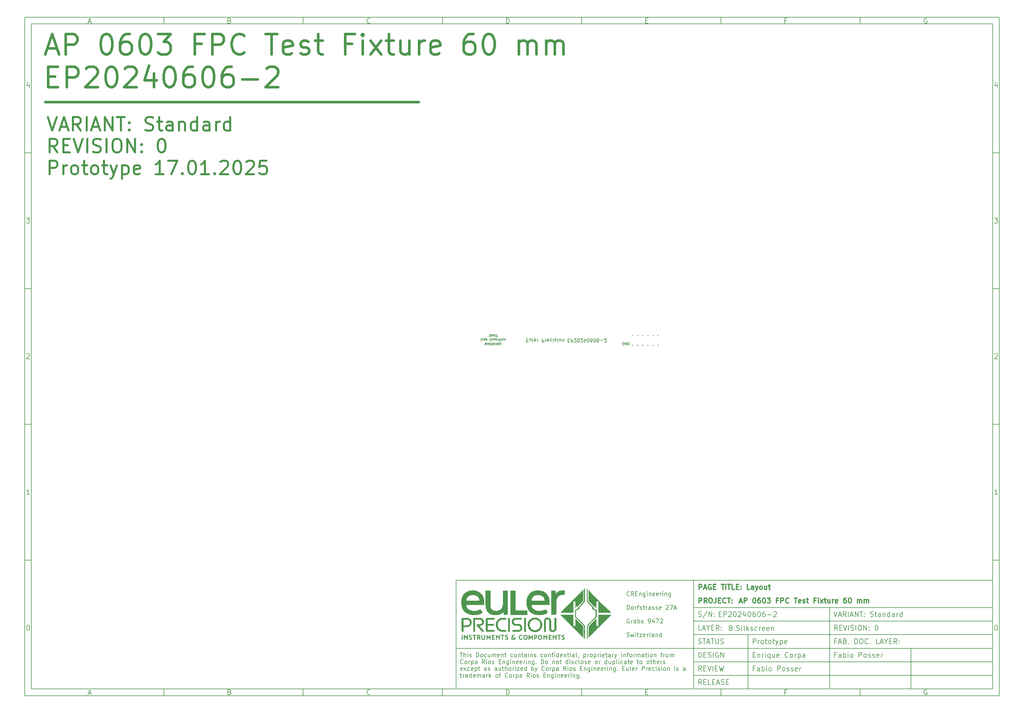
<source format=gbr>
%TF.GenerationSoftware,KiCad,Pcbnew,8.0.7-1.fc41*%
%TF.CreationDate,2025-01-19T01:13:49+01:00*%
%TF.ProjectId,0100_COVERSHEET,30313030-5f43-44f5-9645-525348454554,0*%
%TF.SameCoordinates,Original*%
%TF.FileFunction,Legend,Bot*%
%TF.FilePolarity,Positive*%
%FSLAX46Y46*%
G04 Gerber Fmt 4.6, Leading zero omitted, Abs format (unit mm)*
G04 Created by KiCad (PCBNEW 8.0.7-1.fc41) date 2025-01-19 01:13:49*
%MOMM*%
%LPD*%
G01*
G04 APERTURE LIST*
%ADD10C,0.100000*%
%ADD11C,0.150000*%
%ADD12C,0.300000*%
%ADD13C,0.750000*%
%ADD14C,0.600000*%
%ADD15C,0.000001*%
%ADD16C,0.160000*%
%ADD17C,0.200000*%
G04 APERTURE END LIST*
D10*
D11*
X7000000Y-203000000D02*
X290000000Y-203000000D01*
X290000000Y-7000000D01*
X7000000Y-7000000D01*
X7000000Y-203000000D01*
D10*
D11*
X132000000Y-171000000D02*
X290000000Y-171000000D01*
X290000000Y-203000000D01*
X132000000Y-203000000D01*
X132000000Y-171000000D01*
D10*
D11*
X202000000Y-203000000D02*
X202000000Y-171000000D01*
D10*
D11*
X290000000Y-199000000D02*
X202000000Y-199000000D01*
D10*
D11*
X290000000Y-195000000D02*
X202000000Y-195000000D01*
D10*
D11*
X290000000Y-191000000D02*
X201000000Y-191000000D01*
D10*
D11*
X290000000Y-187000000D02*
X202000000Y-187000000D01*
D10*
D11*
X290000000Y-183000000D02*
X202000000Y-183000000D01*
D10*
D11*
X290000000Y-179000000D02*
X202000000Y-179000000D01*
D10*
D11*
X266000000Y-203000000D02*
X266000000Y-191000000D01*
D10*
D11*
X242000000Y-203000000D02*
X242000000Y-179000000D01*
D10*
D11*
X218000000Y-203000000D02*
X218000000Y-187000000D01*
D10*
D12*
X203556710Y-173685528D02*
X203556710Y-172185528D01*
X203556710Y-172185528D02*
X204128139Y-172185528D01*
X204128139Y-172185528D02*
X204270996Y-172256957D01*
X204270996Y-172256957D02*
X204342425Y-172328385D01*
X204342425Y-172328385D02*
X204413853Y-172471242D01*
X204413853Y-172471242D02*
X204413853Y-172685528D01*
X204413853Y-172685528D02*
X204342425Y-172828385D01*
X204342425Y-172828385D02*
X204270996Y-172899814D01*
X204270996Y-172899814D02*
X204128139Y-172971242D01*
X204128139Y-172971242D02*
X203556710Y-172971242D01*
X204985282Y-173256957D02*
X205699568Y-173256957D01*
X204842425Y-173685528D02*
X205342425Y-172185528D01*
X205342425Y-172185528D02*
X205842425Y-173685528D01*
X207128139Y-172256957D02*
X206985282Y-172185528D01*
X206985282Y-172185528D02*
X206770996Y-172185528D01*
X206770996Y-172185528D02*
X206556710Y-172256957D01*
X206556710Y-172256957D02*
X206413853Y-172399814D01*
X206413853Y-172399814D02*
X206342424Y-172542671D01*
X206342424Y-172542671D02*
X206270996Y-172828385D01*
X206270996Y-172828385D02*
X206270996Y-173042671D01*
X206270996Y-173042671D02*
X206342424Y-173328385D01*
X206342424Y-173328385D02*
X206413853Y-173471242D01*
X206413853Y-173471242D02*
X206556710Y-173614100D01*
X206556710Y-173614100D02*
X206770996Y-173685528D01*
X206770996Y-173685528D02*
X206913853Y-173685528D01*
X206913853Y-173685528D02*
X207128139Y-173614100D01*
X207128139Y-173614100D02*
X207199567Y-173542671D01*
X207199567Y-173542671D02*
X207199567Y-173042671D01*
X207199567Y-173042671D02*
X206913853Y-173042671D01*
X207842424Y-172899814D02*
X208342424Y-172899814D01*
X208556710Y-173685528D02*
X207842424Y-173685528D01*
X207842424Y-173685528D02*
X207842424Y-172185528D01*
X207842424Y-172185528D02*
X208556710Y-172185528D01*
X210128139Y-172185528D02*
X210985282Y-172185528D01*
X210556710Y-173685528D02*
X210556710Y-172185528D01*
X211485281Y-173685528D02*
X211485281Y-172185528D01*
X211985282Y-172185528D02*
X212842425Y-172185528D01*
X212413853Y-173685528D02*
X212413853Y-172185528D01*
X214056710Y-173685528D02*
X213342424Y-173685528D01*
X213342424Y-173685528D02*
X213342424Y-172185528D01*
X214556710Y-172899814D02*
X215056710Y-172899814D01*
X215270996Y-173685528D02*
X214556710Y-173685528D01*
X214556710Y-173685528D02*
X214556710Y-172185528D01*
X214556710Y-172185528D02*
X215270996Y-172185528D01*
X215913853Y-173542671D02*
X215985282Y-173614100D01*
X215985282Y-173614100D02*
X215913853Y-173685528D01*
X215913853Y-173685528D02*
X215842425Y-173614100D01*
X215842425Y-173614100D02*
X215913853Y-173542671D01*
X215913853Y-173542671D02*
X215913853Y-173685528D01*
X215913853Y-172756957D02*
X215985282Y-172828385D01*
X215985282Y-172828385D02*
X215913853Y-172899814D01*
X215913853Y-172899814D02*
X215842425Y-172828385D01*
X215842425Y-172828385D02*
X215913853Y-172756957D01*
X215913853Y-172756957D02*
X215913853Y-172899814D01*
X218485282Y-173685528D02*
X217770996Y-173685528D01*
X217770996Y-173685528D02*
X217770996Y-172185528D01*
X219628140Y-173685528D02*
X219628140Y-172899814D01*
X219628140Y-172899814D02*
X219556711Y-172756957D01*
X219556711Y-172756957D02*
X219413854Y-172685528D01*
X219413854Y-172685528D02*
X219128140Y-172685528D01*
X219128140Y-172685528D02*
X218985282Y-172756957D01*
X219628140Y-173614100D02*
X219485282Y-173685528D01*
X219485282Y-173685528D02*
X219128140Y-173685528D01*
X219128140Y-173685528D02*
X218985282Y-173614100D01*
X218985282Y-173614100D02*
X218913854Y-173471242D01*
X218913854Y-173471242D02*
X218913854Y-173328385D01*
X218913854Y-173328385D02*
X218985282Y-173185528D01*
X218985282Y-173185528D02*
X219128140Y-173114100D01*
X219128140Y-173114100D02*
X219485282Y-173114100D01*
X219485282Y-173114100D02*
X219628140Y-173042671D01*
X220199568Y-172685528D02*
X220556711Y-173685528D01*
X220913854Y-172685528D02*
X220556711Y-173685528D01*
X220556711Y-173685528D02*
X220413854Y-174042671D01*
X220413854Y-174042671D02*
X220342425Y-174114100D01*
X220342425Y-174114100D02*
X220199568Y-174185528D01*
X221699568Y-173685528D02*
X221556711Y-173614100D01*
X221556711Y-173614100D02*
X221485282Y-173542671D01*
X221485282Y-173542671D02*
X221413854Y-173399814D01*
X221413854Y-173399814D02*
X221413854Y-172971242D01*
X221413854Y-172971242D02*
X221485282Y-172828385D01*
X221485282Y-172828385D02*
X221556711Y-172756957D01*
X221556711Y-172756957D02*
X221699568Y-172685528D01*
X221699568Y-172685528D02*
X221913854Y-172685528D01*
X221913854Y-172685528D02*
X222056711Y-172756957D01*
X222056711Y-172756957D02*
X222128140Y-172828385D01*
X222128140Y-172828385D02*
X222199568Y-172971242D01*
X222199568Y-172971242D02*
X222199568Y-173399814D01*
X222199568Y-173399814D02*
X222128140Y-173542671D01*
X222128140Y-173542671D02*
X222056711Y-173614100D01*
X222056711Y-173614100D02*
X221913854Y-173685528D01*
X221913854Y-173685528D02*
X221699568Y-173685528D01*
X223485283Y-172685528D02*
X223485283Y-173685528D01*
X222842425Y-172685528D02*
X222842425Y-173471242D01*
X222842425Y-173471242D02*
X222913854Y-173614100D01*
X222913854Y-173614100D02*
X223056711Y-173685528D01*
X223056711Y-173685528D02*
X223270997Y-173685528D01*
X223270997Y-173685528D02*
X223413854Y-173614100D01*
X223413854Y-173614100D02*
X223485283Y-173542671D01*
X223985283Y-172685528D02*
X224556711Y-172685528D01*
X224199568Y-172185528D02*
X224199568Y-173471242D01*
X224199568Y-173471242D02*
X224270997Y-173614100D01*
X224270997Y-173614100D02*
X224413854Y-173685528D01*
X224413854Y-173685528D02*
X224556711Y-173685528D01*
D10*
D11*
X201000000Y-191000000D02*
X132000000Y-191000000D01*
D10*
D12*
X203554510Y-177678328D02*
X203554510Y-176178328D01*
X203554510Y-176178328D02*
X204125939Y-176178328D01*
X204125939Y-176178328D02*
X204268796Y-176249757D01*
X204268796Y-176249757D02*
X204340225Y-176321185D01*
X204340225Y-176321185D02*
X204411653Y-176464042D01*
X204411653Y-176464042D02*
X204411653Y-176678328D01*
X204411653Y-176678328D02*
X204340225Y-176821185D01*
X204340225Y-176821185D02*
X204268796Y-176892614D01*
X204268796Y-176892614D02*
X204125939Y-176964042D01*
X204125939Y-176964042D02*
X203554510Y-176964042D01*
X205911653Y-177678328D02*
X205411653Y-176964042D01*
X205054510Y-177678328D02*
X205054510Y-176178328D01*
X205054510Y-176178328D02*
X205625939Y-176178328D01*
X205625939Y-176178328D02*
X205768796Y-176249757D01*
X205768796Y-176249757D02*
X205840225Y-176321185D01*
X205840225Y-176321185D02*
X205911653Y-176464042D01*
X205911653Y-176464042D02*
X205911653Y-176678328D01*
X205911653Y-176678328D02*
X205840225Y-176821185D01*
X205840225Y-176821185D02*
X205768796Y-176892614D01*
X205768796Y-176892614D02*
X205625939Y-176964042D01*
X205625939Y-176964042D02*
X205054510Y-176964042D01*
X206840225Y-176178328D02*
X207125939Y-176178328D01*
X207125939Y-176178328D02*
X207268796Y-176249757D01*
X207268796Y-176249757D02*
X207411653Y-176392614D01*
X207411653Y-176392614D02*
X207483082Y-176678328D01*
X207483082Y-176678328D02*
X207483082Y-177178328D01*
X207483082Y-177178328D02*
X207411653Y-177464042D01*
X207411653Y-177464042D02*
X207268796Y-177606900D01*
X207268796Y-177606900D02*
X207125939Y-177678328D01*
X207125939Y-177678328D02*
X206840225Y-177678328D01*
X206840225Y-177678328D02*
X206697368Y-177606900D01*
X206697368Y-177606900D02*
X206554510Y-177464042D01*
X206554510Y-177464042D02*
X206483082Y-177178328D01*
X206483082Y-177178328D02*
X206483082Y-176678328D01*
X206483082Y-176678328D02*
X206554510Y-176392614D01*
X206554510Y-176392614D02*
X206697368Y-176249757D01*
X206697368Y-176249757D02*
X206840225Y-176178328D01*
X208554511Y-176178328D02*
X208554511Y-177249757D01*
X208554511Y-177249757D02*
X208483082Y-177464042D01*
X208483082Y-177464042D02*
X208340225Y-177606900D01*
X208340225Y-177606900D02*
X208125939Y-177678328D01*
X208125939Y-177678328D02*
X207983082Y-177678328D01*
X209268796Y-176892614D02*
X209768796Y-176892614D01*
X209983082Y-177678328D02*
X209268796Y-177678328D01*
X209268796Y-177678328D02*
X209268796Y-176178328D01*
X209268796Y-176178328D02*
X209983082Y-176178328D01*
X211483082Y-177535471D02*
X211411654Y-177606900D01*
X211411654Y-177606900D02*
X211197368Y-177678328D01*
X211197368Y-177678328D02*
X211054511Y-177678328D01*
X211054511Y-177678328D02*
X210840225Y-177606900D01*
X210840225Y-177606900D02*
X210697368Y-177464042D01*
X210697368Y-177464042D02*
X210625939Y-177321185D01*
X210625939Y-177321185D02*
X210554511Y-177035471D01*
X210554511Y-177035471D02*
X210554511Y-176821185D01*
X210554511Y-176821185D02*
X210625939Y-176535471D01*
X210625939Y-176535471D02*
X210697368Y-176392614D01*
X210697368Y-176392614D02*
X210840225Y-176249757D01*
X210840225Y-176249757D02*
X211054511Y-176178328D01*
X211054511Y-176178328D02*
X211197368Y-176178328D01*
X211197368Y-176178328D02*
X211411654Y-176249757D01*
X211411654Y-176249757D02*
X211483082Y-176321185D01*
X211911654Y-176178328D02*
X212768797Y-176178328D01*
X212340225Y-177678328D02*
X212340225Y-176178328D01*
X213268796Y-177535471D02*
X213340225Y-177606900D01*
X213340225Y-177606900D02*
X213268796Y-177678328D01*
X213268796Y-177678328D02*
X213197368Y-177606900D01*
X213197368Y-177606900D02*
X213268796Y-177535471D01*
X213268796Y-177535471D02*
X213268796Y-177678328D01*
X213268796Y-176749757D02*
X213340225Y-176821185D01*
X213340225Y-176821185D02*
X213268796Y-176892614D01*
X213268796Y-176892614D02*
X213197368Y-176821185D01*
X213197368Y-176821185D02*
X213268796Y-176749757D01*
X213268796Y-176749757D02*
X213268796Y-176892614D01*
D10*
D11*
X203384398Y-181614700D02*
X203598684Y-181686128D01*
X203598684Y-181686128D02*
X203955826Y-181686128D01*
X203955826Y-181686128D02*
X204098684Y-181614700D01*
X204098684Y-181614700D02*
X204170112Y-181543271D01*
X204170112Y-181543271D02*
X204241541Y-181400414D01*
X204241541Y-181400414D02*
X204241541Y-181257557D01*
X204241541Y-181257557D02*
X204170112Y-181114700D01*
X204170112Y-181114700D02*
X204098684Y-181043271D01*
X204098684Y-181043271D02*
X203955826Y-180971842D01*
X203955826Y-180971842D02*
X203670112Y-180900414D01*
X203670112Y-180900414D02*
X203527255Y-180828985D01*
X203527255Y-180828985D02*
X203455826Y-180757557D01*
X203455826Y-180757557D02*
X203384398Y-180614700D01*
X203384398Y-180614700D02*
X203384398Y-180471842D01*
X203384398Y-180471842D02*
X203455826Y-180328985D01*
X203455826Y-180328985D02*
X203527255Y-180257557D01*
X203527255Y-180257557D02*
X203670112Y-180186128D01*
X203670112Y-180186128D02*
X204027255Y-180186128D01*
X204027255Y-180186128D02*
X204241541Y-180257557D01*
X205955826Y-180114700D02*
X204670112Y-182043271D01*
X206455826Y-181686128D02*
X206455826Y-180186128D01*
X206455826Y-180186128D02*
X207312969Y-181686128D01*
X207312969Y-181686128D02*
X207312969Y-180186128D01*
X208027255Y-181543271D02*
X208098684Y-181614700D01*
X208098684Y-181614700D02*
X208027255Y-181686128D01*
X208027255Y-181686128D02*
X207955827Y-181614700D01*
X207955827Y-181614700D02*
X208027255Y-181543271D01*
X208027255Y-181543271D02*
X208027255Y-181686128D01*
X208027255Y-180757557D02*
X208098684Y-180828985D01*
X208098684Y-180828985D02*
X208027255Y-180900414D01*
X208027255Y-180900414D02*
X207955827Y-180828985D01*
X207955827Y-180828985D02*
X208027255Y-180757557D01*
X208027255Y-180757557D02*
X208027255Y-180900414D01*
D10*
D11*
X203455826Y-193686128D02*
X203455826Y-192186128D01*
X203455826Y-192186128D02*
X203812969Y-192186128D01*
X203812969Y-192186128D02*
X204027255Y-192257557D01*
X204027255Y-192257557D02*
X204170112Y-192400414D01*
X204170112Y-192400414D02*
X204241541Y-192543271D01*
X204241541Y-192543271D02*
X204312969Y-192828985D01*
X204312969Y-192828985D02*
X204312969Y-193043271D01*
X204312969Y-193043271D02*
X204241541Y-193328985D01*
X204241541Y-193328985D02*
X204170112Y-193471842D01*
X204170112Y-193471842D02*
X204027255Y-193614700D01*
X204027255Y-193614700D02*
X203812969Y-193686128D01*
X203812969Y-193686128D02*
X203455826Y-193686128D01*
X204955826Y-192900414D02*
X205455826Y-192900414D01*
X205670112Y-193686128D02*
X204955826Y-193686128D01*
X204955826Y-193686128D02*
X204955826Y-192186128D01*
X204955826Y-192186128D02*
X205670112Y-192186128D01*
X206241541Y-193614700D02*
X206455827Y-193686128D01*
X206455827Y-193686128D02*
X206812969Y-193686128D01*
X206812969Y-193686128D02*
X206955827Y-193614700D01*
X206955827Y-193614700D02*
X207027255Y-193543271D01*
X207027255Y-193543271D02*
X207098684Y-193400414D01*
X207098684Y-193400414D02*
X207098684Y-193257557D01*
X207098684Y-193257557D02*
X207027255Y-193114700D01*
X207027255Y-193114700D02*
X206955827Y-193043271D01*
X206955827Y-193043271D02*
X206812969Y-192971842D01*
X206812969Y-192971842D02*
X206527255Y-192900414D01*
X206527255Y-192900414D02*
X206384398Y-192828985D01*
X206384398Y-192828985D02*
X206312969Y-192757557D01*
X206312969Y-192757557D02*
X206241541Y-192614700D01*
X206241541Y-192614700D02*
X206241541Y-192471842D01*
X206241541Y-192471842D02*
X206312969Y-192328985D01*
X206312969Y-192328985D02*
X206384398Y-192257557D01*
X206384398Y-192257557D02*
X206527255Y-192186128D01*
X206527255Y-192186128D02*
X206884398Y-192186128D01*
X206884398Y-192186128D02*
X207098684Y-192257557D01*
X207741540Y-193686128D02*
X207741540Y-192186128D01*
X209241541Y-192257557D02*
X209098684Y-192186128D01*
X209098684Y-192186128D02*
X208884398Y-192186128D01*
X208884398Y-192186128D02*
X208670112Y-192257557D01*
X208670112Y-192257557D02*
X208527255Y-192400414D01*
X208527255Y-192400414D02*
X208455826Y-192543271D01*
X208455826Y-192543271D02*
X208384398Y-192828985D01*
X208384398Y-192828985D02*
X208384398Y-193043271D01*
X208384398Y-193043271D02*
X208455826Y-193328985D01*
X208455826Y-193328985D02*
X208527255Y-193471842D01*
X208527255Y-193471842D02*
X208670112Y-193614700D01*
X208670112Y-193614700D02*
X208884398Y-193686128D01*
X208884398Y-193686128D02*
X209027255Y-193686128D01*
X209027255Y-193686128D02*
X209241541Y-193614700D01*
X209241541Y-193614700D02*
X209312969Y-193543271D01*
X209312969Y-193543271D02*
X209312969Y-193043271D01*
X209312969Y-193043271D02*
X209027255Y-193043271D01*
X209955826Y-193686128D02*
X209955826Y-192186128D01*
X209955826Y-192186128D02*
X210812969Y-193686128D01*
X210812969Y-193686128D02*
X210812969Y-192186128D01*
D10*
D11*
X204312969Y-197686128D02*
X203812969Y-196971842D01*
X203455826Y-197686128D02*
X203455826Y-196186128D01*
X203455826Y-196186128D02*
X204027255Y-196186128D01*
X204027255Y-196186128D02*
X204170112Y-196257557D01*
X204170112Y-196257557D02*
X204241541Y-196328985D01*
X204241541Y-196328985D02*
X204312969Y-196471842D01*
X204312969Y-196471842D02*
X204312969Y-196686128D01*
X204312969Y-196686128D02*
X204241541Y-196828985D01*
X204241541Y-196828985D02*
X204170112Y-196900414D01*
X204170112Y-196900414D02*
X204027255Y-196971842D01*
X204027255Y-196971842D02*
X203455826Y-196971842D01*
X204955826Y-196900414D02*
X205455826Y-196900414D01*
X205670112Y-197686128D02*
X204955826Y-197686128D01*
X204955826Y-197686128D02*
X204955826Y-196186128D01*
X204955826Y-196186128D02*
X205670112Y-196186128D01*
X206098684Y-196186128D02*
X206598684Y-197686128D01*
X206598684Y-197686128D02*
X207098684Y-196186128D01*
X207598683Y-197686128D02*
X207598683Y-196186128D01*
X208312969Y-196900414D02*
X208812969Y-196900414D01*
X209027255Y-197686128D02*
X208312969Y-197686128D01*
X208312969Y-197686128D02*
X208312969Y-196186128D01*
X208312969Y-196186128D02*
X209027255Y-196186128D01*
X209527255Y-196186128D02*
X209884398Y-197686128D01*
X209884398Y-197686128D02*
X210170112Y-196614700D01*
X210170112Y-196614700D02*
X210455827Y-197686128D01*
X210455827Y-197686128D02*
X210812970Y-196186128D01*
D10*
D11*
X204312969Y-201686128D02*
X203812969Y-200971842D01*
X203455826Y-201686128D02*
X203455826Y-200186128D01*
X203455826Y-200186128D02*
X204027255Y-200186128D01*
X204027255Y-200186128D02*
X204170112Y-200257557D01*
X204170112Y-200257557D02*
X204241541Y-200328985D01*
X204241541Y-200328985D02*
X204312969Y-200471842D01*
X204312969Y-200471842D02*
X204312969Y-200686128D01*
X204312969Y-200686128D02*
X204241541Y-200828985D01*
X204241541Y-200828985D02*
X204170112Y-200900414D01*
X204170112Y-200900414D02*
X204027255Y-200971842D01*
X204027255Y-200971842D02*
X203455826Y-200971842D01*
X204955826Y-200900414D02*
X205455826Y-200900414D01*
X205670112Y-201686128D02*
X204955826Y-201686128D01*
X204955826Y-201686128D02*
X204955826Y-200186128D01*
X204955826Y-200186128D02*
X205670112Y-200186128D01*
X207027255Y-201686128D02*
X206312969Y-201686128D01*
X206312969Y-201686128D02*
X206312969Y-200186128D01*
X207527255Y-200900414D02*
X208027255Y-200900414D01*
X208241541Y-201686128D02*
X207527255Y-201686128D01*
X207527255Y-201686128D02*
X207527255Y-200186128D01*
X207527255Y-200186128D02*
X208241541Y-200186128D01*
X208812970Y-201257557D02*
X209527256Y-201257557D01*
X208670113Y-201686128D02*
X209170113Y-200186128D01*
X209170113Y-200186128D02*
X209670113Y-201686128D01*
X210098684Y-201614700D02*
X210312970Y-201686128D01*
X210312970Y-201686128D02*
X210670112Y-201686128D01*
X210670112Y-201686128D02*
X210812970Y-201614700D01*
X210812970Y-201614700D02*
X210884398Y-201543271D01*
X210884398Y-201543271D02*
X210955827Y-201400414D01*
X210955827Y-201400414D02*
X210955827Y-201257557D01*
X210955827Y-201257557D02*
X210884398Y-201114700D01*
X210884398Y-201114700D02*
X210812970Y-201043271D01*
X210812970Y-201043271D02*
X210670112Y-200971842D01*
X210670112Y-200971842D02*
X210384398Y-200900414D01*
X210384398Y-200900414D02*
X210241541Y-200828985D01*
X210241541Y-200828985D02*
X210170112Y-200757557D01*
X210170112Y-200757557D02*
X210098684Y-200614700D01*
X210098684Y-200614700D02*
X210098684Y-200471842D01*
X210098684Y-200471842D02*
X210170112Y-200328985D01*
X210170112Y-200328985D02*
X210241541Y-200257557D01*
X210241541Y-200257557D02*
X210384398Y-200186128D01*
X210384398Y-200186128D02*
X210741541Y-200186128D01*
X210741541Y-200186128D02*
X210955827Y-200257557D01*
X211598683Y-200900414D02*
X212098683Y-200900414D01*
X212312969Y-201686128D02*
X211598683Y-201686128D01*
X211598683Y-201686128D02*
X211598683Y-200186128D01*
X211598683Y-200186128D02*
X212312969Y-200186128D01*
D10*
D11*
X243241541Y-180186128D02*
X243741541Y-181686128D01*
X243741541Y-181686128D02*
X244241541Y-180186128D01*
X244670112Y-181257557D02*
X245384398Y-181257557D01*
X244527255Y-181686128D02*
X245027255Y-180186128D01*
X245027255Y-180186128D02*
X245527255Y-181686128D01*
X246884397Y-181686128D02*
X246384397Y-180971842D01*
X246027254Y-181686128D02*
X246027254Y-180186128D01*
X246027254Y-180186128D02*
X246598683Y-180186128D01*
X246598683Y-180186128D02*
X246741540Y-180257557D01*
X246741540Y-180257557D02*
X246812969Y-180328985D01*
X246812969Y-180328985D02*
X246884397Y-180471842D01*
X246884397Y-180471842D02*
X246884397Y-180686128D01*
X246884397Y-180686128D02*
X246812969Y-180828985D01*
X246812969Y-180828985D02*
X246741540Y-180900414D01*
X246741540Y-180900414D02*
X246598683Y-180971842D01*
X246598683Y-180971842D02*
X246027254Y-180971842D01*
X247527254Y-181686128D02*
X247527254Y-180186128D01*
X248170112Y-181257557D02*
X248884398Y-181257557D01*
X248027255Y-181686128D02*
X248527255Y-180186128D01*
X248527255Y-180186128D02*
X249027255Y-181686128D01*
X249527254Y-181686128D02*
X249527254Y-180186128D01*
X249527254Y-180186128D02*
X250384397Y-181686128D01*
X250384397Y-181686128D02*
X250384397Y-180186128D01*
X250884398Y-180186128D02*
X251741541Y-180186128D01*
X251312969Y-181686128D02*
X251312969Y-180186128D01*
X252241540Y-181543271D02*
X252312969Y-181614700D01*
X252312969Y-181614700D02*
X252241540Y-181686128D01*
X252241540Y-181686128D02*
X252170112Y-181614700D01*
X252170112Y-181614700D02*
X252241540Y-181543271D01*
X252241540Y-181543271D02*
X252241540Y-181686128D01*
X252241540Y-180757557D02*
X252312969Y-180828985D01*
X252312969Y-180828985D02*
X252241540Y-180900414D01*
X252241540Y-180900414D02*
X252170112Y-180828985D01*
X252170112Y-180828985D02*
X252241540Y-180757557D01*
X252241540Y-180757557D02*
X252241540Y-180900414D01*
X254027255Y-181614700D02*
X254241541Y-181686128D01*
X254241541Y-181686128D02*
X254598683Y-181686128D01*
X254598683Y-181686128D02*
X254741541Y-181614700D01*
X254741541Y-181614700D02*
X254812969Y-181543271D01*
X254812969Y-181543271D02*
X254884398Y-181400414D01*
X254884398Y-181400414D02*
X254884398Y-181257557D01*
X254884398Y-181257557D02*
X254812969Y-181114700D01*
X254812969Y-181114700D02*
X254741541Y-181043271D01*
X254741541Y-181043271D02*
X254598683Y-180971842D01*
X254598683Y-180971842D02*
X254312969Y-180900414D01*
X254312969Y-180900414D02*
X254170112Y-180828985D01*
X254170112Y-180828985D02*
X254098683Y-180757557D01*
X254098683Y-180757557D02*
X254027255Y-180614700D01*
X254027255Y-180614700D02*
X254027255Y-180471842D01*
X254027255Y-180471842D02*
X254098683Y-180328985D01*
X254098683Y-180328985D02*
X254170112Y-180257557D01*
X254170112Y-180257557D02*
X254312969Y-180186128D01*
X254312969Y-180186128D02*
X254670112Y-180186128D01*
X254670112Y-180186128D02*
X254884398Y-180257557D01*
X255312969Y-180686128D02*
X255884397Y-180686128D01*
X255527254Y-180186128D02*
X255527254Y-181471842D01*
X255527254Y-181471842D02*
X255598683Y-181614700D01*
X255598683Y-181614700D02*
X255741540Y-181686128D01*
X255741540Y-181686128D02*
X255884397Y-181686128D01*
X257027255Y-181686128D02*
X257027255Y-180900414D01*
X257027255Y-180900414D02*
X256955826Y-180757557D01*
X256955826Y-180757557D02*
X256812969Y-180686128D01*
X256812969Y-180686128D02*
X256527255Y-180686128D01*
X256527255Y-180686128D02*
X256384397Y-180757557D01*
X257027255Y-181614700D02*
X256884397Y-181686128D01*
X256884397Y-181686128D02*
X256527255Y-181686128D01*
X256527255Y-181686128D02*
X256384397Y-181614700D01*
X256384397Y-181614700D02*
X256312969Y-181471842D01*
X256312969Y-181471842D02*
X256312969Y-181328985D01*
X256312969Y-181328985D02*
X256384397Y-181186128D01*
X256384397Y-181186128D02*
X256527255Y-181114700D01*
X256527255Y-181114700D02*
X256884397Y-181114700D01*
X256884397Y-181114700D02*
X257027255Y-181043271D01*
X257741540Y-180686128D02*
X257741540Y-181686128D01*
X257741540Y-180828985D02*
X257812969Y-180757557D01*
X257812969Y-180757557D02*
X257955826Y-180686128D01*
X257955826Y-180686128D02*
X258170112Y-180686128D01*
X258170112Y-180686128D02*
X258312969Y-180757557D01*
X258312969Y-180757557D02*
X258384398Y-180900414D01*
X258384398Y-180900414D02*
X258384398Y-181686128D01*
X259741541Y-181686128D02*
X259741541Y-180186128D01*
X259741541Y-181614700D02*
X259598683Y-181686128D01*
X259598683Y-181686128D02*
X259312969Y-181686128D01*
X259312969Y-181686128D02*
X259170112Y-181614700D01*
X259170112Y-181614700D02*
X259098683Y-181543271D01*
X259098683Y-181543271D02*
X259027255Y-181400414D01*
X259027255Y-181400414D02*
X259027255Y-180971842D01*
X259027255Y-180971842D02*
X259098683Y-180828985D01*
X259098683Y-180828985D02*
X259170112Y-180757557D01*
X259170112Y-180757557D02*
X259312969Y-180686128D01*
X259312969Y-180686128D02*
X259598683Y-180686128D01*
X259598683Y-180686128D02*
X259741541Y-180757557D01*
X261098684Y-181686128D02*
X261098684Y-180900414D01*
X261098684Y-180900414D02*
X261027255Y-180757557D01*
X261027255Y-180757557D02*
X260884398Y-180686128D01*
X260884398Y-180686128D02*
X260598684Y-180686128D01*
X260598684Y-180686128D02*
X260455826Y-180757557D01*
X261098684Y-181614700D02*
X260955826Y-181686128D01*
X260955826Y-181686128D02*
X260598684Y-181686128D01*
X260598684Y-181686128D02*
X260455826Y-181614700D01*
X260455826Y-181614700D02*
X260384398Y-181471842D01*
X260384398Y-181471842D02*
X260384398Y-181328985D01*
X260384398Y-181328985D02*
X260455826Y-181186128D01*
X260455826Y-181186128D02*
X260598684Y-181114700D01*
X260598684Y-181114700D02*
X260955826Y-181114700D01*
X260955826Y-181114700D02*
X261098684Y-181043271D01*
X261812969Y-181686128D02*
X261812969Y-180686128D01*
X261812969Y-180971842D02*
X261884398Y-180828985D01*
X261884398Y-180828985D02*
X261955827Y-180757557D01*
X261955827Y-180757557D02*
X262098684Y-180686128D01*
X262098684Y-180686128D02*
X262241541Y-180686128D01*
X263384398Y-181686128D02*
X263384398Y-180186128D01*
X263384398Y-181614700D02*
X263241540Y-181686128D01*
X263241540Y-181686128D02*
X262955826Y-181686128D01*
X262955826Y-181686128D02*
X262812969Y-181614700D01*
X262812969Y-181614700D02*
X262741540Y-181543271D01*
X262741540Y-181543271D02*
X262670112Y-181400414D01*
X262670112Y-181400414D02*
X262670112Y-180971842D01*
X262670112Y-180971842D02*
X262741540Y-180828985D01*
X262741540Y-180828985D02*
X262812969Y-180757557D01*
X262812969Y-180757557D02*
X262955826Y-180686128D01*
X262955826Y-180686128D02*
X263241540Y-180686128D01*
X263241540Y-180686128D02*
X263384398Y-180757557D01*
D10*
D11*
X244312969Y-185686128D02*
X243812969Y-184971842D01*
X243455826Y-185686128D02*
X243455826Y-184186128D01*
X243455826Y-184186128D02*
X244027255Y-184186128D01*
X244027255Y-184186128D02*
X244170112Y-184257557D01*
X244170112Y-184257557D02*
X244241541Y-184328985D01*
X244241541Y-184328985D02*
X244312969Y-184471842D01*
X244312969Y-184471842D02*
X244312969Y-184686128D01*
X244312969Y-184686128D02*
X244241541Y-184828985D01*
X244241541Y-184828985D02*
X244170112Y-184900414D01*
X244170112Y-184900414D02*
X244027255Y-184971842D01*
X244027255Y-184971842D02*
X243455826Y-184971842D01*
X244955826Y-184900414D02*
X245455826Y-184900414D01*
X245670112Y-185686128D02*
X244955826Y-185686128D01*
X244955826Y-185686128D02*
X244955826Y-184186128D01*
X244955826Y-184186128D02*
X245670112Y-184186128D01*
X246098684Y-184186128D02*
X246598684Y-185686128D01*
X246598684Y-185686128D02*
X247098684Y-184186128D01*
X247598683Y-185686128D02*
X247598683Y-184186128D01*
X248241541Y-185614700D02*
X248455827Y-185686128D01*
X248455827Y-185686128D02*
X248812969Y-185686128D01*
X248812969Y-185686128D02*
X248955827Y-185614700D01*
X248955827Y-185614700D02*
X249027255Y-185543271D01*
X249027255Y-185543271D02*
X249098684Y-185400414D01*
X249098684Y-185400414D02*
X249098684Y-185257557D01*
X249098684Y-185257557D02*
X249027255Y-185114700D01*
X249027255Y-185114700D02*
X248955827Y-185043271D01*
X248955827Y-185043271D02*
X248812969Y-184971842D01*
X248812969Y-184971842D02*
X248527255Y-184900414D01*
X248527255Y-184900414D02*
X248384398Y-184828985D01*
X248384398Y-184828985D02*
X248312969Y-184757557D01*
X248312969Y-184757557D02*
X248241541Y-184614700D01*
X248241541Y-184614700D02*
X248241541Y-184471842D01*
X248241541Y-184471842D02*
X248312969Y-184328985D01*
X248312969Y-184328985D02*
X248384398Y-184257557D01*
X248384398Y-184257557D02*
X248527255Y-184186128D01*
X248527255Y-184186128D02*
X248884398Y-184186128D01*
X248884398Y-184186128D02*
X249098684Y-184257557D01*
X249741540Y-185686128D02*
X249741540Y-184186128D01*
X250741541Y-184186128D02*
X251027255Y-184186128D01*
X251027255Y-184186128D02*
X251170112Y-184257557D01*
X251170112Y-184257557D02*
X251312969Y-184400414D01*
X251312969Y-184400414D02*
X251384398Y-184686128D01*
X251384398Y-184686128D02*
X251384398Y-185186128D01*
X251384398Y-185186128D02*
X251312969Y-185471842D01*
X251312969Y-185471842D02*
X251170112Y-185614700D01*
X251170112Y-185614700D02*
X251027255Y-185686128D01*
X251027255Y-185686128D02*
X250741541Y-185686128D01*
X250741541Y-185686128D02*
X250598684Y-185614700D01*
X250598684Y-185614700D02*
X250455826Y-185471842D01*
X250455826Y-185471842D02*
X250384398Y-185186128D01*
X250384398Y-185186128D02*
X250384398Y-184686128D01*
X250384398Y-184686128D02*
X250455826Y-184400414D01*
X250455826Y-184400414D02*
X250598684Y-184257557D01*
X250598684Y-184257557D02*
X250741541Y-184186128D01*
X252027255Y-185686128D02*
X252027255Y-184186128D01*
X252027255Y-184186128D02*
X252884398Y-185686128D01*
X252884398Y-185686128D02*
X252884398Y-184186128D01*
X253598684Y-185543271D02*
X253670113Y-185614700D01*
X253670113Y-185614700D02*
X253598684Y-185686128D01*
X253598684Y-185686128D02*
X253527256Y-185614700D01*
X253527256Y-185614700D02*
X253598684Y-185543271D01*
X253598684Y-185543271D02*
X253598684Y-185686128D01*
X253598684Y-184757557D02*
X253670113Y-184828985D01*
X253670113Y-184828985D02*
X253598684Y-184900414D01*
X253598684Y-184900414D02*
X253527256Y-184828985D01*
X253527256Y-184828985D02*
X253598684Y-184757557D01*
X253598684Y-184757557D02*
X253598684Y-184900414D01*
X255741542Y-184186128D02*
X255884399Y-184186128D01*
X255884399Y-184186128D02*
X256027256Y-184257557D01*
X256027256Y-184257557D02*
X256098685Y-184328985D01*
X256098685Y-184328985D02*
X256170113Y-184471842D01*
X256170113Y-184471842D02*
X256241542Y-184757557D01*
X256241542Y-184757557D02*
X256241542Y-185114700D01*
X256241542Y-185114700D02*
X256170113Y-185400414D01*
X256170113Y-185400414D02*
X256098685Y-185543271D01*
X256098685Y-185543271D02*
X256027256Y-185614700D01*
X256027256Y-185614700D02*
X255884399Y-185686128D01*
X255884399Y-185686128D02*
X255741542Y-185686128D01*
X255741542Y-185686128D02*
X255598685Y-185614700D01*
X255598685Y-185614700D02*
X255527256Y-185543271D01*
X255527256Y-185543271D02*
X255455827Y-185400414D01*
X255455827Y-185400414D02*
X255384399Y-185114700D01*
X255384399Y-185114700D02*
X255384399Y-184757557D01*
X255384399Y-184757557D02*
X255455827Y-184471842D01*
X255455827Y-184471842D02*
X255527256Y-184328985D01*
X255527256Y-184328985D02*
X255598685Y-184257557D01*
X255598685Y-184257557D02*
X255741542Y-184186128D01*
D10*
D11*
X203384398Y-189614700D02*
X203598684Y-189686128D01*
X203598684Y-189686128D02*
X203955826Y-189686128D01*
X203955826Y-189686128D02*
X204098684Y-189614700D01*
X204098684Y-189614700D02*
X204170112Y-189543271D01*
X204170112Y-189543271D02*
X204241541Y-189400414D01*
X204241541Y-189400414D02*
X204241541Y-189257557D01*
X204241541Y-189257557D02*
X204170112Y-189114700D01*
X204170112Y-189114700D02*
X204098684Y-189043271D01*
X204098684Y-189043271D02*
X203955826Y-188971842D01*
X203955826Y-188971842D02*
X203670112Y-188900414D01*
X203670112Y-188900414D02*
X203527255Y-188828985D01*
X203527255Y-188828985D02*
X203455826Y-188757557D01*
X203455826Y-188757557D02*
X203384398Y-188614700D01*
X203384398Y-188614700D02*
X203384398Y-188471842D01*
X203384398Y-188471842D02*
X203455826Y-188328985D01*
X203455826Y-188328985D02*
X203527255Y-188257557D01*
X203527255Y-188257557D02*
X203670112Y-188186128D01*
X203670112Y-188186128D02*
X204027255Y-188186128D01*
X204027255Y-188186128D02*
X204241541Y-188257557D01*
X204670112Y-188186128D02*
X205527255Y-188186128D01*
X205098683Y-189686128D02*
X205098683Y-188186128D01*
X205955826Y-189257557D02*
X206670112Y-189257557D01*
X205812969Y-189686128D02*
X206312969Y-188186128D01*
X206312969Y-188186128D02*
X206812969Y-189686128D01*
X207098683Y-188186128D02*
X207955826Y-188186128D01*
X207527254Y-189686128D02*
X207527254Y-188186128D01*
X208455825Y-188186128D02*
X208455825Y-189400414D01*
X208455825Y-189400414D02*
X208527254Y-189543271D01*
X208527254Y-189543271D02*
X208598683Y-189614700D01*
X208598683Y-189614700D02*
X208741540Y-189686128D01*
X208741540Y-189686128D02*
X209027254Y-189686128D01*
X209027254Y-189686128D02*
X209170111Y-189614700D01*
X209170111Y-189614700D02*
X209241540Y-189543271D01*
X209241540Y-189543271D02*
X209312968Y-189400414D01*
X209312968Y-189400414D02*
X209312968Y-188186128D01*
X209955826Y-189614700D02*
X210170112Y-189686128D01*
X210170112Y-189686128D02*
X210527254Y-189686128D01*
X210527254Y-189686128D02*
X210670112Y-189614700D01*
X210670112Y-189614700D02*
X210741540Y-189543271D01*
X210741540Y-189543271D02*
X210812969Y-189400414D01*
X210812969Y-189400414D02*
X210812969Y-189257557D01*
X210812969Y-189257557D02*
X210741540Y-189114700D01*
X210741540Y-189114700D02*
X210670112Y-189043271D01*
X210670112Y-189043271D02*
X210527254Y-188971842D01*
X210527254Y-188971842D02*
X210241540Y-188900414D01*
X210241540Y-188900414D02*
X210098683Y-188828985D01*
X210098683Y-188828985D02*
X210027254Y-188757557D01*
X210027254Y-188757557D02*
X209955826Y-188614700D01*
X209955826Y-188614700D02*
X209955826Y-188471842D01*
X209955826Y-188471842D02*
X210027254Y-188328985D01*
X210027254Y-188328985D02*
X210098683Y-188257557D01*
X210098683Y-188257557D02*
X210241540Y-188186128D01*
X210241540Y-188186128D02*
X210598683Y-188186128D01*
X210598683Y-188186128D02*
X210812969Y-188257557D01*
D10*
D11*
X219455826Y-189686128D02*
X219455826Y-188186128D01*
X219455826Y-188186128D02*
X220027255Y-188186128D01*
X220027255Y-188186128D02*
X220170112Y-188257557D01*
X220170112Y-188257557D02*
X220241541Y-188328985D01*
X220241541Y-188328985D02*
X220312969Y-188471842D01*
X220312969Y-188471842D02*
X220312969Y-188686128D01*
X220312969Y-188686128D02*
X220241541Y-188828985D01*
X220241541Y-188828985D02*
X220170112Y-188900414D01*
X220170112Y-188900414D02*
X220027255Y-188971842D01*
X220027255Y-188971842D02*
X219455826Y-188971842D01*
X220955826Y-189686128D02*
X220955826Y-188686128D01*
X220955826Y-188971842D02*
X221027255Y-188828985D01*
X221027255Y-188828985D02*
X221098684Y-188757557D01*
X221098684Y-188757557D02*
X221241541Y-188686128D01*
X221241541Y-188686128D02*
X221384398Y-188686128D01*
X222098683Y-189686128D02*
X221955826Y-189614700D01*
X221955826Y-189614700D02*
X221884397Y-189543271D01*
X221884397Y-189543271D02*
X221812969Y-189400414D01*
X221812969Y-189400414D02*
X221812969Y-188971842D01*
X221812969Y-188971842D02*
X221884397Y-188828985D01*
X221884397Y-188828985D02*
X221955826Y-188757557D01*
X221955826Y-188757557D02*
X222098683Y-188686128D01*
X222098683Y-188686128D02*
X222312969Y-188686128D01*
X222312969Y-188686128D02*
X222455826Y-188757557D01*
X222455826Y-188757557D02*
X222527255Y-188828985D01*
X222527255Y-188828985D02*
X222598683Y-188971842D01*
X222598683Y-188971842D02*
X222598683Y-189400414D01*
X222598683Y-189400414D02*
X222527255Y-189543271D01*
X222527255Y-189543271D02*
X222455826Y-189614700D01*
X222455826Y-189614700D02*
X222312969Y-189686128D01*
X222312969Y-189686128D02*
X222098683Y-189686128D01*
X223027255Y-188686128D02*
X223598683Y-188686128D01*
X223241540Y-188186128D02*
X223241540Y-189471842D01*
X223241540Y-189471842D02*
X223312969Y-189614700D01*
X223312969Y-189614700D02*
X223455826Y-189686128D01*
X223455826Y-189686128D02*
X223598683Y-189686128D01*
X224312969Y-189686128D02*
X224170112Y-189614700D01*
X224170112Y-189614700D02*
X224098683Y-189543271D01*
X224098683Y-189543271D02*
X224027255Y-189400414D01*
X224027255Y-189400414D02*
X224027255Y-188971842D01*
X224027255Y-188971842D02*
X224098683Y-188828985D01*
X224098683Y-188828985D02*
X224170112Y-188757557D01*
X224170112Y-188757557D02*
X224312969Y-188686128D01*
X224312969Y-188686128D02*
X224527255Y-188686128D01*
X224527255Y-188686128D02*
X224670112Y-188757557D01*
X224670112Y-188757557D02*
X224741541Y-188828985D01*
X224741541Y-188828985D02*
X224812969Y-188971842D01*
X224812969Y-188971842D02*
X224812969Y-189400414D01*
X224812969Y-189400414D02*
X224741541Y-189543271D01*
X224741541Y-189543271D02*
X224670112Y-189614700D01*
X224670112Y-189614700D02*
X224527255Y-189686128D01*
X224527255Y-189686128D02*
X224312969Y-189686128D01*
X225241541Y-188686128D02*
X225812969Y-188686128D01*
X225455826Y-188186128D02*
X225455826Y-189471842D01*
X225455826Y-189471842D02*
X225527255Y-189614700D01*
X225527255Y-189614700D02*
X225670112Y-189686128D01*
X225670112Y-189686128D02*
X225812969Y-189686128D01*
X226170112Y-188686128D02*
X226527255Y-189686128D01*
X226884398Y-188686128D02*
X226527255Y-189686128D01*
X226527255Y-189686128D02*
X226384398Y-190043271D01*
X226384398Y-190043271D02*
X226312969Y-190114700D01*
X226312969Y-190114700D02*
X226170112Y-190186128D01*
X227455826Y-188686128D02*
X227455826Y-190186128D01*
X227455826Y-188757557D02*
X227598684Y-188686128D01*
X227598684Y-188686128D02*
X227884398Y-188686128D01*
X227884398Y-188686128D02*
X228027255Y-188757557D01*
X228027255Y-188757557D02*
X228098684Y-188828985D01*
X228098684Y-188828985D02*
X228170112Y-188971842D01*
X228170112Y-188971842D02*
X228170112Y-189400414D01*
X228170112Y-189400414D02*
X228098684Y-189543271D01*
X228098684Y-189543271D02*
X228027255Y-189614700D01*
X228027255Y-189614700D02*
X227884398Y-189686128D01*
X227884398Y-189686128D02*
X227598684Y-189686128D01*
X227598684Y-189686128D02*
X227455826Y-189614700D01*
X229384398Y-189614700D02*
X229241541Y-189686128D01*
X229241541Y-189686128D02*
X228955827Y-189686128D01*
X228955827Y-189686128D02*
X228812969Y-189614700D01*
X228812969Y-189614700D02*
X228741541Y-189471842D01*
X228741541Y-189471842D02*
X228741541Y-188900414D01*
X228741541Y-188900414D02*
X228812969Y-188757557D01*
X228812969Y-188757557D02*
X228955827Y-188686128D01*
X228955827Y-188686128D02*
X229241541Y-188686128D01*
X229241541Y-188686128D02*
X229384398Y-188757557D01*
X229384398Y-188757557D02*
X229455827Y-188900414D01*
X229455827Y-188900414D02*
X229455827Y-189043271D01*
X229455827Y-189043271D02*
X228741541Y-189186128D01*
D10*
D11*
X219955826Y-196900414D02*
X219455826Y-196900414D01*
X219455826Y-197686128D02*
X219455826Y-196186128D01*
X219455826Y-196186128D02*
X220170112Y-196186128D01*
X221384398Y-197686128D02*
X221384398Y-196900414D01*
X221384398Y-196900414D02*
X221312969Y-196757557D01*
X221312969Y-196757557D02*
X221170112Y-196686128D01*
X221170112Y-196686128D02*
X220884398Y-196686128D01*
X220884398Y-196686128D02*
X220741540Y-196757557D01*
X221384398Y-197614700D02*
X221241540Y-197686128D01*
X221241540Y-197686128D02*
X220884398Y-197686128D01*
X220884398Y-197686128D02*
X220741540Y-197614700D01*
X220741540Y-197614700D02*
X220670112Y-197471842D01*
X220670112Y-197471842D02*
X220670112Y-197328985D01*
X220670112Y-197328985D02*
X220741540Y-197186128D01*
X220741540Y-197186128D02*
X220884398Y-197114700D01*
X220884398Y-197114700D02*
X221241540Y-197114700D01*
X221241540Y-197114700D02*
X221384398Y-197043271D01*
X222098683Y-197686128D02*
X222098683Y-196186128D01*
X222098683Y-196757557D02*
X222241541Y-196686128D01*
X222241541Y-196686128D02*
X222527255Y-196686128D01*
X222527255Y-196686128D02*
X222670112Y-196757557D01*
X222670112Y-196757557D02*
X222741541Y-196828985D01*
X222741541Y-196828985D02*
X222812969Y-196971842D01*
X222812969Y-196971842D02*
X222812969Y-197400414D01*
X222812969Y-197400414D02*
X222741541Y-197543271D01*
X222741541Y-197543271D02*
X222670112Y-197614700D01*
X222670112Y-197614700D02*
X222527255Y-197686128D01*
X222527255Y-197686128D02*
X222241541Y-197686128D01*
X222241541Y-197686128D02*
X222098683Y-197614700D01*
X223455826Y-197686128D02*
X223455826Y-196686128D01*
X223455826Y-196186128D02*
X223384398Y-196257557D01*
X223384398Y-196257557D02*
X223455826Y-196328985D01*
X223455826Y-196328985D02*
X223527255Y-196257557D01*
X223527255Y-196257557D02*
X223455826Y-196186128D01*
X223455826Y-196186128D02*
X223455826Y-196328985D01*
X224384398Y-197686128D02*
X224241541Y-197614700D01*
X224241541Y-197614700D02*
X224170112Y-197543271D01*
X224170112Y-197543271D02*
X224098684Y-197400414D01*
X224098684Y-197400414D02*
X224098684Y-196971842D01*
X224098684Y-196971842D02*
X224170112Y-196828985D01*
X224170112Y-196828985D02*
X224241541Y-196757557D01*
X224241541Y-196757557D02*
X224384398Y-196686128D01*
X224384398Y-196686128D02*
X224598684Y-196686128D01*
X224598684Y-196686128D02*
X224741541Y-196757557D01*
X224741541Y-196757557D02*
X224812970Y-196828985D01*
X224812970Y-196828985D02*
X224884398Y-196971842D01*
X224884398Y-196971842D02*
X224884398Y-197400414D01*
X224884398Y-197400414D02*
X224812970Y-197543271D01*
X224812970Y-197543271D02*
X224741541Y-197614700D01*
X224741541Y-197614700D02*
X224598684Y-197686128D01*
X224598684Y-197686128D02*
X224384398Y-197686128D01*
X226670112Y-197686128D02*
X226670112Y-196186128D01*
X226670112Y-196186128D02*
X227241541Y-196186128D01*
X227241541Y-196186128D02*
X227384398Y-196257557D01*
X227384398Y-196257557D02*
X227455827Y-196328985D01*
X227455827Y-196328985D02*
X227527255Y-196471842D01*
X227527255Y-196471842D02*
X227527255Y-196686128D01*
X227527255Y-196686128D02*
X227455827Y-196828985D01*
X227455827Y-196828985D02*
X227384398Y-196900414D01*
X227384398Y-196900414D02*
X227241541Y-196971842D01*
X227241541Y-196971842D02*
X226670112Y-196971842D01*
X228384398Y-197686128D02*
X228241541Y-197614700D01*
X228241541Y-197614700D02*
X228170112Y-197543271D01*
X228170112Y-197543271D02*
X228098684Y-197400414D01*
X228098684Y-197400414D02*
X228098684Y-196971842D01*
X228098684Y-196971842D02*
X228170112Y-196828985D01*
X228170112Y-196828985D02*
X228241541Y-196757557D01*
X228241541Y-196757557D02*
X228384398Y-196686128D01*
X228384398Y-196686128D02*
X228598684Y-196686128D01*
X228598684Y-196686128D02*
X228741541Y-196757557D01*
X228741541Y-196757557D02*
X228812970Y-196828985D01*
X228812970Y-196828985D02*
X228884398Y-196971842D01*
X228884398Y-196971842D02*
X228884398Y-197400414D01*
X228884398Y-197400414D02*
X228812970Y-197543271D01*
X228812970Y-197543271D02*
X228741541Y-197614700D01*
X228741541Y-197614700D02*
X228598684Y-197686128D01*
X228598684Y-197686128D02*
X228384398Y-197686128D01*
X229455827Y-197614700D02*
X229598684Y-197686128D01*
X229598684Y-197686128D02*
X229884398Y-197686128D01*
X229884398Y-197686128D02*
X230027255Y-197614700D01*
X230027255Y-197614700D02*
X230098684Y-197471842D01*
X230098684Y-197471842D02*
X230098684Y-197400414D01*
X230098684Y-197400414D02*
X230027255Y-197257557D01*
X230027255Y-197257557D02*
X229884398Y-197186128D01*
X229884398Y-197186128D02*
X229670113Y-197186128D01*
X229670113Y-197186128D02*
X229527255Y-197114700D01*
X229527255Y-197114700D02*
X229455827Y-196971842D01*
X229455827Y-196971842D02*
X229455827Y-196900414D01*
X229455827Y-196900414D02*
X229527255Y-196757557D01*
X229527255Y-196757557D02*
X229670113Y-196686128D01*
X229670113Y-196686128D02*
X229884398Y-196686128D01*
X229884398Y-196686128D02*
X230027255Y-196757557D01*
X230670113Y-197614700D02*
X230812970Y-197686128D01*
X230812970Y-197686128D02*
X231098684Y-197686128D01*
X231098684Y-197686128D02*
X231241541Y-197614700D01*
X231241541Y-197614700D02*
X231312970Y-197471842D01*
X231312970Y-197471842D02*
X231312970Y-197400414D01*
X231312970Y-197400414D02*
X231241541Y-197257557D01*
X231241541Y-197257557D02*
X231098684Y-197186128D01*
X231098684Y-197186128D02*
X230884399Y-197186128D01*
X230884399Y-197186128D02*
X230741541Y-197114700D01*
X230741541Y-197114700D02*
X230670113Y-196971842D01*
X230670113Y-196971842D02*
X230670113Y-196900414D01*
X230670113Y-196900414D02*
X230741541Y-196757557D01*
X230741541Y-196757557D02*
X230884399Y-196686128D01*
X230884399Y-196686128D02*
X231098684Y-196686128D01*
X231098684Y-196686128D02*
X231241541Y-196757557D01*
X232527256Y-197614700D02*
X232384399Y-197686128D01*
X232384399Y-197686128D02*
X232098685Y-197686128D01*
X232098685Y-197686128D02*
X231955827Y-197614700D01*
X231955827Y-197614700D02*
X231884399Y-197471842D01*
X231884399Y-197471842D02*
X231884399Y-196900414D01*
X231884399Y-196900414D02*
X231955827Y-196757557D01*
X231955827Y-196757557D02*
X232098685Y-196686128D01*
X232098685Y-196686128D02*
X232384399Y-196686128D01*
X232384399Y-196686128D02*
X232527256Y-196757557D01*
X232527256Y-196757557D02*
X232598685Y-196900414D01*
X232598685Y-196900414D02*
X232598685Y-197043271D01*
X232598685Y-197043271D02*
X231884399Y-197186128D01*
X233241541Y-197686128D02*
X233241541Y-196686128D01*
X233241541Y-196971842D02*
X233312970Y-196828985D01*
X233312970Y-196828985D02*
X233384399Y-196757557D01*
X233384399Y-196757557D02*
X233527256Y-196686128D01*
X233527256Y-196686128D02*
X233670113Y-196686128D01*
D10*
D11*
X219455826Y-192900414D02*
X219955826Y-192900414D01*
X220170112Y-193686128D02*
X219455826Y-193686128D01*
X219455826Y-193686128D02*
X219455826Y-192186128D01*
X219455826Y-192186128D02*
X220170112Y-192186128D01*
X220812969Y-192686128D02*
X220812969Y-193686128D01*
X220812969Y-192828985D02*
X220884398Y-192757557D01*
X220884398Y-192757557D02*
X221027255Y-192686128D01*
X221027255Y-192686128D02*
X221241541Y-192686128D01*
X221241541Y-192686128D02*
X221384398Y-192757557D01*
X221384398Y-192757557D02*
X221455827Y-192900414D01*
X221455827Y-192900414D02*
X221455827Y-193686128D01*
X222170112Y-193686128D02*
X222170112Y-192686128D01*
X222170112Y-192971842D02*
X222241541Y-192828985D01*
X222241541Y-192828985D02*
X222312970Y-192757557D01*
X222312970Y-192757557D02*
X222455827Y-192686128D01*
X222455827Y-192686128D02*
X222598684Y-192686128D01*
X223098683Y-193686128D02*
X223098683Y-192686128D01*
X223098683Y-192186128D02*
X223027255Y-192257557D01*
X223027255Y-192257557D02*
X223098683Y-192328985D01*
X223098683Y-192328985D02*
X223170112Y-192257557D01*
X223170112Y-192257557D02*
X223098683Y-192186128D01*
X223098683Y-192186128D02*
X223098683Y-192328985D01*
X224455827Y-192686128D02*
X224455827Y-194186128D01*
X224455827Y-193614700D02*
X224312969Y-193686128D01*
X224312969Y-193686128D02*
X224027255Y-193686128D01*
X224027255Y-193686128D02*
X223884398Y-193614700D01*
X223884398Y-193614700D02*
X223812969Y-193543271D01*
X223812969Y-193543271D02*
X223741541Y-193400414D01*
X223741541Y-193400414D02*
X223741541Y-192971842D01*
X223741541Y-192971842D02*
X223812969Y-192828985D01*
X223812969Y-192828985D02*
X223884398Y-192757557D01*
X223884398Y-192757557D02*
X224027255Y-192686128D01*
X224027255Y-192686128D02*
X224312969Y-192686128D01*
X224312969Y-192686128D02*
X224455827Y-192757557D01*
X225812970Y-192686128D02*
X225812970Y-193686128D01*
X225170112Y-192686128D02*
X225170112Y-193471842D01*
X225170112Y-193471842D02*
X225241541Y-193614700D01*
X225241541Y-193614700D02*
X225384398Y-193686128D01*
X225384398Y-193686128D02*
X225598684Y-193686128D01*
X225598684Y-193686128D02*
X225741541Y-193614700D01*
X225741541Y-193614700D02*
X225812970Y-193543271D01*
X227098684Y-193614700D02*
X226955827Y-193686128D01*
X226955827Y-193686128D02*
X226670113Y-193686128D01*
X226670113Y-193686128D02*
X226527255Y-193614700D01*
X226527255Y-193614700D02*
X226455827Y-193471842D01*
X226455827Y-193471842D02*
X226455827Y-192900414D01*
X226455827Y-192900414D02*
X226527255Y-192757557D01*
X226527255Y-192757557D02*
X226670113Y-192686128D01*
X226670113Y-192686128D02*
X226955827Y-192686128D01*
X226955827Y-192686128D02*
X227098684Y-192757557D01*
X227098684Y-192757557D02*
X227170113Y-192900414D01*
X227170113Y-192900414D02*
X227170113Y-193043271D01*
X227170113Y-193043271D02*
X226455827Y-193186128D01*
X229812969Y-193543271D02*
X229741541Y-193614700D01*
X229741541Y-193614700D02*
X229527255Y-193686128D01*
X229527255Y-193686128D02*
X229384398Y-193686128D01*
X229384398Y-193686128D02*
X229170112Y-193614700D01*
X229170112Y-193614700D02*
X229027255Y-193471842D01*
X229027255Y-193471842D02*
X228955826Y-193328985D01*
X228955826Y-193328985D02*
X228884398Y-193043271D01*
X228884398Y-193043271D02*
X228884398Y-192828985D01*
X228884398Y-192828985D02*
X228955826Y-192543271D01*
X228955826Y-192543271D02*
X229027255Y-192400414D01*
X229027255Y-192400414D02*
X229170112Y-192257557D01*
X229170112Y-192257557D02*
X229384398Y-192186128D01*
X229384398Y-192186128D02*
X229527255Y-192186128D01*
X229527255Y-192186128D02*
X229741541Y-192257557D01*
X229741541Y-192257557D02*
X229812969Y-192328985D01*
X230670112Y-193686128D02*
X230527255Y-193614700D01*
X230527255Y-193614700D02*
X230455826Y-193543271D01*
X230455826Y-193543271D02*
X230384398Y-193400414D01*
X230384398Y-193400414D02*
X230384398Y-192971842D01*
X230384398Y-192971842D02*
X230455826Y-192828985D01*
X230455826Y-192828985D02*
X230527255Y-192757557D01*
X230527255Y-192757557D02*
X230670112Y-192686128D01*
X230670112Y-192686128D02*
X230884398Y-192686128D01*
X230884398Y-192686128D02*
X231027255Y-192757557D01*
X231027255Y-192757557D02*
X231098684Y-192828985D01*
X231098684Y-192828985D02*
X231170112Y-192971842D01*
X231170112Y-192971842D02*
X231170112Y-193400414D01*
X231170112Y-193400414D02*
X231098684Y-193543271D01*
X231098684Y-193543271D02*
X231027255Y-193614700D01*
X231027255Y-193614700D02*
X230884398Y-193686128D01*
X230884398Y-193686128D02*
X230670112Y-193686128D01*
X231812969Y-193686128D02*
X231812969Y-192686128D01*
X231812969Y-192971842D02*
X231884398Y-192828985D01*
X231884398Y-192828985D02*
X231955827Y-192757557D01*
X231955827Y-192757557D02*
X232098684Y-192686128D01*
X232098684Y-192686128D02*
X232241541Y-192686128D01*
X232741540Y-192686128D02*
X232741540Y-194186128D01*
X232741540Y-192757557D02*
X232884398Y-192686128D01*
X232884398Y-192686128D02*
X233170112Y-192686128D01*
X233170112Y-192686128D02*
X233312969Y-192757557D01*
X233312969Y-192757557D02*
X233384398Y-192828985D01*
X233384398Y-192828985D02*
X233455826Y-192971842D01*
X233455826Y-192971842D02*
X233455826Y-193400414D01*
X233455826Y-193400414D02*
X233384398Y-193543271D01*
X233384398Y-193543271D02*
X233312969Y-193614700D01*
X233312969Y-193614700D02*
X233170112Y-193686128D01*
X233170112Y-193686128D02*
X232884398Y-193686128D01*
X232884398Y-193686128D02*
X232741540Y-193614700D01*
X234741541Y-193686128D02*
X234741541Y-192900414D01*
X234741541Y-192900414D02*
X234670112Y-192757557D01*
X234670112Y-192757557D02*
X234527255Y-192686128D01*
X234527255Y-192686128D02*
X234241541Y-192686128D01*
X234241541Y-192686128D02*
X234098683Y-192757557D01*
X234741541Y-193614700D02*
X234598683Y-193686128D01*
X234598683Y-193686128D02*
X234241541Y-193686128D01*
X234241541Y-193686128D02*
X234098683Y-193614700D01*
X234098683Y-193614700D02*
X234027255Y-193471842D01*
X234027255Y-193471842D02*
X234027255Y-193328985D01*
X234027255Y-193328985D02*
X234098683Y-193186128D01*
X234098683Y-193186128D02*
X234241541Y-193114700D01*
X234241541Y-193114700D02*
X234598683Y-193114700D01*
X234598683Y-193114700D02*
X234741541Y-193043271D01*
D10*
D11*
X243955826Y-192900414D02*
X243455826Y-192900414D01*
X243455826Y-193686128D02*
X243455826Y-192186128D01*
X243455826Y-192186128D02*
X244170112Y-192186128D01*
X245384398Y-193686128D02*
X245384398Y-192900414D01*
X245384398Y-192900414D02*
X245312969Y-192757557D01*
X245312969Y-192757557D02*
X245170112Y-192686128D01*
X245170112Y-192686128D02*
X244884398Y-192686128D01*
X244884398Y-192686128D02*
X244741540Y-192757557D01*
X245384398Y-193614700D02*
X245241540Y-193686128D01*
X245241540Y-193686128D02*
X244884398Y-193686128D01*
X244884398Y-193686128D02*
X244741540Y-193614700D01*
X244741540Y-193614700D02*
X244670112Y-193471842D01*
X244670112Y-193471842D02*
X244670112Y-193328985D01*
X244670112Y-193328985D02*
X244741540Y-193186128D01*
X244741540Y-193186128D02*
X244884398Y-193114700D01*
X244884398Y-193114700D02*
X245241540Y-193114700D01*
X245241540Y-193114700D02*
X245384398Y-193043271D01*
X246098683Y-193686128D02*
X246098683Y-192186128D01*
X246098683Y-192757557D02*
X246241541Y-192686128D01*
X246241541Y-192686128D02*
X246527255Y-192686128D01*
X246527255Y-192686128D02*
X246670112Y-192757557D01*
X246670112Y-192757557D02*
X246741541Y-192828985D01*
X246741541Y-192828985D02*
X246812969Y-192971842D01*
X246812969Y-192971842D02*
X246812969Y-193400414D01*
X246812969Y-193400414D02*
X246741541Y-193543271D01*
X246741541Y-193543271D02*
X246670112Y-193614700D01*
X246670112Y-193614700D02*
X246527255Y-193686128D01*
X246527255Y-193686128D02*
X246241541Y-193686128D01*
X246241541Y-193686128D02*
X246098683Y-193614700D01*
X247455826Y-193686128D02*
X247455826Y-192686128D01*
X247455826Y-192186128D02*
X247384398Y-192257557D01*
X247384398Y-192257557D02*
X247455826Y-192328985D01*
X247455826Y-192328985D02*
X247527255Y-192257557D01*
X247527255Y-192257557D02*
X247455826Y-192186128D01*
X247455826Y-192186128D02*
X247455826Y-192328985D01*
X248384398Y-193686128D02*
X248241541Y-193614700D01*
X248241541Y-193614700D02*
X248170112Y-193543271D01*
X248170112Y-193543271D02*
X248098684Y-193400414D01*
X248098684Y-193400414D02*
X248098684Y-192971842D01*
X248098684Y-192971842D02*
X248170112Y-192828985D01*
X248170112Y-192828985D02*
X248241541Y-192757557D01*
X248241541Y-192757557D02*
X248384398Y-192686128D01*
X248384398Y-192686128D02*
X248598684Y-192686128D01*
X248598684Y-192686128D02*
X248741541Y-192757557D01*
X248741541Y-192757557D02*
X248812970Y-192828985D01*
X248812970Y-192828985D02*
X248884398Y-192971842D01*
X248884398Y-192971842D02*
X248884398Y-193400414D01*
X248884398Y-193400414D02*
X248812970Y-193543271D01*
X248812970Y-193543271D02*
X248741541Y-193614700D01*
X248741541Y-193614700D02*
X248598684Y-193686128D01*
X248598684Y-193686128D02*
X248384398Y-193686128D01*
X250670112Y-193686128D02*
X250670112Y-192186128D01*
X250670112Y-192186128D02*
X251241541Y-192186128D01*
X251241541Y-192186128D02*
X251384398Y-192257557D01*
X251384398Y-192257557D02*
X251455827Y-192328985D01*
X251455827Y-192328985D02*
X251527255Y-192471842D01*
X251527255Y-192471842D02*
X251527255Y-192686128D01*
X251527255Y-192686128D02*
X251455827Y-192828985D01*
X251455827Y-192828985D02*
X251384398Y-192900414D01*
X251384398Y-192900414D02*
X251241541Y-192971842D01*
X251241541Y-192971842D02*
X250670112Y-192971842D01*
X252384398Y-193686128D02*
X252241541Y-193614700D01*
X252241541Y-193614700D02*
X252170112Y-193543271D01*
X252170112Y-193543271D02*
X252098684Y-193400414D01*
X252098684Y-193400414D02*
X252098684Y-192971842D01*
X252098684Y-192971842D02*
X252170112Y-192828985D01*
X252170112Y-192828985D02*
X252241541Y-192757557D01*
X252241541Y-192757557D02*
X252384398Y-192686128D01*
X252384398Y-192686128D02*
X252598684Y-192686128D01*
X252598684Y-192686128D02*
X252741541Y-192757557D01*
X252741541Y-192757557D02*
X252812970Y-192828985D01*
X252812970Y-192828985D02*
X252884398Y-192971842D01*
X252884398Y-192971842D02*
X252884398Y-193400414D01*
X252884398Y-193400414D02*
X252812970Y-193543271D01*
X252812970Y-193543271D02*
X252741541Y-193614700D01*
X252741541Y-193614700D02*
X252598684Y-193686128D01*
X252598684Y-193686128D02*
X252384398Y-193686128D01*
X253455827Y-193614700D02*
X253598684Y-193686128D01*
X253598684Y-193686128D02*
X253884398Y-193686128D01*
X253884398Y-193686128D02*
X254027255Y-193614700D01*
X254027255Y-193614700D02*
X254098684Y-193471842D01*
X254098684Y-193471842D02*
X254098684Y-193400414D01*
X254098684Y-193400414D02*
X254027255Y-193257557D01*
X254027255Y-193257557D02*
X253884398Y-193186128D01*
X253884398Y-193186128D02*
X253670113Y-193186128D01*
X253670113Y-193186128D02*
X253527255Y-193114700D01*
X253527255Y-193114700D02*
X253455827Y-192971842D01*
X253455827Y-192971842D02*
X253455827Y-192900414D01*
X253455827Y-192900414D02*
X253527255Y-192757557D01*
X253527255Y-192757557D02*
X253670113Y-192686128D01*
X253670113Y-192686128D02*
X253884398Y-192686128D01*
X253884398Y-192686128D02*
X254027255Y-192757557D01*
X254670113Y-193614700D02*
X254812970Y-193686128D01*
X254812970Y-193686128D02*
X255098684Y-193686128D01*
X255098684Y-193686128D02*
X255241541Y-193614700D01*
X255241541Y-193614700D02*
X255312970Y-193471842D01*
X255312970Y-193471842D02*
X255312970Y-193400414D01*
X255312970Y-193400414D02*
X255241541Y-193257557D01*
X255241541Y-193257557D02*
X255098684Y-193186128D01*
X255098684Y-193186128D02*
X254884399Y-193186128D01*
X254884399Y-193186128D02*
X254741541Y-193114700D01*
X254741541Y-193114700D02*
X254670113Y-192971842D01*
X254670113Y-192971842D02*
X254670113Y-192900414D01*
X254670113Y-192900414D02*
X254741541Y-192757557D01*
X254741541Y-192757557D02*
X254884399Y-192686128D01*
X254884399Y-192686128D02*
X255098684Y-192686128D01*
X255098684Y-192686128D02*
X255241541Y-192757557D01*
X256527256Y-193614700D02*
X256384399Y-193686128D01*
X256384399Y-193686128D02*
X256098685Y-193686128D01*
X256098685Y-193686128D02*
X255955827Y-193614700D01*
X255955827Y-193614700D02*
X255884399Y-193471842D01*
X255884399Y-193471842D02*
X255884399Y-192900414D01*
X255884399Y-192900414D02*
X255955827Y-192757557D01*
X255955827Y-192757557D02*
X256098685Y-192686128D01*
X256098685Y-192686128D02*
X256384399Y-192686128D01*
X256384399Y-192686128D02*
X256527256Y-192757557D01*
X256527256Y-192757557D02*
X256598685Y-192900414D01*
X256598685Y-192900414D02*
X256598685Y-193043271D01*
X256598685Y-193043271D02*
X255884399Y-193186128D01*
X257241541Y-193686128D02*
X257241541Y-192686128D01*
X257241541Y-192971842D02*
X257312970Y-192828985D01*
X257312970Y-192828985D02*
X257384399Y-192757557D01*
X257384399Y-192757557D02*
X257527256Y-192686128D01*
X257527256Y-192686128D02*
X257670113Y-192686128D01*
D10*
D12*
X215483282Y-177249957D02*
X216197568Y-177249957D01*
X215340425Y-177678528D02*
X215840425Y-176178528D01*
X215840425Y-176178528D02*
X216340425Y-177678528D01*
X216840424Y-177678528D02*
X216840424Y-176178528D01*
X216840424Y-176178528D02*
X217411853Y-176178528D01*
X217411853Y-176178528D02*
X217554710Y-176249957D01*
X217554710Y-176249957D02*
X217626139Y-176321385D01*
X217626139Y-176321385D02*
X217697567Y-176464242D01*
X217697567Y-176464242D02*
X217697567Y-176678528D01*
X217697567Y-176678528D02*
X217626139Y-176821385D01*
X217626139Y-176821385D02*
X217554710Y-176892814D01*
X217554710Y-176892814D02*
X217411853Y-176964242D01*
X217411853Y-176964242D02*
X216840424Y-176964242D01*
X219768996Y-176178528D02*
X219911853Y-176178528D01*
X219911853Y-176178528D02*
X220054710Y-176249957D01*
X220054710Y-176249957D02*
X220126139Y-176321385D01*
X220126139Y-176321385D02*
X220197567Y-176464242D01*
X220197567Y-176464242D02*
X220268996Y-176749957D01*
X220268996Y-176749957D02*
X220268996Y-177107100D01*
X220268996Y-177107100D02*
X220197567Y-177392814D01*
X220197567Y-177392814D02*
X220126139Y-177535671D01*
X220126139Y-177535671D02*
X220054710Y-177607100D01*
X220054710Y-177607100D02*
X219911853Y-177678528D01*
X219911853Y-177678528D02*
X219768996Y-177678528D01*
X219768996Y-177678528D02*
X219626139Y-177607100D01*
X219626139Y-177607100D02*
X219554710Y-177535671D01*
X219554710Y-177535671D02*
X219483281Y-177392814D01*
X219483281Y-177392814D02*
X219411853Y-177107100D01*
X219411853Y-177107100D02*
X219411853Y-176749957D01*
X219411853Y-176749957D02*
X219483281Y-176464242D01*
X219483281Y-176464242D02*
X219554710Y-176321385D01*
X219554710Y-176321385D02*
X219626139Y-176249957D01*
X219626139Y-176249957D02*
X219768996Y-176178528D01*
X221554710Y-176178528D02*
X221268995Y-176178528D01*
X221268995Y-176178528D02*
X221126138Y-176249957D01*
X221126138Y-176249957D02*
X221054710Y-176321385D01*
X221054710Y-176321385D02*
X220911852Y-176535671D01*
X220911852Y-176535671D02*
X220840424Y-176821385D01*
X220840424Y-176821385D02*
X220840424Y-177392814D01*
X220840424Y-177392814D02*
X220911852Y-177535671D01*
X220911852Y-177535671D02*
X220983281Y-177607100D01*
X220983281Y-177607100D02*
X221126138Y-177678528D01*
X221126138Y-177678528D02*
X221411852Y-177678528D01*
X221411852Y-177678528D02*
X221554710Y-177607100D01*
X221554710Y-177607100D02*
X221626138Y-177535671D01*
X221626138Y-177535671D02*
X221697567Y-177392814D01*
X221697567Y-177392814D02*
X221697567Y-177035671D01*
X221697567Y-177035671D02*
X221626138Y-176892814D01*
X221626138Y-176892814D02*
X221554710Y-176821385D01*
X221554710Y-176821385D02*
X221411852Y-176749957D01*
X221411852Y-176749957D02*
X221126138Y-176749957D01*
X221126138Y-176749957D02*
X220983281Y-176821385D01*
X220983281Y-176821385D02*
X220911852Y-176892814D01*
X220911852Y-176892814D02*
X220840424Y-177035671D01*
X222626138Y-176178528D02*
X222768995Y-176178528D01*
X222768995Y-176178528D02*
X222911852Y-176249957D01*
X222911852Y-176249957D02*
X222983281Y-176321385D01*
X222983281Y-176321385D02*
X223054709Y-176464242D01*
X223054709Y-176464242D02*
X223126138Y-176749957D01*
X223126138Y-176749957D02*
X223126138Y-177107100D01*
X223126138Y-177107100D02*
X223054709Y-177392814D01*
X223054709Y-177392814D02*
X222983281Y-177535671D01*
X222983281Y-177535671D02*
X222911852Y-177607100D01*
X222911852Y-177607100D02*
X222768995Y-177678528D01*
X222768995Y-177678528D02*
X222626138Y-177678528D01*
X222626138Y-177678528D02*
X222483281Y-177607100D01*
X222483281Y-177607100D02*
X222411852Y-177535671D01*
X222411852Y-177535671D02*
X222340423Y-177392814D01*
X222340423Y-177392814D02*
X222268995Y-177107100D01*
X222268995Y-177107100D02*
X222268995Y-176749957D01*
X222268995Y-176749957D02*
X222340423Y-176464242D01*
X222340423Y-176464242D02*
X222411852Y-176321385D01*
X222411852Y-176321385D02*
X222483281Y-176249957D01*
X222483281Y-176249957D02*
X222626138Y-176178528D01*
X223626137Y-176178528D02*
X224554709Y-176178528D01*
X224554709Y-176178528D02*
X224054709Y-176749957D01*
X224054709Y-176749957D02*
X224268994Y-176749957D01*
X224268994Y-176749957D02*
X224411852Y-176821385D01*
X224411852Y-176821385D02*
X224483280Y-176892814D01*
X224483280Y-176892814D02*
X224554709Y-177035671D01*
X224554709Y-177035671D02*
X224554709Y-177392814D01*
X224554709Y-177392814D02*
X224483280Y-177535671D01*
X224483280Y-177535671D02*
X224411852Y-177607100D01*
X224411852Y-177607100D02*
X224268994Y-177678528D01*
X224268994Y-177678528D02*
X223840423Y-177678528D01*
X223840423Y-177678528D02*
X223697566Y-177607100D01*
X223697566Y-177607100D02*
X223626137Y-177535671D01*
X226840422Y-176892814D02*
X226340422Y-176892814D01*
X226340422Y-177678528D02*
X226340422Y-176178528D01*
X226340422Y-176178528D02*
X227054708Y-176178528D01*
X227626136Y-177678528D02*
X227626136Y-176178528D01*
X227626136Y-176178528D02*
X228197565Y-176178528D01*
X228197565Y-176178528D02*
X228340422Y-176249957D01*
X228340422Y-176249957D02*
X228411851Y-176321385D01*
X228411851Y-176321385D02*
X228483279Y-176464242D01*
X228483279Y-176464242D02*
X228483279Y-176678528D01*
X228483279Y-176678528D02*
X228411851Y-176821385D01*
X228411851Y-176821385D02*
X228340422Y-176892814D01*
X228340422Y-176892814D02*
X228197565Y-176964242D01*
X228197565Y-176964242D02*
X227626136Y-176964242D01*
X229983279Y-177535671D02*
X229911851Y-177607100D01*
X229911851Y-177607100D02*
X229697565Y-177678528D01*
X229697565Y-177678528D02*
X229554708Y-177678528D01*
X229554708Y-177678528D02*
X229340422Y-177607100D01*
X229340422Y-177607100D02*
X229197565Y-177464242D01*
X229197565Y-177464242D02*
X229126136Y-177321385D01*
X229126136Y-177321385D02*
X229054708Y-177035671D01*
X229054708Y-177035671D02*
X229054708Y-176821385D01*
X229054708Y-176821385D02*
X229126136Y-176535671D01*
X229126136Y-176535671D02*
X229197565Y-176392814D01*
X229197565Y-176392814D02*
X229340422Y-176249957D01*
X229340422Y-176249957D02*
X229554708Y-176178528D01*
X229554708Y-176178528D02*
X229697565Y-176178528D01*
X229697565Y-176178528D02*
X229911851Y-176249957D01*
X229911851Y-176249957D02*
X229983279Y-176321385D01*
X231554708Y-176178528D02*
X232411851Y-176178528D01*
X231983279Y-177678528D02*
X231983279Y-176178528D01*
X233483279Y-177607100D02*
X233340422Y-177678528D01*
X233340422Y-177678528D02*
X233054708Y-177678528D01*
X233054708Y-177678528D02*
X232911850Y-177607100D01*
X232911850Y-177607100D02*
X232840422Y-177464242D01*
X232840422Y-177464242D02*
X232840422Y-176892814D01*
X232840422Y-176892814D02*
X232911850Y-176749957D01*
X232911850Y-176749957D02*
X233054708Y-176678528D01*
X233054708Y-176678528D02*
X233340422Y-176678528D01*
X233340422Y-176678528D02*
X233483279Y-176749957D01*
X233483279Y-176749957D02*
X233554708Y-176892814D01*
X233554708Y-176892814D02*
X233554708Y-177035671D01*
X233554708Y-177035671D02*
X232840422Y-177178528D01*
X234126136Y-177607100D02*
X234268993Y-177678528D01*
X234268993Y-177678528D02*
X234554707Y-177678528D01*
X234554707Y-177678528D02*
X234697564Y-177607100D01*
X234697564Y-177607100D02*
X234768993Y-177464242D01*
X234768993Y-177464242D02*
X234768993Y-177392814D01*
X234768993Y-177392814D02*
X234697564Y-177249957D01*
X234697564Y-177249957D02*
X234554707Y-177178528D01*
X234554707Y-177178528D02*
X234340422Y-177178528D01*
X234340422Y-177178528D02*
X234197564Y-177107100D01*
X234197564Y-177107100D02*
X234126136Y-176964242D01*
X234126136Y-176964242D02*
X234126136Y-176892814D01*
X234126136Y-176892814D02*
X234197564Y-176749957D01*
X234197564Y-176749957D02*
X234340422Y-176678528D01*
X234340422Y-176678528D02*
X234554707Y-176678528D01*
X234554707Y-176678528D02*
X234697564Y-176749957D01*
X235197565Y-176678528D02*
X235768993Y-176678528D01*
X235411850Y-176178528D02*
X235411850Y-177464242D01*
X235411850Y-177464242D02*
X235483279Y-177607100D01*
X235483279Y-177607100D02*
X235626136Y-177678528D01*
X235626136Y-177678528D02*
X235768993Y-177678528D01*
X237911850Y-176892814D02*
X237411850Y-176892814D01*
X237411850Y-177678528D02*
X237411850Y-176178528D01*
X237411850Y-176178528D02*
X238126136Y-176178528D01*
X238697564Y-177678528D02*
X238697564Y-176678528D01*
X238697564Y-176178528D02*
X238626136Y-176249957D01*
X238626136Y-176249957D02*
X238697564Y-176321385D01*
X238697564Y-176321385D02*
X238768993Y-176249957D01*
X238768993Y-176249957D02*
X238697564Y-176178528D01*
X238697564Y-176178528D02*
X238697564Y-176321385D01*
X239268993Y-177678528D02*
X240054708Y-176678528D01*
X239268993Y-176678528D02*
X240054708Y-177678528D01*
X240411851Y-176678528D02*
X240983279Y-176678528D01*
X240626136Y-176178528D02*
X240626136Y-177464242D01*
X240626136Y-177464242D02*
X240697565Y-177607100D01*
X240697565Y-177607100D02*
X240840422Y-177678528D01*
X240840422Y-177678528D02*
X240983279Y-177678528D01*
X242126137Y-176678528D02*
X242126137Y-177678528D01*
X241483279Y-176678528D02*
X241483279Y-177464242D01*
X241483279Y-177464242D02*
X241554708Y-177607100D01*
X241554708Y-177607100D02*
X241697565Y-177678528D01*
X241697565Y-177678528D02*
X241911851Y-177678528D01*
X241911851Y-177678528D02*
X242054708Y-177607100D01*
X242054708Y-177607100D02*
X242126137Y-177535671D01*
X242840422Y-177678528D02*
X242840422Y-176678528D01*
X242840422Y-176964242D02*
X242911851Y-176821385D01*
X242911851Y-176821385D02*
X242983280Y-176749957D01*
X242983280Y-176749957D02*
X243126137Y-176678528D01*
X243126137Y-176678528D02*
X243268994Y-176678528D01*
X244340422Y-177607100D02*
X244197565Y-177678528D01*
X244197565Y-177678528D02*
X243911851Y-177678528D01*
X243911851Y-177678528D02*
X243768993Y-177607100D01*
X243768993Y-177607100D02*
X243697565Y-177464242D01*
X243697565Y-177464242D02*
X243697565Y-176892814D01*
X243697565Y-176892814D02*
X243768993Y-176749957D01*
X243768993Y-176749957D02*
X243911851Y-176678528D01*
X243911851Y-176678528D02*
X244197565Y-176678528D01*
X244197565Y-176678528D02*
X244340422Y-176749957D01*
X244340422Y-176749957D02*
X244411851Y-176892814D01*
X244411851Y-176892814D02*
X244411851Y-177035671D01*
X244411851Y-177035671D02*
X243697565Y-177178528D01*
X246840422Y-176178528D02*
X246554707Y-176178528D01*
X246554707Y-176178528D02*
X246411850Y-176249957D01*
X246411850Y-176249957D02*
X246340422Y-176321385D01*
X246340422Y-176321385D02*
X246197564Y-176535671D01*
X246197564Y-176535671D02*
X246126136Y-176821385D01*
X246126136Y-176821385D02*
X246126136Y-177392814D01*
X246126136Y-177392814D02*
X246197564Y-177535671D01*
X246197564Y-177535671D02*
X246268993Y-177607100D01*
X246268993Y-177607100D02*
X246411850Y-177678528D01*
X246411850Y-177678528D02*
X246697564Y-177678528D01*
X246697564Y-177678528D02*
X246840422Y-177607100D01*
X246840422Y-177607100D02*
X246911850Y-177535671D01*
X246911850Y-177535671D02*
X246983279Y-177392814D01*
X246983279Y-177392814D02*
X246983279Y-177035671D01*
X246983279Y-177035671D02*
X246911850Y-176892814D01*
X246911850Y-176892814D02*
X246840422Y-176821385D01*
X246840422Y-176821385D02*
X246697564Y-176749957D01*
X246697564Y-176749957D02*
X246411850Y-176749957D01*
X246411850Y-176749957D02*
X246268993Y-176821385D01*
X246268993Y-176821385D02*
X246197564Y-176892814D01*
X246197564Y-176892814D02*
X246126136Y-177035671D01*
X247911850Y-176178528D02*
X248054707Y-176178528D01*
X248054707Y-176178528D02*
X248197564Y-176249957D01*
X248197564Y-176249957D02*
X248268993Y-176321385D01*
X248268993Y-176321385D02*
X248340421Y-176464242D01*
X248340421Y-176464242D02*
X248411850Y-176749957D01*
X248411850Y-176749957D02*
X248411850Y-177107100D01*
X248411850Y-177107100D02*
X248340421Y-177392814D01*
X248340421Y-177392814D02*
X248268993Y-177535671D01*
X248268993Y-177535671D02*
X248197564Y-177607100D01*
X248197564Y-177607100D02*
X248054707Y-177678528D01*
X248054707Y-177678528D02*
X247911850Y-177678528D01*
X247911850Y-177678528D02*
X247768993Y-177607100D01*
X247768993Y-177607100D02*
X247697564Y-177535671D01*
X247697564Y-177535671D02*
X247626135Y-177392814D01*
X247626135Y-177392814D02*
X247554707Y-177107100D01*
X247554707Y-177107100D02*
X247554707Y-176749957D01*
X247554707Y-176749957D02*
X247626135Y-176464242D01*
X247626135Y-176464242D02*
X247697564Y-176321385D01*
X247697564Y-176321385D02*
X247768993Y-176249957D01*
X247768993Y-176249957D02*
X247911850Y-176178528D01*
X250197563Y-177678528D02*
X250197563Y-176678528D01*
X250197563Y-176821385D02*
X250268992Y-176749957D01*
X250268992Y-176749957D02*
X250411849Y-176678528D01*
X250411849Y-176678528D02*
X250626135Y-176678528D01*
X250626135Y-176678528D02*
X250768992Y-176749957D01*
X250768992Y-176749957D02*
X250840421Y-176892814D01*
X250840421Y-176892814D02*
X250840421Y-177678528D01*
X250840421Y-176892814D02*
X250911849Y-176749957D01*
X250911849Y-176749957D02*
X251054706Y-176678528D01*
X251054706Y-176678528D02*
X251268992Y-176678528D01*
X251268992Y-176678528D02*
X251411849Y-176749957D01*
X251411849Y-176749957D02*
X251483278Y-176892814D01*
X251483278Y-176892814D02*
X251483278Y-177678528D01*
X252197563Y-177678528D02*
X252197563Y-176678528D01*
X252197563Y-176821385D02*
X252268992Y-176749957D01*
X252268992Y-176749957D02*
X252411849Y-176678528D01*
X252411849Y-176678528D02*
X252626135Y-176678528D01*
X252626135Y-176678528D02*
X252768992Y-176749957D01*
X252768992Y-176749957D02*
X252840421Y-176892814D01*
X252840421Y-176892814D02*
X252840421Y-177678528D01*
X252840421Y-176892814D02*
X252911849Y-176749957D01*
X252911849Y-176749957D02*
X253054706Y-176678528D01*
X253054706Y-176678528D02*
X253268992Y-176678528D01*
X253268992Y-176678528D02*
X253411849Y-176749957D01*
X253411849Y-176749957D02*
X253483278Y-176892814D01*
X253483278Y-176892814D02*
X253483278Y-177678528D01*
D10*
D11*
X209455826Y-180900414D02*
X209955826Y-180900414D01*
X210170112Y-181686128D02*
X209455826Y-181686128D01*
X209455826Y-181686128D02*
X209455826Y-180186128D01*
X209455826Y-180186128D02*
X210170112Y-180186128D01*
X210812969Y-181686128D02*
X210812969Y-180186128D01*
X210812969Y-180186128D02*
X211384398Y-180186128D01*
X211384398Y-180186128D02*
X211527255Y-180257557D01*
X211527255Y-180257557D02*
X211598684Y-180328985D01*
X211598684Y-180328985D02*
X211670112Y-180471842D01*
X211670112Y-180471842D02*
X211670112Y-180686128D01*
X211670112Y-180686128D02*
X211598684Y-180828985D01*
X211598684Y-180828985D02*
X211527255Y-180900414D01*
X211527255Y-180900414D02*
X211384398Y-180971842D01*
X211384398Y-180971842D02*
X210812969Y-180971842D01*
X212241541Y-180328985D02*
X212312969Y-180257557D01*
X212312969Y-180257557D02*
X212455827Y-180186128D01*
X212455827Y-180186128D02*
X212812969Y-180186128D01*
X212812969Y-180186128D02*
X212955827Y-180257557D01*
X212955827Y-180257557D02*
X213027255Y-180328985D01*
X213027255Y-180328985D02*
X213098684Y-180471842D01*
X213098684Y-180471842D02*
X213098684Y-180614700D01*
X213098684Y-180614700D02*
X213027255Y-180828985D01*
X213027255Y-180828985D02*
X212170112Y-181686128D01*
X212170112Y-181686128D02*
X213098684Y-181686128D01*
X214027255Y-180186128D02*
X214170112Y-180186128D01*
X214170112Y-180186128D02*
X214312969Y-180257557D01*
X214312969Y-180257557D02*
X214384398Y-180328985D01*
X214384398Y-180328985D02*
X214455826Y-180471842D01*
X214455826Y-180471842D02*
X214527255Y-180757557D01*
X214527255Y-180757557D02*
X214527255Y-181114700D01*
X214527255Y-181114700D02*
X214455826Y-181400414D01*
X214455826Y-181400414D02*
X214384398Y-181543271D01*
X214384398Y-181543271D02*
X214312969Y-181614700D01*
X214312969Y-181614700D02*
X214170112Y-181686128D01*
X214170112Y-181686128D02*
X214027255Y-181686128D01*
X214027255Y-181686128D02*
X213884398Y-181614700D01*
X213884398Y-181614700D02*
X213812969Y-181543271D01*
X213812969Y-181543271D02*
X213741540Y-181400414D01*
X213741540Y-181400414D02*
X213670112Y-181114700D01*
X213670112Y-181114700D02*
X213670112Y-180757557D01*
X213670112Y-180757557D02*
X213741540Y-180471842D01*
X213741540Y-180471842D02*
X213812969Y-180328985D01*
X213812969Y-180328985D02*
X213884398Y-180257557D01*
X213884398Y-180257557D02*
X214027255Y-180186128D01*
X215098683Y-180328985D02*
X215170111Y-180257557D01*
X215170111Y-180257557D02*
X215312969Y-180186128D01*
X215312969Y-180186128D02*
X215670111Y-180186128D01*
X215670111Y-180186128D02*
X215812969Y-180257557D01*
X215812969Y-180257557D02*
X215884397Y-180328985D01*
X215884397Y-180328985D02*
X215955826Y-180471842D01*
X215955826Y-180471842D02*
X215955826Y-180614700D01*
X215955826Y-180614700D02*
X215884397Y-180828985D01*
X215884397Y-180828985D02*
X215027254Y-181686128D01*
X215027254Y-181686128D02*
X215955826Y-181686128D01*
X217241540Y-180686128D02*
X217241540Y-181686128D01*
X216884397Y-180114700D02*
X216527254Y-181186128D01*
X216527254Y-181186128D02*
X217455825Y-181186128D01*
X218312968Y-180186128D02*
X218455825Y-180186128D01*
X218455825Y-180186128D02*
X218598682Y-180257557D01*
X218598682Y-180257557D02*
X218670111Y-180328985D01*
X218670111Y-180328985D02*
X218741539Y-180471842D01*
X218741539Y-180471842D02*
X218812968Y-180757557D01*
X218812968Y-180757557D02*
X218812968Y-181114700D01*
X218812968Y-181114700D02*
X218741539Y-181400414D01*
X218741539Y-181400414D02*
X218670111Y-181543271D01*
X218670111Y-181543271D02*
X218598682Y-181614700D01*
X218598682Y-181614700D02*
X218455825Y-181686128D01*
X218455825Y-181686128D02*
X218312968Y-181686128D01*
X218312968Y-181686128D02*
X218170111Y-181614700D01*
X218170111Y-181614700D02*
X218098682Y-181543271D01*
X218098682Y-181543271D02*
X218027253Y-181400414D01*
X218027253Y-181400414D02*
X217955825Y-181114700D01*
X217955825Y-181114700D02*
X217955825Y-180757557D01*
X217955825Y-180757557D02*
X218027253Y-180471842D01*
X218027253Y-180471842D02*
X218098682Y-180328985D01*
X218098682Y-180328985D02*
X218170111Y-180257557D01*
X218170111Y-180257557D02*
X218312968Y-180186128D01*
X220098682Y-180186128D02*
X219812967Y-180186128D01*
X219812967Y-180186128D02*
X219670110Y-180257557D01*
X219670110Y-180257557D02*
X219598682Y-180328985D01*
X219598682Y-180328985D02*
X219455824Y-180543271D01*
X219455824Y-180543271D02*
X219384396Y-180828985D01*
X219384396Y-180828985D02*
X219384396Y-181400414D01*
X219384396Y-181400414D02*
X219455824Y-181543271D01*
X219455824Y-181543271D02*
X219527253Y-181614700D01*
X219527253Y-181614700D02*
X219670110Y-181686128D01*
X219670110Y-181686128D02*
X219955824Y-181686128D01*
X219955824Y-181686128D02*
X220098682Y-181614700D01*
X220098682Y-181614700D02*
X220170110Y-181543271D01*
X220170110Y-181543271D02*
X220241539Y-181400414D01*
X220241539Y-181400414D02*
X220241539Y-181043271D01*
X220241539Y-181043271D02*
X220170110Y-180900414D01*
X220170110Y-180900414D02*
X220098682Y-180828985D01*
X220098682Y-180828985D02*
X219955824Y-180757557D01*
X219955824Y-180757557D02*
X219670110Y-180757557D01*
X219670110Y-180757557D02*
X219527253Y-180828985D01*
X219527253Y-180828985D02*
X219455824Y-180900414D01*
X219455824Y-180900414D02*
X219384396Y-181043271D01*
X221170110Y-180186128D02*
X221312967Y-180186128D01*
X221312967Y-180186128D02*
X221455824Y-180257557D01*
X221455824Y-180257557D02*
X221527253Y-180328985D01*
X221527253Y-180328985D02*
X221598681Y-180471842D01*
X221598681Y-180471842D02*
X221670110Y-180757557D01*
X221670110Y-180757557D02*
X221670110Y-181114700D01*
X221670110Y-181114700D02*
X221598681Y-181400414D01*
X221598681Y-181400414D02*
X221527253Y-181543271D01*
X221527253Y-181543271D02*
X221455824Y-181614700D01*
X221455824Y-181614700D02*
X221312967Y-181686128D01*
X221312967Y-181686128D02*
X221170110Y-181686128D01*
X221170110Y-181686128D02*
X221027253Y-181614700D01*
X221027253Y-181614700D02*
X220955824Y-181543271D01*
X220955824Y-181543271D02*
X220884395Y-181400414D01*
X220884395Y-181400414D02*
X220812967Y-181114700D01*
X220812967Y-181114700D02*
X220812967Y-180757557D01*
X220812967Y-180757557D02*
X220884395Y-180471842D01*
X220884395Y-180471842D02*
X220955824Y-180328985D01*
X220955824Y-180328985D02*
X221027253Y-180257557D01*
X221027253Y-180257557D02*
X221170110Y-180186128D01*
X222955824Y-180186128D02*
X222670109Y-180186128D01*
X222670109Y-180186128D02*
X222527252Y-180257557D01*
X222527252Y-180257557D02*
X222455824Y-180328985D01*
X222455824Y-180328985D02*
X222312966Y-180543271D01*
X222312966Y-180543271D02*
X222241538Y-180828985D01*
X222241538Y-180828985D02*
X222241538Y-181400414D01*
X222241538Y-181400414D02*
X222312966Y-181543271D01*
X222312966Y-181543271D02*
X222384395Y-181614700D01*
X222384395Y-181614700D02*
X222527252Y-181686128D01*
X222527252Y-181686128D02*
X222812966Y-181686128D01*
X222812966Y-181686128D02*
X222955824Y-181614700D01*
X222955824Y-181614700D02*
X223027252Y-181543271D01*
X223027252Y-181543271D02*
X223098681Y-181400414D01*
X223098681Y-181400414D02*
X223098681Y-181043271D01*
X223098681Y-181043271D02*
X223027252Y-180900414D01*
X223027252Y-180900414D02*
X222955824Y-180828985D01*
X222955824Y-180828985D02*
X222812966Y-180757557D01*
X222812966Y-180757557D02*
X222527252Y-180757557D01*
X222527252Y-180757557D02*
X222384395Y-180828985D01*
X222384395Y-180828985D02*
X222312966Y-180900414D01*
X222312966Y-180900414D02*
X222241538Y-181043271D01*
X223741537Y-181114700D02*
X224884395Y-181114700D01*
X225527252Y-180328985D02*
X225598680Y-180257557D01*
X225598680Y-180257557D02*
X225741538Y-180186128D01*
X225741538Y-180186128D02*
X226098680Y-180186128D01*
X226098680Y-180186128D02*
X226241538Y-180257557D01*
X226241538Y-180257557D02*
X226312966Y-180328985D01*
X226312966Y-180328985D02*
X226384395Y-180471842D01*
X226384395Y-180471842D02*
X226384395Y-180614700D01*
X226384395Y-180614700D02*
X226312966Y-180828985D01*
X226312966Y-180828985D02*
X225455823Y-181686128D01*
X225455823Y-181686128D02*
X226384395Y-181686128D01*
D10*
D11*
X133217731Y-192301828D02*
X133932017Y-192301828D01*
X133574874Y-193551828D02*
X133574874Y-192301828D01*
X134348684Y-193551828D02*
X134348684Y-192301828D01*
X134884398Y-193551828D02*
X134884398Y-192897066D01*
X134884398Y-192897066D02*
X134824874Y-192778019D01*
X134824874Y-192778019D02*
X134705826Y-192718495D01*
X134705826Y-192718495D02*
X134527255Y-192718495D01*
X134527255Y-192718495D02*
X134408207Y-192778019D01*
X134408207Y-192778019D02*
X134348684Y-192837543D01*
X135479636Y-193551828D02*
X135479636Y-192718495D01*
X135479636Y-192301828D02*
X135420112Y-192361352D01*
X135420112Y-192361352D02*
X135479636Y-192420876D01*
X135479636Y-192420876D02*
X135539159Y-192361352D01*
X135539159Y-192361352D02*
X135479636Y-192301828D01*
X135479636Y-192301828D02*
X135479636Y-192420876D01*
X136015350Y-193492305D02*
X136134397Y-193551828D01*
X136134397Y-193551828D02*
X136372493Y-193551828D01*
X136372493Y-193551828D02*
X136491540Y-193492305D01*
X136491540Y-193492305D02*
X136551064Y-193373257D01*
X136551064Y-193373257D02*
X136551064Y-193313733D01*
X136551064Y-193313733D02*
X136491540Y-193194685D01*
X136491540Y-193194685D02*
X136372493Y-193135162D01*
X136372493Y-193135162D02*
X136193921Y-193135162D01*
X136193921Y-193135162D02*
X136074874Y-193075638D01*
X136074874Y-193075638D02*
X136015350Y-192956590D01*
X136015350Y-192956590D02*
X136015350Y-192897066D01*
X136015350Y-192897066D02*
X136074874Y-192778019D01*
X136074874Y-192778019D02*
X136193921Y-192718495D01*
X136193921Y-192718495D02*
X136372493Y-192718495D01*
X136372493Y-192718495D02*
X136491540Y-192778019D01*
X138039160Y-193551828D02*
X138039160Y-192301828D01*
X138039160Y-192301828D02*
X138336779Y-192301828D01*
X138336779Y-192301828D02*
X138515350Y-192361352D01*
X138515350Y-192361352D02*
X138634398Y-192480400D01*
X138634398Y-192480400D02*
X138693921Y-192599447D01*
X138693921Y-192599447D02*
X138753445Y-192837543D01*
X138753445Y-192837543D02*
X138753445Y-193016114D01*
X138753445Y-193016114D02*
X138693921Y-193254209D01*
X138693921Y-193254209D02*
X138634398Y-193373257D01*
X138634398Y-193373257D02*
X138515350Y-193492305D01*
X138515350Y-193492305D02*
X138336779Y-193551828D01*
X138336779Y-193551828D02*
X138039160Y-193551828D01*
X139467731Y-193551828D02*
X139348683Y-193492305D01*
X139348683Y-193492305D02*
X139289160Y-193432781D01*
X139289160Y-193432781D02*
X139229636Y-193313733D01*
X139229636Y-193313733D02*
X139229636Y-192956590D01*
X139229636Y-192956590D02*
X139289160Y-192837543D01*
X139289160Y-192837543D02*
X139348683Y-192778019D01*
X139348683Y-192778019D02*
X139467731Y-192718495D01*
X139467731Y-192718495D02*
X139646302Y-192718495D01*
X139646302Y-192718495D02*
X139765350Y-192778019D01*
X139765350Y-192778019D02*
X139824874Y-192837543D01*
X139824874Y-192837543D02*
X139884398Y-192956590D01*
X139884398Y-192956590D02*
X139884398Y-193313733D01*
X139884398Y-193313733D02*
X139824874Y-193432781D01*
X139824874Y-193432781D02*
X139765350Y-193492305D01*
X139765350Y-193492305D02*
X139646302Y-193551828D01*
X139646302Y-193551828D02*
X139467731Y-193551828D01*
X140955826Y-193492305D02*
X140836778Y-193551828D01*
X140836778Y-193551828D02*
X140598683Y-193551828D01*
X140598683Y-193551828D02*
X140479635Y-193492305D01*
X140479635Y-193492305D02*
X140420112Y-193432781D01*
X140420112Y-193432781D02*
X140360588Y-193313733D01*
X140360588Y-193313733D02*
X140360588Y-192956590D01*
X140360588Y-192956590D02*
X140420112Y-192837543D01*
X140420112Y-192837543D02*
X140479635Y-192778019D01*
X140479635Y-192778019D02*
X140598683Y-192718495D01*
X140598683Y-192718495D02*
X140836778Y-192718495D01*
X140836778Y-192718495D02*
X140955826Y-192778019D01*
X142027255Y-192718495D02*
X142027255Y-193551828D01*
X141491541Y-192718495D02*
X141491541Y-193373257D01*
X141491541Y-193373257D02*
X141551064Y-193492305D01*
X141551064Y-193492305D02*
X141670112Y-193551828D01*
X141670112Y-193551828D02*
X141848683Y-193551828D01*
X141848683Y-193551828D02*
X141967731Y-193492305D01*
X141967731Y-193492305D02*
X142027255Y-193432781D01*
X142622493Y-193551828D02*
X142622493Y-192718495D01*
X142622493Y-192837543D02*
X142682016Y-192778019D01*
X142682016Y-192778019D02*
X142801064Y-192718495D01*
X142801064Y-192718495D02*
X142979635Y-192718495D01*
X142979635Y-192718495D02*
X143098683Y-192778019D01*
X143098683Y-192778019D02*
X143158207Y-192897066D01*
X143158207Y-192897066D02*
X143158207Y-193551828D01*
X143158207Y-192897066D02*
X143217731Y-192778019D01*
X143217731Y-192778019D02*
X143336778Y-192718495D01*
X143336778Y-192718495D02*
X143515350Y-192718495D01*
X143515350Y-192718495D02*
X143634397Y-192778019D01*
X143634397Y-192778019D02*
X143693921Y-192897066D01*
X143693921Y-192897066D02*
X143693921Y-193551828D01*
X144765350Y-193492305D02*
X144646302Y-193551828D01*
X144646302Y-193551828D02*
X144408207Y-193551828D01*
X144408207Y-193551828D02*
X144289160Y-193492305D01*
X144289160Y-193492305D02*
X144229636Y-193373257D01*
X144229636Y-193373257D02*
X144229636Y-192897066D01*
X144229636Y-192897066D02*
X144289160Y-192778019D01*
X144289160Y-192778019D02*
X144408207Y-192718495D01*
X144408207Y-192718495D02*
X144646302Y-192718495D01*
X144646302Y-192718495D02*
X144765350Y-192778019D01*
X144765350Y-192778019D02*
X144824874Y-192897066D01*
X144824874Y-192897066D02*
X144824874Y-193016114D01*
X144824874Y-193016114D02*
X144229636Y-193135162D01*
X145360589Y-192718495D02*
X145360589Y-193551828D01*
X145360589Y-192837543D02*
X145420112Y-192778019D01*
X145420112Y-192778019D02*
X145539160Y-192718495D01*
X145539160Y-192718495D02*
X145717731Y-192718495D01*
X145717731Y-192718495D02*
X145836779Y-192778019D01*
X145836779Y-192778019D02*
X145896303Y-192897066D01*
X145896303Y-192897066D02*
X145896303Y-193551828D01*
X146312969Y-192718495D02*
X146789160Y-192718495D01*
X146491541Y-192301828D02*
X146491541Y-193373257D01*
X146491541Y-193373257D02*
X146551064Y-193492305D01*
X146551064Y-193492305D02*
X146670112Y-193551828D01*
X146670112Y-193551828D02*
X146789160Y-193551828D01*
X148693922Y-193492305D02*
X148574874Y-193551828D01*
X148574874Y-193551828D02*
X148336779Y-193551828D01*
X148336779Y-193551828D02*
X148217731Y-193492305D01*
X148217731Y-193492305D02*
X148158208Y-193432781D01*
X148158208Y-193432781D02*
X148098684Y-193313733D01*
X148098684Y-193313733D02*
X148098684Y-192956590D01*
X148098684Y-192956590D02*
X148158208Y-192837543D01*
X148158208Y-192837543D02*
X148217731Y-192778019D01*
X148217731Y-192778019D02*
X148336779Y-192718495D01*
X148336779Y-192718495D02*
X148574874Y-192718495D01*
X148574874Y-192718495D02*
X148693922Y-192778019D01*
X149408208Y-193551828D02*
X149289160Y-193492305D01*
X149289160Y-193492305D02*
X149229637Y-193432781D01*
X149229637Y-193432781D02*
X149170113Y-193313733D01*
X149170113Y-193313733D02*
X149170113Y-192956590D01*
X149170113Y-192956590D02*
X149229637Y-192837543D01*
X149229637Y-192837543D02*
X149289160Y-192778019D01*
X149289160Y-192778019D02*
X149408208Y-192718495D01*
X149408208Y-192718495D02*
X149586779Y-192718495D01*
X149586779Y-192718495D02*
X149705827Y-192778019D01*
X149705827Y-192778019D02*
X149765351Y-192837543D01*
X149765351Y-192837543D02*
X149824875Y-192956590D01*
X149824875Y-192956590D02*
X149824875Y-193313733D01*
X149824875Y-193313733D02*
X149765351Y-193432781D01*
X149765351Y-193432781D02*
X149705827Y-193492305D01*
X149705827Y-193492305D02*
X149586779Y-193551828D01*
X149586779Y-193551828D02*
X149408208Y-193551828D01*
X150360589Y-192718495D02*
X150360589Y-193551828D01*
X150360589Y-192837543D02*
X150420112Y-192778019D01*
X150420112Y-192778019D02*
X150539160Y-192718495D01*
X150539160Y-192718495D02*
X150717731Y-192718495D01*
X150717731Y-192718495D02*
X150836779Y-192778019D01*
X150836779Y-192778019D02*
X150896303Y-192897066D01*
X150896303Y-192897066D02*
X150896303Y-193551828D01*
X151312969Y-192718495D02*
X151789160Y-192718495D01*
X151491541Y-192301828D02*
X151491541Y-193373257D01*
X151491541Y-193373257D02*
X151551064Y-193492305D01*
X151551064Y-193492305D02*
X151670112Y-193551828D01*
X151670112Y-193551828D02*
X151789160Y-193551828D01*
X152741541Y-193551828D02*
X152741541Y-192897066D01*
X152741541Y-192897066D02*
X152682017Y-192778019D01*
X152682017Y-192778019D02*
X152562969Y-192718495D01*
X152562969Y-192718495D02*
X152324874Y-192718495D01*
X152324874Y-192718495D02*
X152205827Y-192778019D01*
X152741541Y-193492305D02*
X152622493Y-193551828D01*
X152622493Y-193551828D02*
X152324874Y-193551828D01*
X152324874Y-193551828D02*
X152205827Y-193492305D01*
X152205827Y-193492305D02*
X152146303Y-193373257D01*
X152146303Y-193373257D02*
X152146303Y-193254209D01*
X152146303Y-193254209D02*
X152205827Y-193135162D01*
X152205827Y-193135162D02*
X152324874Y-193075638D01*
X152324874Y-193075638D02*
X152622493Y-193075638D01*
X152622493Y-193075638D02*
X152741541Y-193016114D01*
X153336779Y-193551828D02*
X153336779Y-192718495D01*
X153336779Y-192301828D02*
X153277255Y-192361352D01*
X153277255Y-192361352D02*
X153336779Y-192420876D01*
X153336779Y-192420876D02*
X153396302Y-192361352D01*
X153396302Y-192361352D02*
X153336779Y-192301828D01*
X153336779Y-192301828D02*
X153336779Y-192420876D01*
X153932017Y-192718495D02*
X153932017Y-193551828D01*
X153932017Y-192837543D02*
X153991540Y-192778019D01*
X153991540Y-192778019D02*
X154110588Y-192718495D01*
X154110588Y-192718495D02*
X154289159Y-192718495D01*
X154289159Y-192718495D02*
X154408207Y-192778019D01*
X154408207Y-192778019D02*
X154467731Y-192897066D01*
X154467731Y-192897066D02*
X154467731Y-193551828D01*
X155003445Y-193492305D02*
X155122492Y-193551828D01*
X155122492Y-193551828D02*
X155360588Y-193551828D01*
X155360588Y-193551828D02*
X155479635Y-193492305D01*
X155479635Y-193492305D02*
X155539159Y-193373257D01*
X155539159Y-193373257D02*
X155539159Y-193313733D01*
X155539159Y-193313733D02*
X155479635Y-193194685D01*
X155479635Y-193194685D02*
X155360588Y-193135162D01*
X155360588Y-193135162D02*
X155182016Y-193135162D01*
X155182016Y-193135162D02*
X155062969Y-193075638D01*
X155062969Y-193075638D02*
X155003445Y-192956590D01*
X155003445Y-192956590D02*
X155003445Y-192897066D01*
X155003445Y-192897066D02*
X155062969Y-192778019D01*
X155062969Y-192778019D02*
X155182016Y-192718495D01*
X155182016Y-192718495D02*
X155360588Y-192718495D01*
X155360588Y-192718495D02*
X155479635Y-192778019D01*
X157562969Y-193492305D02*
X157443921Y-193551828D01*
X157443921Y-193551828D02*
X157205826Y-193551828D01*
X157205826Y-193551828D02*
X157086778Y-193492305D01*
X157086778Y-193492305D02*
X157027255Y-193432781D01*
X157027255Y-193432781D02*
X156967731Y-193313733D01*
X156967731Y-193313733D02*
X156967731Y-192956590D01*
X156967731Y-192956590D02*
X157027255Y-192837543D01*
X157027255Y-192837543D02*
X157086778Y-192778019D01*
X157086778Y-192778019D02*
X157205826Y-192718495D01*
X157205826Y-192718495D02*
X157443921Y-192718495D01*
X157443921Y-192718495D02*
X157562969Y-192778019D01*
X158277255Y-193551828D02*
X158158207Y-193492305D01*
X158158207Y-193492305D02*
X158098684Y-193432781D01*
X158098684Y-193432781D02*
X158039160Y-193313733D01*
X158039160Y-193313733D02*
X158039160Y-192956590D01*
X158039160Y-192956590D02*
X158098684Y-192837543D01*
X158098684Y-192837543D02*
X158158207Y-192778019D01*
X158158207Y-192778019D02*
X158277255Y-192718495D01*
X158277255Y-192718495D02*
X158455826Y-192718495D01*
X158455826Y-192718495D02*
X158574874Y-192778019D01*
X158574874Y-192778019D02*
X158634398Y-192837543D01*
X158634398Y-192837543D02*
X158693922Y-192956590D01*
X158693922Y-192956590D02*
X158693922Y-193313733D01*
X158693922Y-193313733D02*
X158634398Y-193432781D01*
X158634398Y-193432781D02*
X158574874Y-193492305D01*
X158574874Y-193492305D02*
X158455826Y-193551828D01*
X158455826Y-193551828D02*
X158277255Y-193551828D01*
X159229636Y-192718495D02*
X159229636Y-193551828D01*
X159229636Y-192837543D02*
X159289159Y-192778019D01*
X159289159Y-192778019D02*
X159408207Y-192718495D01*
X159408207Y-192718495D02*
X159586778Y-192718495D01*
X159586778Y-192718495D02*
X159705826Y-192778019D01*
X159705826Y-192778019D02*
X159765350Y-192897066D01*
X159765350Y-192897066D02*
X159765350Y-193551828D01*
X160182016Y-192718495D02*
X160658207Y-192718495D01*
X160360588Y-193551828D02*
X160360588Y-192480400D01*
X160360588Y-192480400D02*
X160420111Y-192361352D01*
X160420111Y-192361352D02*
X160539159Y-192301828D01*
X160539159Y-192301828D02*
X160658207Y-192301828D01*
X161074874Y-193551828D02*
X161074874Y-192718495D01*
X161074874Y-192301828D02*
X161015350Y-192361352D01*
X161015350Y-192361352D02*
X161074874Y-192420876D01*
X161074874Y-192420876D02*
X161134397Y-192361352D01*
X161134397Y-192361352D02*
X161074874Y-192301828D01*
X161074874Y-192301828D02*
X161074874Y-192420876D01*
X162205826Y-193551828D02*
X162205826Y-192301828D01*
X162205826Y-193492305D02*
X162086778Y-193551828D01*
X162086778Y-193551828D02*
X161848683Y-193551828D01*
X161848683Y-193551828D02*
X161729635Y-193492305D01*
X161729635Y-193492305D02*
X161670112Y-193432781D01*
X161670112Y-193432781D02*
X161610588Y-193313733D01*
X161610588Y-193313733D02*
X161610588Y-192956590D01*
X161610588Y-192956590D02*
X161670112Y-192837543D01*
X161670112Y-192837543D02*
X161729635Y-192778019D01*
X161729635Y-192778019D02*
X161848683Y-192718495D01*
X161848683Y-192718495D02*
X162086778Y-192718495D01*
X162086778Y-192718495D02*
X162205826Y-192778019D01*
X163277254Y-193492305D02*
X163158206Y-193551828D01*
X163158206Y-193551828D02*
X162920111Y-193551828D01*
X162920111Y-193551828D02*
X162801064Y-193492305D01*
X162801064Y-193492305D02*
X162741540Y-193373257D01*
X162741540Y-193373257D02*
X162741540Y-192897066D01*
X162741540Y-192897066D02*
X162801064Y-192778019D01*
X162801064Y-192778019D02*
X162920111Y-192718495D01*
X162920111Y-192718495D02*
X163158206Y-192718495D01*
X163158206Y-192718495D02*
X163277254Y-192778019D01*
X163277254Y-192778019D02*
X163336778Y-192897066D01*
X163336778Y-192897066D02*
X163336778Y-193016114D01*
X163336778Y-193016114D02*
X162741540Y-193135162D01*
X163872493Y-192718495D02*
X163872493Y-193551828D01*
X163872493Y-192837543D02*
X163932016Y-192778019D01*
X163932016Y-192778019D02*
X164051064Y-192718495D01*
X164051064Y-192718495D02*
X164229635Y-192718495D01*
X164229635Y-192718495D02*
X164348683Y-192778019D01*
X164348683Y-192778019D02*
X164408207Y-192897066D01*
X164408207Y-192897066D02*
X164408207Y-193551828D01*
X164824873Y-192718495D02*
X165301064Y-192718495D01*
X165003445Y-192301828D02*
X165003445Y-193373257D01*
X165003445Y-193373257D02*
X165062968Y-193492305D01*
X165062968Y-193492305D02*
X165182016Y-193551828D01*
X165182016Y-193551828D02*
X165301064Y-193551828D01*
X165717731Y-193551828D02*
X165717731Y-192718495D01*
X165717731Y-192301828D02*
X165658207Y-192361352D01*
X165658207Y-192361352D02*
X165717731Y-192420876D01*
X165717731Y-192420876D02*
X165777254Y-192361352D01*
X165777254Y-192361352D02*
X165717731Y-192301828D01*
X165717731Y-192301828D02*
X165717731Y-192420876D01*
X166848683Y-193551828D02*
X166848683Y-192897066D01*
X166848683Y-192897066D02*
X166789159Y-192778019D01*
X166789159Y-192778019D02*
X166670111Y-192718495D01*
X166670111Y-192718495D02*
X166432016Y-192718495D01*
X166432016Y-192718495D02*
X166312969Y-192778019D01*
X166848683Y-193492305D02*
X166729635Y-193551828D01*
X166729635Y-193551828D02*
X166432016Y-193551828D01*
X166432016Y-193551828D02*
X166312969Y-193492305D01*
X166312969Y-193492305D02*
X166253445Y-193373257D01*
X166253445Y-193373257D02*
X166253445Y-193254209D01*
X166253445Y-193254209D02*
X166312969Y-193135162D01*
X166312969Y-193135162D02*
X166432016Y-193075638D01*
X166432016Y-193075638D02*
X166729635Y-193075638D01*
X166729635Y-193075638D02*
X166848683Y-193016114D01*
X167622492Y-193551828D02*
X167503444Y-193492305D01*
X167503444Y-193492305D02*
X167443921Y-193373257D01*
X167443921Y-193373257D02*
X167443921Y-192301828D01*
X168158206Y-193492305D02*
X168158206Y-193551828D01*
X168158206Y-193551828D02*
X168098683Y-193670876D01*
X168098683Y-193670876D02*
X168039159Y-193730400D01*
X169646302Y-192718495D02*
X169646302Y-193968495D01*
X169646302Y-192778019D02*
X169765349Y-192718495D01*
X169765349Y-192718495D02*
X170003444Y-192718495D01*
X170003444Y-192718495D02*
X170122492Y-192778019D01*
X170122492Y-192778019D02*
X170182016Y-192837543D01*
X170182016Y-192837543D02*
X170241540Y-192956590D01*
X170241540Y-192956590D02*
X170241540Y-193313733D01*
X170241540Y-193313733D02*
X170182016Y-193432781D01*
X170182016Y-193432781D02*
X170122492Y-193492305D01*
X170122492Y-193492305D02*
X170003444Y-193551828D01*
X170003444Y-193551828D02*
X169765349Y-193551828D01*
X169765349Y-193551828D02*
X169646302Y-193492305D01*
X170777254Y-193551828D02*
X170777254Y-192718495D01*
X170777254Y-192956590D02*
X170836777Y-192837543D01*
X170836777Y-192837543D02*
X170896301Y-192778019D01*
X170896301Y-192778019D02*
X171015349Y-192718495D01*
X171015349Y-192718495D02*
X171134396Y-192718495D01*
X171729635Y-193551828D02*
X171610587Y-193492305D01*
X171610587Y-193492305D02*
X171551064Y-193432781D01*
X171551064Y-193432781D02*
X171491540Y-193313733D01*
X171491540Y-193313733D02*
X171491540Y-192956590D01*
X171491540Y-192956590D02*
X171551064Y-192837543D01*
X171551064Y-192837543D02*
X171610587Y-192778019D01*
X171610587Y-192778019D02*
X171729635Y-192718495D01*
X171729635Y-192718495D02*
X171908206Y-192718495D01*
X171908206Y-192718495D02*
X172027254Y-192778019D01*
X172027254Y-192778019D02*
X172086778Y-192837543D01*
X172086778Y-192837543D02*
X172146302Y-192956590D01*
X172146302Y-192956590D02*
X172146302Y-193313733D01*
X172146302Y-193313733D02*
X172086778Y-193432781D01*
X172086778Y-193432781D02*
X172027254Y-193492305D01*
X172027254Y-193492305D02*
X171908206Y-193551828D01*
X171908206Y-193551828D02*
X171729635Y-193551828D01*
X172682016Y-192718495D02*
X172682016Y-193968495D01*
X172682016Y-192778019D02*
X172801063Y-192718495D01*
X172801063Y-192718495D02*
X173039158Y-192718495D01*
X173039158Y-192718495D02*
X173158206Y-192778019D01*
X173158206Y-192778019D02*
X173217730Y-192837543D01*
X173217730Y-192837543D02*
X173277254Y-192956590D01*
X173277254Y-192956590D02*
X173277254Y-193313733D01*
X173277254Y-193313733D02*
X173217730Y-193432781D01*
X173217730Y-193432781D02*
X173158206Y-193492305D01*
X173158206Y-193492305D02*
X173039158Y-193551828D01*
X173039158Y-193551828D02*
X172801063Y-193551828D01*
X172801063Y-193551828D02*
X172682016Y-193492305D01*
X173812968Y-193551828D02*
X173812968Y-192718495D01*
X173812968Y-192956590D02*
X173872491Y-192837543D01*
X173872491Y-192837543D02*
X173932015Y-192778019D01*
X173932015Y-192778019D02*
X174051063Y-192718495D01*
X174051063Y-192718495D02*
X174170110Y-192718495D01*
X174586778Y-193551828D02*
X174586778Y-192718495D01*
X174586778Y-192301828D02*
X174527254Y-192361352D01*
X174527254Y-192361352D02*
X174586778Y-192420876D01*
X174586778Y-192420876D02*
X174646301Y-192361352D01*
X174646301Y-192361352D02*
X174586778Y-192301828D01*
X174586778Y-192301828D02*
X174586778Y-192420876D01*
X175658206Y-193492305D02*
X175539158Y-193551828D01*
X175539158Y-193551828D02*
X175301063Y-193551828D01*
X175301063Y-193551828D02*
X175182016Y-193492305D01*
X175182016Y-193492305D02*
X175122492Y-193373257D01*
X175122492Y-193373257D02*
X175122492Y-192897066D01*
X175122492Y-192897066D02*
X175182016Y-192778019D01*
X175182016Y-192778019D02*
X175301063Y-192718495D01*
X175301063Y-192718495D02*
X175539158Y-192718495D01*
X175539158Y-192718495D02*
X175658206Y-192778019D01*
X175658206Y-192778019D02*
X175717730Y-192897066D01*
X175717730Y-192897066D02*
X175717730Y-193016114D01*
X175717730Y-193016114D02*
X175122492Y-193135162D01*
X176074873Y-192718495D02*
X176551064Y-192718495D01*
X176253445Y-192301828D02*
X176253445Y-193373257D01*
X176253445Y-193373257D02*
X176312968Y-193492305D01*
X176312968Y-193492305D02*
X176432016Y-193551828D01*
X176432016Y-193551828D02*
X176551064Y-193551828D01*
X177503445Y-193551828D02*
X177503445Y-192897066D01*
X177503445Y-192897066D02*
X177443921Y-192778019D01*
X177443921Y-192778019D02*
X177324873Y-192718495D01*
X177324873Y-192718495D02*
X177086778Y-192718495D01*
X177086778Y-192718495D02*
X176967731Y-192778019D01*
X177503445Y-193492305D02*
X177384397Y-193551828D01*
X177384397Y-193551828D02*
X177086778Y-193551828D01*
X177086778Y-193551828D02*
X176967731Y-193492305D01*
X176967731Y-193492305D02*
X176908207Y-193373257D01*
X176908207Y-193373257D02*
X176908207Y-193254209D01*
X176908207Y-193254209D02*
X176967731Y-193135162D01*
X176967731Y-193135162D02*
X177086778Y-193075638D01*
X177086778Y-193075638D02*
X177384397Y-193075638D01*
X177384397Y-193075638D02*
X177503445Y-193016114D01*
X178098683Y-193551828D02*
X178098683Y-192718495D01*
X178098683Y-192956590D02*
X178158206Y-192837543D01*
X178158206Y-192837543D02*
X178217730Y-192778019D01*
X178217730Y-192778019D02*
X178336778Y-192718495D01*
X178336778Y-192718495D02*
X178455825Y-192718495D01*
X178753445Y-192718495D02*
X179051064Y-193551828D01*
X179348683Y-192718495D02*
X179051064Y-193551828D01*
X179051064Y-193551828D02*
X178932016Y-193849447D01*
X178932016Y-193849447D02*
X178872493Y-193908971D01*
X178872493Y-193908971D02*
X178753445Y-193968495D01*
X180777255Y-193551828D02*
X180777255Y-192718495D01*
X180777255Y-192301828D02*
X180717731Y-192361352D01*
X180717731Y-192361352D02*
X180777255Y-192420876D01*
X180777255Y-192420876D02*
X180836778Y-192361352D01*
X180836778Y-192361352D02*
X180777255Y-192301828D01*
X180777255Y-192301828D02*
X180777255Y-192420876D01*
X181372493Y-192718495D02*
X181372493Y-193551828D01*
X181372493Y-192837543D02*
X181432016Y-192778019D01*
X181432016Y-192778019D02*
X181551064Y-192718495D01*
X181551064Y-192718495D02*
X181729635Y-192718495D01*
X181729635Y-192718495D02*
X181848683Y-192778019D01*
X181848683Y-192778019D02*
X181908207Y-192897066D01*
X181908207Y-192897066D02*
X181908207Y-193551828D01*
X182324873Y-192718495D02*
X182801064Y-192718495D01*
X182503445Y-193551828D02*
X182503445Y-192480400D01*
X182503445Y-192480400D02*
X182562968Y-192361352D01*
X182562968Y-192361352D02*
X182682016Y-192301828D01*
X182682016Y-192301828D02*
X182801064Y-192301828D01*
X183396302Y-193551828D02*
X183277254Y-193492305D01*
X183277254Y-193492305D02*
X183217731Y-193432781D01*
X183217731Y-193432781D02*
X183158207Y-193313733D01*
X183158207Y-193313733D02*
X183158207Y-192956590D01*
X183158207Y-192956590D02*
X183217731Y-192837543D01*
X183217731Y-192837543D02*
X183277254Y-192778019D01*
X183277254Y-192778019D02*
X183396302Y-192718495D01*
X183396302Y-192718495D02*
X183574873Y-192718495D01*
X183574873Y-192718495D02*
X183693921Y-192778019D01*
X183693921Y-192778019D02*
X183753445Y-192837543D01*
X183753445Y-192837543D02*
X183812969Y-192956590D01*
X183812969Y-192956590D02*
X183812969Y-193313733D01*
X183812969Y-193313733D02*
X183753445Y-193432781D01*
X183753445Y-193432781D02*
X183693921Y-193492305D01*
X183693921Y-193492305D02*
X183574873Y-193551828D01*
X183574873Y-193551828D02*
X183396302Y-193551828D01*
X184348683Y-193551828D02*
X184348683Y-192718495D01*
X184348683Y-192956590D02*
X184408206Y-192837543D01*
X184408206Y-192837543D02*
X184467730Y-192778019D01*
X184467730Y-192778019D02*
X184586778Y-192718495D01*
X184586778Y-192718495D02*
X184705825Y-192718495D01*
X185122493Y-193551828D02*
X185122493Y-192718495D01*
X185122493Y-192837543D02*
X185182016Y-192778019D01*
X185182016Y-192778019D02*
X185301064Y-192718495D01*
X185301064Y-192718495D02*
X185479635Y-192718495D01*
X185479635Y-192718495D02*
X185598683Y-192778019D01*
X185598683Y-192778019D02*
X185658207Y-192897066D01*
X185658207Y-192897066D02*
X185658207Y-193551828D01*
X185658207Y-192897066D02*
X185717731Y-192778019D01*
X185717731Y-192778019D02*
X185836778Y-192718495D01*
X185836778Y-192718495D02*
X186015350Y-192718495D01*
X186015350Y-192718495D02*
X186134397Y-192778019D01*
X186134397Y-192778019D02*
X186193921Y-192897066D01*
X186193921Y-192897066D02*
X186193921Y-193551828D01*
X187324874Y-193551828D02*
X187324874Y-192897066D01*
X187324874Y-192897066D02*
X187265350Y-192778019D01*
X187265350Y-192778019D02*
X187146302Y-192718495D01*
X187146302Y-192718495D02*
X186908207Y-192718495D01*
X186908207Y-192718495D02*
X186789160Y-192778019D01*
X187324874Y-193492305D02*
X187205826Y-193551828D01*
X187205826Y-193551828D02*
X186908207Y-193551828D01*
X186908207Y-193551828D02*
X186789160Y-193492305D01*
X186789160Y-193492305D02*
X186729636Y-193373257D01*
X186729636Y-193373257D02*
X186729636Y-193254209D01*
X186729636Y-193254209D02*
X186789160Y-193135162D01*
X186789160Y-193135162D02*
X186908207Y-193075638D01*
X186908207Y-193075638D02*
X187205826Y-193075638D01*
X187205826Y-193075638D02*
X187324874Y-193016114D01*
X187741540Y-192718495D02*
X188217731Y-192718495D01*
X187920112Y-192301828D02*
X187920112Y-193373257D01*
X187920112Y-193373257D02*
X187979635Y-193492305D01*
X187979635Y-193492305D02*
X188098683Y-193551828D01*
X188098683Y-193551828D02*
X188217731Y-193551828D01*
X188634398Y-193551828D02*
X188634398Y-192718495D01*
X188634398Y-192301828D02*
X188574874Y-192361352D01*
X188574874Y-192361352D02*
X188634398Y-192420876D01*
X188634398Y-192420876D02*
X188693921Y-192361352D01*
X188693921Y-192361352D02*
X188634398Y-192301828D01*
X188634398Y-192301828D02*
X188634398Y-192420876D01*
X189408207Y-193551828D02*
X189289159Y-193492305D01*
X189289159Y-193492305D02*
X189229636Y-193432781D01*
X189229636Y-193432781D02*
X189170112Y-193313733D01*
X189170112Y-193313733D02*
X189170112Y-192956590D01*
X189170112Y-192956590D02*
X189229636Y-192837543D01*
X189229636Y-192837543D02*
X189289159Y-192778019D01*
X189289159Y-192778019D02*
X189408207Y-192718495D01*
X189408207Y-192718495D02*
X189586778Y-192718495D01*
X189586778Y-192718495D02*
X189705826Y-192778019D01*
X189705826Y-192778019D02*
X189765350Y-192837543D01*
X189765350Y-192837543D02*
X189824874Y-192956590D01*
X189824874Y-192956590D02*
X189824874Y-193313733D01*
X189824874Y-193313733D02*
X189765350Y-193432781D01*
X189765350Y-193432781D02*
X189705826Y-193492305D01*
X189705826Y-193492305D02*
X189586778Y-193551828D01*
X189586778Y-193551828D02*
X189408207Y-193551828D01*
X190360588Y-192718495D02*
X190360588Y-193551828D01*
X190360588Y-192837543D02*
X190420111Y-192778019D01*
X190420111Y-192778019D02*
X190539159Y-192718495D01*
X190539159Y-192718495D02*
X190717730Y-192718495D01*
X190717730Y-192718495D02*
X190836778Y-192778019D01*
X190836778Y-192778019D02*
X190896302Y-192897066D01*
X190896302Y-192897066D02*
X190896302Y-193551828D01*
X192265349Y-192718495D02*
X192741540Y-192718495D01*
X192443921Y-193551828D02*
X192443921Y-192480400D01*
X192443921Y-192480400D02*
X192503444Y-192361352D01*
X192503444Y-192361352D02*
X192622492Y-192301828D01*
X192622492Y-192301828D02*
X192741540Y-192301828D01*
X193158207Y-193551828D02*
X193158207Y-192718495D01*
X193158207Y-192956590D02*
X193217730Y-192837543D01*
X193217730Y-192837543D02*
X193277254Y-192778019D01*
X193277254Y-192778019D02*
X193396302Y-192718495D01*
X193396302Y-192718495D02*
X193515349Y-192718495D01*
X194110588Y-193551828D02*
X193991540Y-193492305D01*
X193991540Y-193492305D02*
X193932017Y-193432781D01*
X193932017Y-193432781D02*
X193872493Y-193313733D01*
X193872493Y-193313733D02*
X193872493Y-192956590D01*
X193872493Y-192956590D02*
X193932017Y-192837543D01*
X193932017Y-192837543D02*
X193991540Y-192778019D01*
X193991540Y-192778019D02*
X194110588Y-192718495D01*
X194110588Y-192718495D02*
X194289159Y-192718495D01*
X194289159Y-192718495D02*
X194408207Y-192778019D01*
X194408207Y-192778019D02*
X194467731Y-192837543D01*
X194467731Y-192837543D02*
X194527255Y-192956590D01*
X194527255Y-192956590D02*
X194527255Y-193313733D01*
X194527255Y-193313733D02*
X194467731Y-193432781D01*
X194467731Y-193432781D02*
X194408207Y-193492305D01*
X194408207Y-193492305D02*
X194289159Y-193551828D01*
X194289159Y-193551828D02*
X194110588Y-193551828D01*
X195062969Y-193551828D02*
X195062969Y-192718495D01*
X195062969Y-192837543D02*
X195122492Y-192778019D01*
X195122492Y-192778019D02*
X195241540Y-192718495D01*
X195241540Y-192718495D02*
X195420111Y-192718495D01*
X195420111Y-192718495D02*
X195539159Y-192778019D01*
X195539159Y-192778019D02*
X195598683Y-192897066D01*
X195598683Y-192897066D02*
X195598683Y-193551828D01*
X195598683Y-192897066D02*
X195658207Y-192778019D01*
X195658207Y-192778019D02*
X195777254Y-192718495D01*
X195777254Y-192718495D02*
X195955826Y-192718495D01*
X195955826Y-192718495D02*
X196074873Y-192778019D01*
X196074873Y-192778019D02*
X196134397Y-192897066D01*
X196134397Y-192897066D02*
X196134397Y-193551828D01*
X134110588Y-195445211D02*
X134051064Y-195504735D01*
X134051064Y-195504735D02*
X133872493Y-195564258D01*
X133872493Y-195564258D02*
X133753445Y-195564258D01*
X133753445Y-195564258D02*
X133574874Y-195504735D01*
X133574874Y-195504735D02*
X133455826Y-195385687D01*
X133455826Y-195385687D02*
X133396303Y-195266639D01*
X133396303Y-195266639D02*
X133336779Y-195028544D01*
X133336779Y-195028544D02*
X133336779Y-194849973D01*
X133336779Y-194849973D02*
X133396303Y-194611877D01*
X133396303Y-194611877D02*
X133455826Y-194492830D01*
X133455826Y-194492830D02*
X133574874Y-194373782D01*
X133574874Y-194373782D02*
X133753445Y-194314258D01*
X133753445Y-194314258D02*
X133872493Y-194314258D01*
X133872493Y-194314258D02*
X134051064Y-194373782D01*
X134051064Y-194373782D02*
X134110588Y-194433306D01*
X134824874Y-195564258D02*
X134705826Y-195504735D01*
X134705826Y-195504735D02*
X134646303Y-195445211D01*
X134646303Y-195445211D02*
X134586779Y-195326163D01*
X134586779Y-195326163D02*
X134586779Y-194969020D01*
X134586779Y-194969020D02*
X134646303Y-194849973D01*
X134646303Y-194849973D02*
X134705826Y-194790449D01*
X134705826Y-194790449D02*
X134824874Y-194730925D01*
X134824874Y-194730925D02*
X135003445Y-194730925D01*
X135003445Y-194730925D02*
X135122493Y-194790449D01*
X135122493Y-194790449D02*
X135182017Y-194849973D01*
X135182017Y-194849973D02*
X135241541Y-194969020D01*
X135241541Y-194969020D02*
X135241541Y-195326163D01*
X135241541Y-195326163D02*
X135182017Y-195445211D01*
X135182017Y-195445211D02*
X135122493Y-195504735D01*
X135122493Y-195504735D02*
X135003445Y-195564258D01*
X135003445Y-195564258D02*
X134824874Y-195564258D01*
X135777255Y-195564258D02*
X135777255Y-194730925D01*
X135777255Y-194969020D02*
X135836778Y-194849973D01*
X135836778Y-194849973D02*
X135896302Y-194790449D01*
X135896302Y-194790449D02*
X136015350Y-194730925D01*
X136015350Y-194730925D02*
X136134397Y-194730925D01*
X136551065Y-194730925D02*
X136551065Y-195980925D01*
X136551065Y-194790449D02*
X136670112Y-194730925D01*
X136670112Y-194730925D02*
X136908207Y-194730925D01*
X136908207Y-194730925D02*
X137027255Y-194790449D01*
X137027255Y-194790449D02*
X137086779Y-194849973D01*
X137086779Y-194849973D02*
X137146303Y-194969020D01*
X137146303Y-194969020D02*
X137146303Y-195326163D01*
X137146303Y-195326163D02*
X137086779Y-195445211D01*
X137086779Y-195445211D02*
X137027255Y-195504735D01*
X137027255Y-195504735D02*
X136908207Y-195564258D01*
X136908207Y-195564258D02*
X136670112Y-195564258D01*
X136670112Y-195564258D02*
X136551065Y-195504735D01*
X138217731Y-195564258D02*
X138217731Y-194909496D01*
X138217731Y-194909496D02*
X138158207Y-194790449D01*
X138158207Y-194790449D02*
X138039159Y-194730925D01*
X138039159Y-194730925D02*
X137801064Y-194730925D01*
X137801064Y-194730925D02*
X137682017Y-194790449D01*
X138217731Y-195504735D02*
X138098683Y-195564258D01*
X138098683Y-195564258D02*
X137801064Y-195564258D01*
X137801064Y-195564258D02*
X137682017Y-195504735D01*
X137682017Y-195504735D02*
X137622493Y-195385687D01*
X137622493Y-195385687D02*
X137622493Y-195266639D01*
X137622493Y-195266639D02*
X137682017Y-195147592D01*
X137682017Y-195147592D02*
X137801064Y-195088068D01*
X137801064Y-195088068D02*
X138098683Y-195088068D01*
X138098683Y-195088068D02*
X138217731Y-195028544D01*
X140479635Y-195564258D02*
X140062969Y-194969020D01*
X139765350Y-195564258D02*
X139765350Y-194314258D01*
X139765350Y-194314258D02*
X140241540Y-194314258D01*
X140241540Y-194314258D02*
X140360588Y-194373782D01*
X140360588Y-194373782D02*
X140420111Y-194433306D01*
X140420111Y-194433306D02*
X140479635Y-194552354D01*
X140479635Y-194552354D02*
X140479635Y-194730925D01*
X140479635Y-194730925D02*
X140420111Y-194849973D01*
X140420111Y-194849973D02*
X140360588Y-194909496D01*
X140360588Y-194909496D02*
X140241540Y-194969020D01*
X140241540Y-194969020D02*
X139765350Y-194969020D01*
X141015350Y-195564258D02*
X141015350Y-194730925D01*
X141015350Y-194314258D02*
X140955826Y-194373782D01*
X140955826Y-194373782D02*
X141015350Y-194433306D01*
X141015350Y-194433306D02*
X141074873Y-194373782D01*
X141074873Y-194373782D02*
X141015350Y-194314258D01*
X141015350Y-194314258D02*
X141015350Y-194433306D01*
X141789159Y-195564258D02*
X141670111Y-195504735D01*
X141670111Y-195504735D02*
X141610588Y-195445211D01*
X141610588Y-195445211D02*
X141551064Y-195326163D01*
X141551064Y-195326163D02*
X141551064Y-194969020D01*
X141551064Y-194969020D02*
X141610588Y-194849973D01*
X141610588Y-194849973D02*
X141670111Y-194790449D01*
X141670111Y-194790449D02*
X141789159Y-194730925D01*
X141789159Y-194730925D02*
X141967730Y-194730925D01*
X141967730Y-194730925D02*
X142086778Y-194790449D01*
X142086778Y-194790449D02*
X142146302Y-194849973D01*
X142146302Y-194849973D02*
X142205826Y-194969020D01*
X142205826Y-194969020D02*
X142205826Y-195326163D01*
X142205826Y-195326163D02*
X142146302Y-195445211D01*
X142146302Y-195445211D02*
X142086778Y-195504735D01*
X142086778Y-195504735D02*
X141967730Y-195564258D01*
X141967730Y-195564258D02*
X141789159Y-195564258D01*
X142682016Y-195504735D02*
X142801063Y-195564258D01*
X142801063Y-195564258D02*
X143039159Y-195564258D01*
X143039159Y-195564258D02*
X143158206Y-195504735D01*
X143158206Y-195504735D02*
X143217730Y-195385687D01*
X143217730Y-195385687D02*
X143217730Y-195326163D01*
X143217730Y-195326163D02*
X143158206Y-195207115D01*
X143158206Y-195207115D02*
X143039159Y-195147592D01*
X143039159Y-195147592D02*
X142860587Y-195147592D01*
X142860587Y-195147592D02*
X142741540Y-195088068D01*
X142741540Y-195088068D02*
X142682016Y-194969020D01*
X142682016Y-194969020D02*
X142682016Y-194909496D01*
X142682016Y-194909496D02*
X142741540Y-194790449D01*
X142741540Y-194790449D02*
X142860587Y-194730925D01*
X142860587Y-194730925D02*
X143039159Y-194730925D01*
X143039159Y-194730925D02*
X143158206Y-194790449D01*
X144705826Y-194909496D02*
X145122492Y-194909496D01*
X145301064Y-195564258D02*
X144705826Y-195564258D01*
X144705826Y-195564258D02*
X144705826Y-194314258D01*
X144705826Y-194314258D02*
X145301064Y-194314258D01*
X145836778Y-194730925D02*
X145836778Y-195564258D01*
X145836778Y-194849973D02*
X145896301Y-194790449D01*
X145896301Y-194790449D02*
X146015349Y-194730925D01*
X146015349Y-194730925D02*
X146193920Y-194730925D01*
X146193920Y-194730925D02*
X146312968Y-194790449D01*
X146312968Y-194790449D02*
X146372492Y-194909496D01*
X146372492Y-194909496D02*
X146372492Y-195564258D01*
X147503444Y-194730925D02*
X147503444Y-195742830D01*
X147503444Y-195742830D02*
X147443920Y-195861877D01*
X147443920Y-195861877D02*
X147384396Y-195921401D01*
X147384396Y-195921401D02*
X147265349Y-195980925D01*
X147265349Y-195980925D02*
X147086777Y-195980925D01*
X147086777Y-195980925D02*
X146967730Y-195921401D01*
X147503444Y-195504735D02*
X147384396Y-195564258D01*
X147384396Y-195564258D02*
X147146301Y-195564258D01*
X147146301Y-195564258D02*
X147027253Y-195504735D01*
X147027253Y-195504735D02*
X146967730Y-195445211D01*
X146967730Y-195445211D02*
X146908206Y-195326163D01*
X146908206Y-195326163D02*
X146908206Y-194969020D01*
X146908206Y-194969020D02*
X146967730Y-194849973D01*
X146967730Y-194849973D02*
X147027253Y-194790449D01*
X147027253Y-194790449D02*
X147146301Y-194730925D01*
X147146301Y-194730925D02*
X147384396Y-194730925D01*
X147384396Y-194730925D02*
X147503444Y-194790449D01*
X148098682Y-195564258D02*
X148098682Y-194730925D01*
X148098682Y-194314258D02*
X148039158Y-194373782D01*
X148039158Y-194373782D02*
X148098682Y-194433306D01*
X148098682Y-194433306D02*
X148158205Y-194373782D01*
X148158205Y-194373782D02*
X148098682Y-194314258D01*
X148098682Y-194314258D02*
X148098682Y-194433306D01*
X148693920Y-194730925D02*
X148693920Y-195564258D01*
X148693920Y-194849973D02*
X148753443Y-194790449D01*
X148753443Y-194790449D02*
X148872491Y-194730925D01*
X148872491Y-194730925D02*
X149051062Y-194730925D01*
X149051062Y-194730925D02*
X149170110Y-194790449D01*
X149170110Y-194790449D02*
X149229634Y-194909496D01*
X149229634Y-194909496D02*
X149229634Y-195564258D01*
X150301062Y-195504735D02*
X150182014Y-195564258D01*
X150182014Y-195564258D02*
X149943919Y-195564258D01*
X149943919Y-195564258D02*
X149824872Y-195504735D01*
X149824872Y-195504735D02*
X149765348Y-195385687D01*
X149765348Y-195385687D02*
X149765348Y-194909496D01*
X149765348Y-194909496D02*
X149824872Y-194790449D01*
X149824872Y-194790449D02*
X149943919Y-194730925D01*
X149943919Y-194730925D02*
X150182014Y-194730925D01*
X150182014Y-194730925D02*
X150301062Y-194790449D01*
X150301062Y-194790449D02*
X150360586Y-194909496D01*
X150360586Y-194909496D02*
X150360586Y-195028544D01*
X150360586Y-195028544D02*
X149765348Y-195147592D01*
X151372491Y-195504735D02*
X151253443Y-195564258D01*
X151253443Y-195564258D02*
X151015348Y-195564258D01*
X151015348Y-195564258D02*
X150896301Y-195504735D01*
X150896301Y-195504735D02*
X150836777Y-195385687D01*
X150836777Y-195385687D02*
X150836777Y-194909496D01*
X150836777Y-194909496D02*
X150896301Y-194790449D01*
X150896301Y-194790449D02*
X151015348Y-194730925D01*
X151015348Y-194730925D02*
X151253443Y-194730925D01*
X151253443Y-194730925D02*
X151372491Y-194790449D01*
X151372491Y-194790449D02*
X151432015Y-194909496D01*
X151432015Y-194909496D02*
X151432015Y-195028544D01*
X151432015Y-195028544D02*
X150836777Y-195147592D01*
X151967730Y-195564258D02*
X151967730Y-194730925D01*
X151967730Y-194969020D02*
X152027253Y-194849973D01*
X152027253Y-194849973D02*
X152086777Y-194790449D01*
X152086777Y-194790449D02*
X152205825Y-194730925D01*
X152205825Y-194730925D02*
X152324872Y-194730925D01*
X152741540Y-195564258D02*
X152741540Y-194730925D01*
X152741540Y-194314258D02*
X152682016Y-194373782D01*
X152682016Y-194373782D02*
X152741540Y-194433306D01*
X152741540Y-194433306D02*
X152801063Y-194373782D01*
X152801063Y-194373782D02*
X152741540Y-194314258D01*
X152741540Y-194314258D02*
X152741540Y-194433306D01*
X153336778Y-194730925D02*
X153336778Y-195564258D01*
X153336778Y-194849973D02*
X153396301Y-194790449D01*
X153396301Y-194790449D02*
X153515349Y-194730925D01*
X153515349Y-194730925D02*
X153693920Y-194730925D01*
X153693920Y-194730925D02*
X153812968Y-194790449D01*
X153812968Y-194790449D02*
X153872492Y-194909496D01*
X153872492Y-194909496D02*
X153872492Y-195564258D01*
X155003444Y-194730925D02*
X155003444Y-195742830D01*
X155003444Y-195742830D02*
X154943920Y-195861877D01*
X154943920Y-195861877D02*
X154884396Y-195921401D01*
X154884396Y-195921401D02*
X154765349Y-195980925D01*
X154765349Y-195980925D02*
X154586777Y-195980925D01*
X154586777Y-195980925D02*
X154467730Y-195921401D01*
X155003444Y-195504735D02*
X154884396Y-195564258D01*
X154884396Y-195564258D02*
X154646301Y-195564258D01*
X154646301Y-195564258D02*
X154527253Y-195504735D01*
X154527253Y-195504735D02*
X154467730Y-195445211D01*
X154467730Y-195445211D02*
X154408206Y-195326163D01*
X154408206Y-195326163D02*
X154408206Y-194969020D01*
X154408206Y-194969020D02*
X154467730Y-194849973D01*
X154467730Y-194849973D02*
X154527253Y-194790449D01*
X154527253Y-194790449D02*
X154646301Y-194730925D01*
X154646301Y-194730925D02*
X154884396Y-194730925D01*
X154884396Y-194730925D02*
X155003444Y-194790449D01*
X155598682Y-195445211D02*
X155658205Y-195504735D01*
X155658205Y-195504735D02*
X155598682Y-195564258D01*
X155598682Y-195564258D02*
X155539158Y-195504735D01*
X155539158Y-195504735D02*
X155598682Y-195445211D01*
X155598682Y-195445211D02*
X155598682Y-195564258D01*
X157146301Y-195564258D02*
X157146301Y-194314258D01*
X157146301Y-194314258D02*
X157443920Y-194314258D01*
X157443920Y-194314258D02*
X157622491Y-194373782D01*
X157622491Y-194373782D02*
X157741539Y-194492830D01*
X157741539Y-194492830D02*
X157801062Y-194611877D01*
X157801062Y-194611877D02*
X157860586Y-194849973D01*
X157860586Y-194849973D02*
X157860586Y-195028544D01*
X157860586Y-195028544D02*
X157801062Y-195266639D01*
X157801062Y-195266639D02*
X157741539Y-195385687D01*
X157741539Y-195385687D02*
X157622491Y-195504735D01*
X157622491Y-195504735D02*
X157443920Y-195564258D01*
X157443920Y-195564258D02*
X157146301Y-195564258D01*
X158574872Y-195564258D02*
X158455824Y-195504735D01*
X158455824Y-195504735D02*
X158396301Y-195445211D01*
X158396301Y-195445211D02*
X158336777Y-195326163D01*
X158336777Y-195326163D02*
X158336777Y-194969020D01*
X158336777Y-194969020D02*
X158396301Y-194849973D01*
X158396301Y-194849973D02*
X158455824Y-194790449D01*
X158455824Y-194790449D02*
X158574872Y-194730925D01*
X158574872Y-194730925D02*
X158753443Y-194730925D01*
X158753443Y-194730925D02*
X158872491Y-194790449D01*
X158872491Y-194790449D02*
X158932015Y-194849973D01*
X158932015Y-194849973D02*
X158991539Y-194969020D01*
X158991539Y-194969020D02*
X158991539Y-195326163D01*
X158991539Y-195326163D02*
X158932015Y-195445211D01*
X158932015Y-195445211D02*
X158872491Y-195504735D01*
X158872491Y-195504735D02*
X158753443Y-195564258D01*
X158753443Y-195564258D02*
X158574872Y-195564258D01*
X160479634Y-194730925D02*
X160479634Y-195564258D01*
X160479634Y-194849973D02*
X160539157Y-194790449D01*
X160539157Y-194790449D02*
X160658205Y-194730925D01*
X160658205Y-194730925D02*
X160836776Y-194730925D01*
X160836776Y-194730925D02*
X160955824Y-194790449D01*
X160955824Y-194790449D02*
X161015348Y-194909496D01*
X161015348Y-194909496D02*
X161015348Y-195564258D01*
X161789157Y-195564258D02*
X161670109Y-195504735D01*
X161670109Y-195504735D02*
X161610586Y-195445211D01*
X161610586Y-195445211D02*
X161551062Y-195326163D01*
X161551062Y-195326163D02*
X161551062Y-194969020D01*
X161551062Y-194969020D02*
X161610586Y-194849973D01*
X161610586Y-194849973D02*
X161670109Y-194790449D01*
X161670109Y-194790449D02*
X161789157Y-194730925D01*
X161789157Y-194730925D02*
X161967728Y-194730925D01*
X161967728Y-194730925D02*
X162086776Y-194790449D01*
X162086776Y-194790449D02*
X162146300Y-194849973D01*
X162146300Y-194849973D02*
X162205824Y-194969020D01*
X162205824Y-194969020D02*
X162205824Y-195326163D01*
X162205824Y-195326163D02*
X162146300Y-195445211D01*
X162146300Y-195445211D02*
X162086776Y-195504735D01*
X162086776Y-195504735D02*
X161967728Y-195564258D01*
X161967728Y-195564258D02*
X161789157Y-195564258D01*
X162562966Y-194730925D02*
X163039157Y-194730925D01*
X162741538Y-194314258D02*
X162741538Y-195385687D01*
X162741538Y-195385687D02*
X162801061Y-195504735D01*
X162801061Y-195504735D02*
X162920109Y-195564258D01*
X162920109Y-195564258D02*
X163039157Y-195564258D01*
X164943919Y-195564258D02*
X164943919Y-194314258D01*
X164943919Y-195504735D02*
X164824871Y-195564258D01*
X164824871Y-195564258D02*
X164586776Y-195564258D01*
X164586776Y-195564258D02*
X164467728Y-195504735D01*
X164467728Y-195504735D02*
X164408205Y-195445211D01*
X164408205Y-195445211D02*
X164348681Y-195326163D01*
X164348681Y-195326163D02*
X164348681Y-194969020D01*
X164348681Y-194969020D02*
X164408205Y-194849973D01*
X164408205Y-194849973D02*
X164467728Y-194790449D01*
X164467728Y-194790449D02*
X164586776Y-194730925D01*
X164586776Y-194730925D02*
X164824871Y-194730925D01*
X164824871Y-194730925D02*
X164943919Y-194790449D01*
X165539157Y-195564258D02*
X165539157Y-194730925D01*
X165539157Y-194314258D02*
X165479633Y-194373782D01*
X165479633Y-194373782D02*
X165539157Y-194433306D01*
X165539157Y-194433306D02*
X165598680Y-194373782D01*
X165598680Y-194373782D02*
X165539157Y-194314258D01*
X165539157Y-194314258D02*
X165539157Y-194433306D01*
X166074871Y-195504735D02*
X166193918Y-195564258D01*
X166193918Y-195564258D02*
X166432014Y-195564258D01*
X166432014Y-195564258D02*
X166551061Y-195504735D01*
X166551061Y-195504735D02*
X166610585Y-195385687D01*
X166610585Y-195385687D02*
X166610585Y-195326163D01*
X166610585Y-195326163D02*
X166551061Y-195207115D01*
X166551061Y-195207115D02*
X166432014Y-195147592D01*
X166432014Y-195147592D02*
X166253442Y-195147592D01*
X166253442Y-195147592D02*
X166134395Y-195088068D01*
X166134395Y-195088068D02*
X166074871Y-194969020D01*
X166074871Y-194969020D02*
X166074871Y-194909496D01*
X166074871Y-194909496D02*
X166134395Y-194790449D01*
X166134395Y-194790449D02*
X166253442Y-194730925D01*
X166253442Y-194730925D02*
X166432014Y-194730925D01*
X166432014Y-194730925D02*
X166551061Y-194790449D01*
X167682014Y-195504735D02*
X167562966Y-195564258D01*
X167562966Y-195564258D02*
X167324871Y-195564258D01*
X167324871Y-195564258D02*
X167205823Y-195504735D01*
X167205823Y-195504735D02*
X167146300Y-195445211D01*
X167146300Y-195445211D02*
X167086776Y-195326163D01*
X167086776Y-195326163D02*
X167086776Y-194969020D01*
X167086776Y-194969020D02*
X167146300Y-194849973D01*
X167146300Y-194849973D02*
X167205823Y-194790449D01*
X167205823Y-194790449D02*
X167324871Y-194730925D01*
X167324871Y-194730925D02*
X167562966Y-194730925D01*
X167562966Y-194730925D02*
X167682014Y-194790449D01*
X168396300Y-195564258D02*
X168277252Y-195504735D01*
X168277252Y-195504735D02*
X168217729Y-195385687D01*
X168217729Y-195385687D02*
X168217729Y-194314258D01*
X169051062Y-195564258D02*
X168932014Y-195504735D01*
X168932014Y-195504735D02*
X168872491Y-195445211D01*
X168872491Y-195445211D02*
X168812967Y-195326163D01*
X168812967Y-195326163D02*
X168812967Y-194969020D01*
X168812967Y-194969020D02*
X168872491Y-194849973D01*
X168872491Y-194849973D02*
X168932014Y-194790449D01*
X168932014Y-194790449D02*
X169051062Y-194730925D01*
X169051062Y-194730925D02*
X169229633Y-194730925D01*
X169229633Y-194730925D02*
X169348681Y-194790449D01*
X169348681Y-194790449D02*
X169408205Y-194849973D01*
X169408205Y-194849973D02*
X169467729Y-194969020D01*
X169467729Y-194969020D02*
X169467729Y-195326163D01*
X169467729Y-195326163D02*
X169408205Y-195445211D01*
X169408205Y-195445211D02*
X169348681Y-195504735D01*
X169348681Y-195504735D02*
X169229633Y-195564258D01*
X169229633Y-195564258D02*
X169051062Y-195564258D01*
X169943919Y-195504735D02*
X170062966Y-195564258D01*
X170062966Y-195564258D02*
X170301062Y-195564258D01*
X170301062Y-195564258D02*
X170420109Y-195504735D01*
X170420109Y-195504735D02*
X170479633Y-195385687D01*
X170479633Y-195385687D02*
X170479633Y-195326163D01*
X170479633Y-195326163D02*
X170420109Y-195207115D01*
X170420109Y-195207115D02*
X170301062Y-195147592D01*
X170301062Y-195147592D02*
X170122490Y-195147592D01*
X170122490Y-195147592D02*
X170003443Y-195088068D01*
X170003443Y-195088068D02*
X169943919Y-194969020D01*
X169943919Y-194969020D02*
X169943919Y-194909496D01*
X169943919Y-194909496D02*
X170003443Y-194790449D01*
X170003443Y-194790449D02*
X170122490Y-194730925D01*
X170122490Y-194730925D02*
X170301062Y-194730925D01*
X170301062Y-194730925D02*
X170420109Y-194790449D01*
X171491538Y-195504735D02*
X171372490Y-195564258D01*
X171372490Y-195564258D02*
X171134395Y-195564258D01*
X171134395Y-195564258D02*
X171015348Y-195504735D01*
X171015348Y-195504735D02*
X170955824Y-195385687D01*
X170955824Y-195385687D02*
X170955824Y-194909496D01*
X170955824Y-194909496D02*
X171015348Y-194790449D01*
X171015348Y-194790449D02*
X171134395Y-194730925D01*
X171134395Y-194730925D02*
X171372490Y-194730925D01*
X171372490Y-194730925D02*
X171491538Y-194790449D01*
X171491538Y-194790449D02*
X171551062Y-194909496D01*
X171551062Y-194909496D02*
X171551062Y-195028544D01*
X171551062Y-195028544D02*
X170955824Y-195147592D01*
X173217729Y-195564258D02*
X173098681Y-195504735D01*
X173098681Y-195504735D02*
X173039158Y-195445211D01*
X173039158Y-195445211D02*
X172979634Y-195326163D01*
X172979634Y-195326163D02*
X172979634Y-194969020D01*
X172979634Y-194969020D02*
X173039158Y-194849973D01*
X173039158Y-194849973D02*
X173098681Y-194790449D01*
X173098681Y-194790449D02*
X173217729Y-194730925D01*
X173217729Y-194730925D02*
X173396300Y-194730925D01*
X173396300Y-194730925D02*
X173515348Y-194790449D01*
X173515348Y-194790449D02*
X173574872Y-194849973D01*
X173574872Y-194849973D02*
X173634396Y-194969020D01*
X173634396Y-194969020D02*
X173634396Y-195326163D01*
X173634396Y-195326163D02*
X173574872Y-195445211D01*
X173574872Y-195445211D02*
X173515348Y-195504735D01*
X173515348Y-195504735D02*
X173396300Y-195564258D01*
X173396300Y-195564258D02*
X173217729Y-195564258D01*
X174170110Y-195564258D02*
X174170110Y-194730925D01*
X174170110Y-194969020D02*
X174229633Y-194849973D01*
X174229633Y-194849973D02*
X174289157Y-194790449D01*
X174289157Y-194790449D02*
X174408205Y-194730925D01*
X174408205Y-194730925D02*
X174527252Y-194730925D01*
X176432015Y-195564258D02*
X176432015Y-194314258D01*
X176432015Y-195504735D02*
X176312967Y-195564258D01*
X176312967Y-195564258D02*
X176074872Y-195564258D01*
X176074872Y-195564258D02*
X175955824Y-195504735D01*
X175955824Y-195504735D02*
X175896301Y-195445211D01*
X175896301Y-195445211D02*
X175836777Y-195326163D01*
X175836777Y-195326163D02*
X175836777Y-194969020D01*
X175836777Y-194969020D02*
X175896301Y-194849973D01*
X175896301Y-194849973D02*
X175955824Y-194790449D01*
X175955824Y-194790449D02*
X176074872Y-194730925D01*
X176074872Y-194730925D02*
X176312967Y-194730925D01*
X176312967Y-194730925D02*
X176432015Y-194790449D01*
X177562967Y-194730925D02*
X177562967Y-195564258D01*
X177027253Y-194730925D02*
X177027253Y-195385687D01*
X177027253Y-195385687D02*
X177086776Y-195504735D01*
X177086776Y-195504735D02*
X177205824Y-195564258D01*
X177205824Y-195564258D02*
X177384395Y-195564258D01*
X177384395Y-195564258D02*
X177503443Y-195504735D01*
X177503443Y-195504735D02*
X177562967Y-195445211D01*
X178158205Y-194730925D02*
X178158205Y-195980925D01*
X178158205Y-194790449D02*
X178277252Y-194730925D01*
X178277252Y-194730925D02*
X178515347Y-194730925D01*
X178515347Y-194730925D02*
X178634395Y-194790449D01*
X178634395Y-194790449D02*
X178693919Y-194849973D01*
X178693919Y-194849973D02*
X178753443Y-194969020D01*
X178753443Y-194969020D02*
X178753443Y-195326163D01*
X178753443Y-195326163D02*
X178693919Y-195445211D01*
X178693919Y-195445211D02*
X178634395Y-195504735D01*
X178634395Y-195504735D02*
X178515347Y-195564258D01*
X178515347Y-195564258D02*
X178277252Y-195564258D01*
X178277252Y-195564258D02*
X178158205Y-195504735D01*
X179467728Y-195564258D02*
X179348680Y-195504735D01*
X179348680Y-195504735D02*
X179289157Y-195385687D01*
X179289157Y-195385687D02*
X179289157Y-194314258D01*
X179943919Y-195564258D02*
X179943919Y-194730925D01*
X179943919Y-194314258D02*
X179884395Y-194373782D01*
X179884395Y-194373782D02*
X179943919Y-194433306D01*
X179943919Y-194433306D02*
X180003442Y-194373782D01*
X180003442Y-194373782D02*
X179943919Y-194314258D01*
X179943919Y-194314258D02*
X179943919Y-194433306D01*
X181074871Y-195504735D02*
X180955823Y-195564258D01*
X180955823Y-195564258D02*
X180717728Y-195564258D01*
X180717728Y-195564258D02*
X180598680Y-195504735D01*
X180598680Y-195504735D02*
X180539157Y-195445211D01*
X180539157Y-195445211D02*
X180479633Y-195326163D01*
X180479633Y-195326163D02*
X180479633Y-194969020D01*
X180479633Y-194969020D02*
X180539157Y-194849973D01*
X180539157Y-194849973D02*
X180598680Y-194790449D01*
X180598680Y-194790449D02*
X180717728Y-194730925D01*
X180717728Y-194730925D02*
X180955823Y-194730925D01*
X180955823Y-194730925D02*
X181074871Y-194790449D01*
X182146300Y-195564258D02*
X182146300Y-194909496D01*
X182146300Y-194909496D02*
X182086776Y-194790449D01*
X182086776Y-194790449D02*
X181967728Y-194730925D01*
X181967728Y-194730925D02*
X181729633Y-194730925D01*
X181729633Y-194730925D02*
X181610586Y-194790449D01*
X182146300Y-195504735D02*
X182027252Y-195564258D01*
X182027252Y-195564258D02*
X181729633Y-195564258D01*
X181729633Y-195564258D02*
X181610586Y-195504735D01*
X181610586Y-195504735D02*
X181551062Y-195385687D01*
X181551062Y-195385687D02*
X181551062Y-195266639D01*
X181551062Y-195266639D02*
X181610586Y-195147592D01*
X181610586Y-195147592D02*
X181729633Y-195088068D01*
X181729633Y-195088068D02*
X182027252Y-195088068D01*
X182027252Y-195088068D02*
X182146300Y-195028544D01*
X182562966Y-194730925D02*
X183039157Y-194730925D01*
X182741538Y-194314258D02*
X182741538Y-195385687D01*
X182741538Y-195385687D02*
X182801061Y-195504735D01*
X182801061Y-195504735D02*
X182920109Y-195564258D01*
X182920109Y-195564258D02*
X183039157Y-195564258D01*
X183932014Y-195504735D02*
X183812966Y-195564258D01*
X183812966Y-195564258D02*
X183574871Y-195564258D01*
X183574871Y-195564258D02*
X183455824Y-195504735D01*
X183455824Y-195504735D02*
X183396300Y-195385687D01*
X183396300Y-195385687D02*
X183396300Y-194909496D01*
X183396300Y-194909496D02*
X183455824Y-194790449D01*
X183455824Y-194790449D02*
X183574871Y-194730925D01*
X183574871Y-194730925D02*
X183812966Y-194730925D01*
X183812966Y-194730925D02*
X183932014Y-194790449D01*
X183932014Y-194790449D02*
X183991538Y-194909496D01*
X183991538Y-194909496D02*
X183991538Y-195028544D01*
X183991538Y-195028544D02*
X183396300Y-195147592D01*
X185301062Y-194730925D02*
X185777253Y-194730925D01*
X185479634Y-194314258D02*
X185479634Y-195385687D01*
X185479634Y-195385687D02*
X185539157Y-195504735D01*
X185539157Y-195504735D02*
X185658205Y-195564258D01*
X185658205Y-195564258D02*
X185777253Y-195564258D01*
X186372491Y-195564258D02*
X186253443Y-195504735D01*
X186253443Y-195504735D02*
X186193920Y-195445211D01*
X186193920Y-195445211D02*
X186134396Y-195326163D01*
X186134396Y-195326163D02*
X186134396Y-194969020D01*
X186134396Y-194969020D02*
X186193920Y-194849973D01*
X186193920Y-194849973D02*
X186253443Y-194790449D01*
X186253443Y-194790449D02*
X186372491Y-194730925D01*
X186372491Y-194730925D02*
X186551062Y-194730925D01*
X186551062Y-194730925D02*
X186670110Y-194790449D01*
X186670110Y-194790449D02*
X186729634Y-194849973D01*
X186729634Y-194849973D02*
X186789158Y-194969020D01*
X186789158Y-194969020D02*
X186789158Y-195326163D01*
X186789158Y-195326163D02*
X186729634Y-195445211D01*
X186729634Y-195445211D02*
X186670110Y-195504735D01*
X186670110Y-195504735D02*
X186551062Y-195564258D01*
X186551062Y-195564258D02*
X186372491Y-195564258D01*
X188455824Y-195564258D02*
X188336776Y-195504735D01*
X188336776Y-195504735D02*
X188277253Y-195445211D01*
X188277253Y-195445211D02*
X188217729Y-195326163D01*
X188217729Y-195326163D02*
X188217729Y-194969020D01*
X188217729Y-194969020D02*
X188277253Y-194849973D01*
X188277253Y-194849973D02*
X188336776Y-194790449D01*
X188336776Y-194790449D02*
X188455824Y-194730925D01*
X188455824Y-194730925D02*
X188634395Y-194730925D01*
X188634395Y-194730925D02*
X188753443Y-194790449D01*
X188753443Y-194790449D02*
X188812967Y-194849973D01*
X188812967Y-194849973D02*
X188872491Y-194969020D01*
X188872491Y-194969020D02*
X188872491Y-195326163D01*
X188872491Y-195326163D02*
X188812967Y-195445211D01*
X188812967Y-195445211D02*
X188753443Y-195504735D01*
X188753443Y-195504735D02*
X188634395Y-195564258D01*
X188634395Y-195564258D02*
X188455824Y-195564258D01*
X189229633Y-194730925D02*
X189705824Y-194730925D01*
X189408205Y-194314258D02*
X189408205Y-195385687D01*
X189408205Y-195385687D02*
X189467728Y-195504735D01*
X189467728Y-195504735D02*
X189586776Y-195564258D01*
X189586776Y-195564258D02*
X189705824Y-195564258D01*
X190122491Y-195564258D02*
X190122491Y-194314258D01*
X190658205Y-195564258D02*
X190658205Y-194909496D01*
X190658205Y-194909496D02*
X190598681Y-194790449D01*
X190598681Y-194790449D02*
X190479633Y-194730925D01*
X190479633Y-194730925D02*
X190301062Y-194730925D01*
X190301062Y-194730925D02*
X190182014Y-194790449D01*
X190182014Y-194790449D02*
X190122491Y-194849973D01*
X191729633Y-195504735D02*
X191610585Y-195564258D01*
X191610585Y-195564258D02*
X191372490Y-195564258D01*
X191372490Y-195564258D02*
X191253443Y-195504735D01*
X191253443Y-195504735D02*
X191193919Y-195385687D01*
X191193919Y-195385687D02*
X191193919Y-194909496D01*
X191193919Y-194909496D02*
X191253443Y-194790449D01*
X191253443Y-194790449D02*
X191372490Y-194730925D01*
X191372490Y-194730925D02*
X191610585Y-194730925D01*
X191610585Y-194730925D02*
X191729633Y-194790449D01*
X191729633Y-194790449D02*
X191789157Y-194909496D01*
X191789157Y-194909496D02*
X191789157Y-195028544D01*
X191789157Y-195028544D02*
X191193919Y-195147592D01*
X192324872Y-195564258D02*
X192324872Y-194730925D01*
X192324872Y-194969020D02*
X192384395Y-194849973D01*
X192384395Y-194849973D02*
X192443919Y-194790449D01*
X192443919Y-194790449D02*
X192562967Y-194730925D01*
X192562967Y-194730925D02*
X192682014Y-194730925D01*
X193039158Y-195504735D02*
X193158205Y-195564258D01*
X193158205Y-195564258D02*
X193396301Y-195564258D01*
X193396301Y-195564258D02*
X193515348Y-195504735D01*
X193515348Y-195504735D02*
X193574872Y-195385687D01*
X193574872Y-195385687D02*
X193574872Y-195326163D01*
X193574872Y-195326163D02*
X193515348Y-195207115D01*
X193515348Y-195207115D02*
X193396301Y-195147592D01*
X193396301Y-195147592D02*
X193217729Y-195147592D01*
X193217729Y-195147592D02*
X193098682Y-195088068D01*
X193098682Y-195088068D02*
X193039158Y-194969020D01*
X193039158Y-194969020D02*
X193039158Y-194909496D01*
X193039158Y-194909496D02*
X193098682Y-194790449D01*
X193098682Y-194790449D02*
X193217729Y-194730925D01*
X193217729Y-194730925D02*
X193396301Y-194730925D01*
X193396301Y-194730925D02*
X193515348Y-194790449D01*
X133872493Y-197517165D02*
X133753445Y-197576688D01*
X133753445Y-197576688D02*
X133515350Y-197576688D01*
X133515350Y-197576688D02*
X133396303Y-197517165D01*
X133396303Y-197517165D02*
X133336779Y-197398117D01*
X133336779Y-197398117D02*
X133336779Y-196921926D01*
X133336779Y-196921926D02*
X133396303Y-196802879D01*
X133396303Y-196802879D02*
X133515350Y-196743355D01*
X133515350Y-196743355D02*
X133753445Y-196743355D01*
X133753445Y-196743355D02*
X133872493Y-196802879D01*
X133872493Y-196802879D02*
X133932017Y-196921926D01*
X133932017Y-196921926D02*
X133932017Y-197040974D01*
X133932017Y-197040974D02*
X133336779Y-197160022D01*
X134348684Y-197576688D02*
X135003446Y-196743355D01*
X134348684Y-196743355D02*
X135003446Y-197576688D01*
X136015351Y-197517165D02*
X135896303Y-197576688D01*
X135896303Y-197576688D02*
X135658208Y-197576688D01*
X135658208Y-197576688D02*
X135539160Y-197517165D01*
X135539160Y-197517165D02*
X135479637Y-197457641D01*
X135479637Y-197457641D02*
X135420113Y-197338593D01*
X135420113Y-197338593D02*
X135420113Y-196981450D01*
X135420113Y-196981450D02*
X135479637Y-196862403D01*
X135479637Y-196862403D02*
X135539160Y-196802879D01*
X135539160Y-196802879D02*
X135658208Y-196743355D01*
X135658208Y-196743355D02*
X135896303Y-196743355D01*
X135896303Y-196743355D02*
X136015351Y-196802879D01*
X137027256Y-197517165D02*
X136908208Y-197576688D01*
X136908208Y-197576688D02*
X136670113Y-197576688D01*
X136670113Y-197576688D02*
X136551066Y-197517165D01*
X136551066Y-197517165D02*
X136491542Y-197398117D01*
X136491542Y-197398117D02*
X136491542Y-196921926D01*
X136491542Y-196921926D02*
X136551066Y-196802879D01*
X136551066Y-196802879D02*
X136670113Y-196743355D01*
X136670113Y-196743355D02*
X136908208Y-196743355D01*
X136908208Y-196743355D02*
X137027256Y-196802879D01*
X137027256Y-196802879D02*
X137086780Y-196921926D01*
X137086780Y-196921926D02*
X137086780Y-197040974D01*
X137086780Y-197040974D02*
X136491542Y-197160022D01*
X137622495Y-196743355D02*
X137622495Y-197993355D01*
X137622495Y-196802879D02*
X137741542Y-196743355D01*
X137741542Y-196743355D02*
X137979637Y-196743355D01*
X137979637Y-196743355D02*
X138098685Y-196802879D01*
X138098685Y-196802879D02*
X138158209Y-196862403D01*
X138158209Y-196862403D02*
X138217733Y-196981450D01*
X138217733Y-196981450D02*
X138217733Y-197338593D01*
X138217733Y-197338593D02*
X138158209Y-197457641D01*
X138158209Y-197457641D02*
X138098685Y-197517165D01*
X138098685Y-197517165D02*
X137979637Y-197576688D01*
X137979637Y-197576688D02*
X137741542Y-197576688D01*
X137741542Y-197576688D02*
X137622495Y-197517165D01*
X138574875Y-196743355D02*
X139051066Y-196743355D01*
X138753447Y-196326688D02*
X138753447Y-197398117D01*
X138753447Y-197398117D02*
X138812970Y-197517165D01*
X138812970Y-197517165D02*
X138932018Y-197576688D01*
X138932018Y-197576688D02*
X139051066Y-197576688D01*
X140955828Y-197576688D02*
X140955828Y-196921926D01*
X140955828Y-196921926D02*
X140896304Y-196802879D01*
X140896304Y-196802879D02*
X140777256Y-196743355D01*
X140777256Y-196743355D02*
X140539161Y-196743355D01*
X140539161Y-196743355D02*
X140420114Y-196802879D01*
X140955828Y-197517165D02*
X140836780Y-197576688D01*
X140836780Y-197576688D02*
X140539161Y-197576688D01*
X140539161Y-197576688D02*
X140420114Y-197517165D01*
X140420114Y-197517165D02*
X140360590Y-197398117D01*
X140360590Y-197398117D02*
X140360590Y-197279069D01*
X140360590Y-197279069D02*
X140420114Y-197160022D01*
X140420114Y-197160022D02*
X140539161Y-197100498D01*
X140539161Y-197100498D02*
X140836780Y-197100498D01*
X140836780Y-197100498D02*
X140955828Y-197040974D01*
X141491542Y-197517165D02*
X141610589Y-197576688D01*
X141610589Y-197576688D02*
X141848685Y-197576688D01*
X141848685Y-197576688D02*
X141967732Y-197517165D01*
X141967732Y-197517165D02*
X142027256Y-197398117D01*
X142027256Y-197398117D02*
X142027256Y-197338593D01*
X142027256Y-197338593D02*
X141967732Y-197219545D01*
X141967732Y-197219545D02*
X141848685Y-197160022D01*
X141848685Y-197160022D02*
X141670113Y-197160022D01*
X141670113Y-197160022D02*
X141551066Y-197100498D01*
X141551066Y-197100498D02*
X141491542Y-196981450D01*
X141491542Y-196981450D02*
X141491542Y-196921926D01*
X141491542Y-196921926D02*
X141551066Y-196802879D01*
X141551066Y-196802879D02*
X141670113Y-196743355D01*
X141670113Y-196743355D02*
X141848685Y-196743355D01*
X141848685Y-196743355D02*
X141967732Y-196802879D01*
X144051066Y-197576688D02*
X144051066Y-196921926D01*
X144051066Y-196921926D02*
X143991542Y-196802879D01*
X143991542Y-196802879D02*
X143872494Y-196743355D01*
X143872494Y-196743355D02*
X143634399Y-196743355D01*
X143634399Y-196743355D02*
X143515352Y-196802879D01*
X144051066Y-197517165D02*
X143932018Y-197576688D01*
X143932018Y-197576688D02*
X143634399Y-197576688D01*
X143634399Y-197576688D02*
X143515352Y-197517165D01*
X143515352Y-197517165D02*
X143455828Y-197398117D01*
X143455828Y-197398117D02*
X143455828Y-197279069D01*
X143455828Y-197279069D02*
X143515352Y-197160022D01*
X143515352Y-197160022D02*
X143634399Y-197100498D01*
X143634399Y-197100498D02*
X143932018Y-197100498D01*
X143932018Y-197100498D02*
X144051066Y-197040974D01*
X145182018Y-196743355D02*
X145182018Y-197576688D01*
X144646304Y-196743355D02*
X144646304Y-197398117D01*
X144646304Y-197398117D02*
X144705827Y-197517165D01*
X144705827Y-197517165D02*
X144824875Y-197576688D01*
X144824875Y-197576688D02*
X145003446Y-197576688D01*
X145003446Y-197576688D02*
X145122494Y-197517165D01*
X145122494Y-197517165D02*
X145182018Y-197457641D01*
X145598684Y-196743355D02*
X146074875Y-196743355D01*
X145777256Y-196326688D02*
X145777256Y-197398117D01*
X145777256Y-197398117D02*
X145836779Y-197517165D01*
X145836779Y-197517165D02*
X145955827Y-197576688D01*
X145955827Y-197576688D02*
X146074875Y-197576688D01*
X146491542Y-197576688D02*
X146491542Y-196326688D01*
X147027256Y-197576688D02*
X147027256Y-196921926D01*
X147027256Y-196921926D02*
X146967732Y-196802879D01*
X146967732Y-196802879D02*
X146848684Y-196743355D01*
X146848684Y-196743355D02*
X146670113Y-196743355D01*
X146670113Y-196743355D02*
X146551065Y-196802879D01*
X146551065Y-196802879D02*
X146491542Y-196862403D01*
X147801065Y-197576688D02*
X147682017Y-197517165D01*
X147682017Y-197517165D02*
X147622494Y-197457641D01*
X147622494Y-197457641D02*
X147562970Y-197338593D01*
X147562970Y-197338593D02*
X147562970Y-196981450D01*
X147562970Y-196981450D02*
X147622494Y-196862403D01*
X147622494Y-196862403D02*
X147682017Y-196802879D01*
X147682017Y-196802879D02*
X147801065Y-196743355D01*
X147801065Y-196743355D02*
X147979636Y-196743355D01*
X147979636Y-196743355D02*
X148098684Y-196802879D01*
X148098684Y-196802879D02*
X148158208Y-196862403D01*
X148158208Y-196862403D02*
X148217732Y-196981450D01*
X148217732Y-196981450D02*
X148217732Y-197338593D01*
X148217732Y-197338593D02*
X148158208Y-197457641D01*
X148158208Y-197457641D02*
X148098684Y-197517165D01*
X148098684Y-197517165D02*
X147979636Y-197576688D01*
X147979636Y-197576688D02*
X147801065Y-197576688D01*
X148753446Y-197576688D02*
X148753446Y-196743355D01*
X148753446Y-196981450D02*
X148812969Y-196862403D01*
X148812969Y-196862403D02*
X148872493Y-196802879D01*
X148872493Y-196802879D02*
X148991541Y-196743355D01*
X148991541Y-196743355D02*
X149110588Y-196743355D01*
X149527256Y-197576688D02*
X149527256Y-196743355D01*
X149527256Y-196326688D02*
X149467732Y-196386212D01*
X149467732Y-196386212D02*
X149527256Y-196445736D01*
X149527256Y-196445736D02*
X149586779Y-196386212D01*
X149586779Y-196386212D02*
X149527256Y-196326688D01*
X149527256Y-196326688D02*
X149527256Y-196445736D01*
X150003446Y-196743355D02*
X150658208Y-196743355D01*
X150658208Y-196743355D02*
X150003446Y-197576688D01*
X150003446Y-197576688D02*
X150658208Y-197576688D01*
X151610589Y-197517165D02*
X151491541Y-197576688D01*
X151491541Y-197576688D02*
X151253446Y-197576688D01*
X151253446Y-197576688D02*
X151134399Y-197517165D01*
X151134399Y-197517165D02*
X151074875Y-197398117D01*
X151074875Y-197398117D02*
X151074875Y-196921926D01*
X151074875Y-196921926D02*
X151134399Y-196802879D01*
X151134399Y-196802879D02*
X151253446Y-196743355D01*
X151253446Y-196743355D02*
X151491541Y-196743355D01*
X151491541Y-196743355D02*
X151610589Y-196802879D01*
X151610589Y-196802879D02*
X151670113Y-196921926D01*
X151670113Y-196921926D02*
X151670113Y-197040974D01*
X151670113Y-197040974D02*
X151074875Y-197160022D01*
X152741542Y-197576688D02*
X152741542Y-196326688D01*
X152741542Y-197517165D02*
X152622494Y-197576688D01*
X152622494Y-197576688D02*
X152384399Y-197576688D01*
X152384399Y-197576688D02*
X152265351Y-197517165D01*
X152265351Y-197517165D02*
X152205828Y-197457641D01*
X152205828Y-197457641D02*
X152146304Y-197338593D01*
X152146304Y-197338593D02*
X152146304Y-196981450D01*
X152146304Y-196981450D02*
X152205828Y-196862403D01*
X152205828Y-196862403D02*
X152265351Y-196802879D01*
X152265351Y-196802879D02*
X152384399Y-196743355D01*
X152384399Y-196743355D02*
X152622494Y-196743355D01*
X152622494Y-196743355D02*
X152741542Y-196802879D01*
X154289161Y-197576688D02*
X154289161Y-196326688D01*
X154289161Y-196802879D02*
X154408208Y-196743355D01*
X154408208Y-196743355D02*
X154646303Y-196743355D01*
X154646303Y-196743355D02*
X154765351Y-196802879D01*
X154765351Y-196802879D02*
X154824875Y-196862403D01*
X154824875Y-196862403D02*
X154884399Y-196981450D01*
X154884399Y-196981450D02*
X154884399Y-197338593D01*
X154884399Y-197338593D02*
X154824875Y-197457641D01*
X154824875Y-197457641D02*
X154765351Y-197517165D01*
X154765351Y-197517165D02*
X154646303Y-197576688D01*
X154646303Y-197576688D02*
X154408208Y-197576688D01*
X154408208Y-197576688D02*
X154289161Y-197517165D01*
X155301065Y-196743355D02*
X155598684Y-197576688D01*
X155896303Y-196743355D02*
X155598684Y-197576688D01*
X155598684Y-197576688D02*
X155479636Y-197874307D01*
X155479636Y-197874307D02*
X155420113Y-197933831D01*
X155420113Y-197933831D02*
X155301065Y-197993355D01*
X158039160Y-197457641D02*
X157979636Y-197517165D01*
X157979636Y-197517165D02*
X157801065Y-197576688D01*
X157801065Y-197576688D02*
X157682017Y-197576688D01*
X157682017Y-197576688D02*
X157503446Y-197517165D01*
X157503446Y-197517165D02*
X157384398Y-197398117D01*
X157384398Y-197398117D02*
X157324875Y-197279069D01*
X157324875Y-197279069D02*
X157265351Y-197040974D01*
X157265351Y-197040974D02*
X157265351Y-196862403D01*
X157265351Y-196862403D02*
X157324875Y-196624307D01*
X157324875Y-196624307D02*
X157384398Y-196505260D01*
X157384398Y-196505260D02*
X157503446Y-196386212D01*
X157503446Y-196386212D02*
X157682017Y-196326688D01*
X157682017Y-196326688D02*
X157801065Y-196326688D01*
X157801065Y-196326688D02*
X157979636Y-196386212D01*
X157979636Y-196386212D02*
X158039160Y-196445736D01*
X158753446Y-197576688D02*
X158634398Y-197517165D01*
X158634398Y-197517165D02*
X158574875Y-197457641D01*
X158574875Y-197457641D02*
X158515351Y-197338593D01*
X158515351Y-197338593D02*
X158515351Y-196981450D01*
X158515351Y-196981450D02*
X158574875Y-196862403D01*
X158574875Y-196862403D02*
X158634398Y-196802879D01*
X158634398Y-196802879D02*
X158753446Y-196743355D01*
X158753446Y-196743355D02*
X158932017Y-196743355D01*
X158932017Y-196743355D02*
X159051065Y-196802879D01*
X159051065Y-196802879D02*
X159110589Y-196862403D01*
X159110589Y-196862403D02*
X159170113Y-196981450D01*
X159170113Y-196981450D02*
X159170113Y-197338593D01*
X159170113Y-197338593D02*
X159110589Y-197457641D01*
X159110589Y-197457641D02*
X159051065Y-197517165D01*
X159051065Y-197517165D02*
X158932017Y-197576688D01*
X158932017Y-197576688D02*
X158753446Y-197576688D01*
X159705827Y-197576688D02*
X159705827Y-196743355D01*
X159705827Y-196981450D02*
X159765350Y-196862403D01*
X159765350Y-196862403D02*
X159824874Y-196802879D01*
X159824874Y-196802879D02*
X159943922Y-196743355D01*
X159943922Y-196743355D02*
X160062969Y-196743355D01*
X160479637Y-196743355D02*
X160479637Y-197993355D01*
X160479637Y-196802879D02*
X160598684Y-196743355D01*
X160598684Y-196743355D02*
X160836779Y-196743355D01*
X160836779Y-196743355D02*
X160955827Y-196802879D01*
X160955827Y-196802879D02*
X161015351Y-196862403D01*
X161015351Y-196862403D02*
X161074875Y-196981450D01*
X161074875Y-196981450D02*
X161074875Y-197338593D01*
X161074875Y-197338593D02*
X161015351Y-197457641D01*
X161015351Y-197457641D02*
X160955827Y-197517165D01*
X160955827Y-197517165D02*
X160836779Y-197576688D01*
X160836779Y-197576688D02*
X160598684Y-197576688D01*
X160598684Y-197576688D02*
X160479637Y-197517165D01*
X162146303Y-197576688D02*
X162146303Y-196921926D01*
X162146303Y-196921926D02*
X162086779Y-196802879D01*
X162086779Y-196802879D02*
X161967731Y-196743355D01*
X161967731Y-196743355D02*
X161729636Y-196743355D01*
X161729636Y-196743355D02*
X161610589Y-196802879D01*
X162146303Y-197517165D02*
X162027255Y-197576688D01*
X162027255Y-197576688D02*
X161729636Y-197576688D01*
X161729636Y-197576688D02*
X161610589Y-197517165D01*
X161610589Y-197517165D02*
X161551065Y-197398117D01*
X161551065Y-197398117D02*
X161551065Y-197279069D01*
X161551065Y-197279069D02*
X161610589Y-197160022D01*
X161610589Y-197160022D02*
X161729636Y-197100498D01*
X161729636Y-197100498D02*
X162027255Y-197100498D01*
X162027255Y-197100498D02*
X162146303Y-197040974D01*
X164408207Y-197576688D02*
X163991541Y-196981450D01*
X163693922Y-197576688D02*
X163693922Y-196326688D01*
X163693922Y-196326688D02*
X164170112Y-196326688D01*
X164170112Y-196326688D02*
X164289160Y-196386212D01*
X164289160Y-196386212D02*
X164348683Y-196445736D01*
X164348683Y-196445736D02*
X164408207Y-196564784D01*
X164408207Y-196564784D02*
X164408207Y-196743355D01*
X164408207Y-196743355D02*
X164348683Y-196862403D01*
X164348683Y-196862403D02*
X164289160Y-196921926D01*
X164289160Y-196921926D02*
X164170112Y-196981450D01*
X164170112Y-196981450D02*
X163693922Y-196981450D01*
X164943922Y-197576688D02*
X164943922Y-196743355D01*
X164943922Y-196326688D02*
X164884398Y-196386212D01*
X164884398Y-196386212D02*
X164943922Y-196445736D01*
X164943922Y-196445736D02*
X165003445Y-196386212D01*
X165003445Y-196386212D02*
X164943922Y-196326688D01*
X164943922Y-196326688D02*
X164943922Y-196445736D01*
X165717731Y-197576688D02*
X165598683Y-197517165D01*
X165598683Y-197517165D02*
X165539160Y-197457641D01*
X165539160Y-197457641D02*
X165479636Y-197338593D01*
X165479636Y-197338593D02*
X165479636Y-196981450D01*
X165479636Y-196981450D02*
X165539160Y-196862403D01*
X165539160Y-196862403D02*
X165598683Y-196802879D01*
X165598683Y-196802879D02*
X165717731Y-196743355D01*
X165717731Y-196743355D02*
X165896302Y-196743355D01*
X165896302Y-196743355D02*
X166015350Y-196802879D01*
X166015350Y-196802879D02*
X166074874Y-196862403D01*
X166074874Y-196862403D02*
X166134398Y-196981450D01*
X166134398Y-196981450D02*
X166134398Y-197338593D01*
X166134398Y-197338593D02*
X166074874Y-197457641D01*
X166074874Y-197457641D02*
X166015350Y-197517165D01*
X166015350Y-197517165D02*
X165896302Y-197576688D01*
X165896302Y-197576688D02*
X165717731Y-197576688D01*
X166610588Y-197517165D02*
X166729635Y-197576688D01*
X166729635Y-197576688D02*
X166967731Y-197576688D01*
X166967731Y-197576688D02*
X167086778Y-197517165D01*
X167086778Y-197517165D02*
X167146302Y-197398117D01*
X167146302Y-197398117D02*
X167146302Y-197338593D01*
X167146302Y-197338593D02*
X167086778Y-197219545D01*
X167086778Y-197219545D02*
X166967731Y-197160022D01*
X166967731Y-197160022D02*
X166789159Y-197160022D01*
X166789159Y-197160022D02*
X166670112Y-197100498D01*
X166670112Y-197100498D02*
X166610588Y-196981450D01*
X166610588Y-196981450D02*
X166610588Y-196921926D01*
X166610588Y-196921926D02*
X166670112Y-196802879D01*
X166670112Y-196802879D02*
X166789159Y-196743355D01*
X166789159Y-196743355D02*
X166967731Y-196743355D01*
X166967731Y-196743355D02*
X167086778Y-196802879D01*
X168634398Y-196921926D02*
X169051064Y-196921926D01*
X169229636Y-197576688D02*
X168634398Y-197576688D01*
X168634398Y-197576688D02*
X168634398Y-196326688D01*
X168634398Y-196326688D02*
X169229636Y-196326688D01*
X169765350Y-196743355D02*
X169765350Y-197576688D01*
X169765350Y-196862403D02*
X169824873Y-196802879D01*
X169824873Y-196802879D02*
X169943921Y-196743355D01*
X169943921Y-196743355D02*
X170122492Y-196743355D01*
X170122492Y-196743355D02*
X170241540Y-196802879D01*
X170241540Y-196802879D02*
X170301064Y-196921926D01*
X170301064Y-196921926D02*
X170301064Y-197576688D01*
X171432016Y-196743355D02*
X171432016Y-197755260D01*
X171432016Y-197755260D02*
X171372492Y-197874307D01*
X171372492Y-197874307D02*
X171312968Y-197933831D01*
X171312968Y-197933831D02*
X171193921Y-197993355D01*
X171193921Y-197993355D02*
X171015349Y-197993355D01*
X171015349Y-197993355D02*
X170896302Y-197933831D01*
X171432016Y-197517165D02*
X171312968Y-197576688D01*
X171312968Y-197576688D02*
X171074873Y-197576688D01*
X171074873Y-197576688D02*
X170955825Y-197517165D01*
X170955825Y-197517165D02*
X170896302Y-197457641D01*
X170896302Y-197457641D02*
X170836778Y-197338593D01*
X170836778Y-197338593D02*
X170836778Y-196981450D01*
X170836778Y-196981450D02*
X170896302Y-196862403D01*
X170896302Y-196862403D02*
X170955825Y-196802879D01*
X170955825Y-196802879D02*
X171074873Y-196743355D01*
X171074873Y-196743355D02*
X171312968Y-196743355D01*
X171312968Y-196743355D02*
X171432016Y-196802879D01*
X172027254Y-197576688D02*
X172027254Y-196743355D01*
X172027254Y-196326688D02*
X171967730Y-196386212D01*
X171967730Y-196386212D02*
X172027254Y-196445736D01*
X172027254Y-196445736D02*
X172086777Y-196386212D01*
X172086777Y-196386212D02*
X172027254Y-196326688D01*
X172027254Y-196326688D02*
X172027254Y-196445736D01*
X172622492Y-196743355D02*
X172622492Y-197576688D01*
X172622492Y-196862403D02*
X172682015Y-196802879D01*
X172682015Y-196802879D02*
X172801063Y-196743355D01*
X172801063Y-196743355D02*
X172979634Y-196743355D01*
X172979634Y-196743355D02*
X173098682Y-196802879D01*
X173098682Y-196802879D02*
X173158206Y-196921926D01*
X173158206Y-196921926D02*
X173158206Y-197576688D01*
X174229634Y-197517165D02*
X174110586Y-197576688D01*
X174110586Y-197576688D02*
X173872491Y-197576688D01*
X173872491Y-197576688D02*
X173753444Y-197517165D01*
X173753444Y-197517165D02*
X173693920Y-197398117D01*
X173693920Y-197398117D02*
X173693920Y-196921926D01*
X173693920Y-196921926D02*
X173753444Y-196802879D01*
X173753444Y-196802879D02*
X173872491Y-196743355D01*
X173872491Y-196743355D02*
X174110586Y-196743355D01*
X174110586Y-196743355D02*
X174229634Y-196802879D01*
X174229634Y-196802879D02*
X174289158Y-196921926D01*
X174289158Y-196921926D02*
X174289158Y-197040974D01*
X174289158Y-197040974D02*
X173693920Y-197160022D01*
X175301063Y-197517165D02*
X175182015Y-197576688D01*
X175182015Y-197576688D02*
X174943920Y-197576688D01*
X174943920Y-197576688D02*
X174824873Y-197517165D01*
X174824873Y-197517165D02*
X174765349Y-197398117D01*
X174765349Y-197398117D02*
X174765349Y-196921926D01*
X174765349Y-196921926D02*
X174824873Y-196802879D01*
X174824873Y-196802879D02*
X174943920Y-196743355D01*
X174943920Y-196743355D02*
X175182015Y-196743355D01*
X175182015Y-196743355D02*
X175301063Y-196802879D01*
X175301063Y-196802879D02*
X175360587Y-196921926D01*
X175360587Y-196921926D02*
X175360587Y-197040974D01*
X175360587Y-197040974D02*
X174765349Y-197160022D01*
X175896302Y-197576688D02*
X175896302Y-196743355D01*
X175896302Y-196981450D02*
X175955825Y-196862403D01*
X175955825Y-196862403D02*
X176015349Y-196802879D01*
X176015349Y-196802879D02*
X176134397Y-196743355D01*
X176134397Y-196743355D02*
X176253444Y-196743355D01*
X176670112Y-197576688D02*
X176670112Y-196743355D01*
X176670112Y-196326688D02*
X176610588Y-196386212D01*
X176610588Y-196386212D02*
X176670112Y-196445736D01*
X176670112Y-196445736D02*
X176729635Y-196386212D01*
X176729635Y-196386212D02*
X176670112Y-196326688D01*
X176670112Y-196326688D02*
X176670112Y-196445736D01*
X177265350Y-196743355D02*
X177265350Y-197576688D01*
X177265350Y-196862403D02*
X177324873Y-196802879D01*
X177324873Y-196802879D02*
X177443921Y-196743355D01*
X177443921Y-196743355D02*
X177622492Y-196743355D01*
X177622492Y-196743355D02*
X177741540Y-196802879D01*
X177741540Y-196802879D02*
X177801064Y-196921926D01*
X177801064Y-196921926D02*
X177801064Y-197576688D01*
X178932016Y-196743355D02*
X178932016Y-197755260D01*
X178932016Y-197755260D02*
X178872492Y-197874307D01*
X178872492Y-197874307D02*
X178812968Y-197933831D01*
X178812968Y-197933831D02*
X178693921Y-197993355D01*
X178693921Y-197993355D02*
X178515349Y-197993355D01*
X178515349Y-197993355D02*
X178396302Y-197933831D01*
X178932016Y-197517165D02*
X178812968Y-197576688D01*
X178812968Y-197576688D02*
X178574873Y-197576688D01*
X178574873Y-197576688D02*
X178455825Y-197517165D01*
X178455825Y-197517165D02*
X178396302Y-197457641D01*
X178396302Y-197457641D02*
X178336778Y-197338593D01*
X178336778Y-197338593D02*
X178336778Y-196981450D01*
X178336778Y-196981450D02*
X178396302Y-196862403D01*
X178396302Y-196862403D02*
X178455825Y-196802879D01*
X178455825Y-196802879D02*
X178574873Y-196743355D01*
X178574873Y-196743355D02*
X178812968Y-196743355D01*
X178812968Y-196743355D02*
X178932016Y-196802879D01*
X179527254Y-197457641D02*
X179586777Y-197517165D01*
X179586777Y-197517165D02*
X179527254Y-197576688D01*
X179527254Y-197576688D02*
X179467730Y-197517165D01*
X179467730Y-197517165D02*
X179527254Y-197457641D01*
X179527254Y-197457641D02*
X179527254Y-197576688D01*
X181074873Y-196921926D02*
X181491539Y-196921926D01*
X181670111Y-197576688D02*
X181074873Y-197576688D01*
X181074873Y-197576688D02*
X181074873Y-196326688D01*
X181074873Y-196326688D02*
X181670111Y-196326688D01*
X182741539Y-196743355D02*
X182741539Y-197576688D01*
X182205825Y-196743355D02*
X182205825Y-197398117D01*
X182205825Y-197398117D02*
X182265348Y-197517165D01*
X182265348Y-197517165D02*
X182384396Y-197576688D01*
X182384396Y-197576688D02*
X182562967Y-197576688D01*
X182562967Y-197576688D02*
X182682015Y-197517165D01*
X182682015Y-197517165D02*
X182741539Y-197457641D01*
X183515348Y-197576688D02*
X183396300Y-197517165D01*
X183396300Y-197517165D02*
X183336777Y-197398117D01*
X183336777Y-197398117D02*
X183336777Y-196326688D01*
X184467729Y-197517165D02*
X184348681Y-197576688D01*
X184348681Y-197576688D02*
X184110586Y-197576688D01*
X184110586Y-197576688D02*
X183991539Y-197517165D01*
X183991539Y-197517165D02*
X183932015Y-197398117D01*
X183932015Y-197398117D02*
X183932015Y-196921926D01*
X183932015Y-196921926D02*
X183991539Y-196802879D01*
X183991539Y-196802879D02*
X184110586Y-196743355D01*
X184110586Y-196743355D02*
X184348681Y-196743355D01*
X184348681Y-196743355D02*
X184467729Y-196802879D01*
X184467729Y-196802879D02*
X184527253Y-196921926D01*
X184527253Y-196921926D02*
X184527253Y-197040974D01*
X184527253Y-197040974D02*
X183932015Y-197160022D01*
X185062968Y-197576688D02*
X185062968Y-196743355D01*
X185062968Y-196981450D02*
X185122491Y-196862403D01*
X185122491Y-196862403D02*
X185182015Y-196802879D01*
X185182015Y-196802879D02*
X185301063Y-196743355D01*
X185301063Y-196743355D02*
X185420110Y-196743355D01*
X186789159Y-197576688D02*
X186789159Y-196326688D01*
X186789159Y-196326688D02*
X187265349Y-196326688D01*
X187265349Y-196326688D02*
X187384397Y-196386212D01*
X187384397Y-196386212D02*
X187443920Y-196445736D01*
X187443920Y-196445736D02*
X187503444Y-196564784D01*
X187503444Y-196564784D02*
X187503444Y-196743355D01*
X187503444Y-196743355D02*
X187443920Y-196862403D01*
X187443920Y-196862403D02*
X187384397Y-196921926D01*
X187384397Y-196921926D02*
X187265349Y-196981450D01*
X187265349Y-196981450D02*
X186789159Y-196981450D01*
X188039159Y-197576688D02*
X188039159Y-196743355D01*
X188039159Y-196981450D02*
X188098682Y-196862403D01*
X188098682Y-196862403D02*
X188158206Y-196802879D01*
X188158206Y-196802879D02*
X188277254Y-196743355D01*
X188277254Y-196743355D02*
X188396301Y-196743355D01*
X189289159Y-197517165D02*
X189170111Y-197576688D01*
X189170111Y-197576688D02*
X188932016Y-197576688D01*
X188932016Y-197576688D02*
X188812969Y-197517165D01*
X188812969Y-197517165D02*
X188753445Y-197398117D01*
X188753445Y-197398117D02*
X188753445Y-196921926D01*
X188753445Y-196921926D02*
X188812969Y-196802879D01*
X188812969Y-196802879D02*
X188932016Y-196743355D01*
X188932016Y-196743355D02*
X189170111Y-196743355D01*
X189170111Y-196743355D02*
X189289159Y-196802879D01*
X189289159Y-196802879D02*
X189348683Y-196921926D01*
X189348683Y-196921926D02*
X189348683Y-197040974D01*
X189348683Y-197040974D02*
X188753445Y-197160022D01*
X190420112Y-197517165D02*
X190301064Y-197576688D01*
X190301064Y-197576688D02*
X190062969Y-197576688D01*
X190062969Y-197576688D02*
X189943921Y-197517165D01*
X189943921Y-197517165D02*
X189884398Y-197457641D01*
X189884398Y-197457641D02*
X189824874Y-197338593D01*
X189824874Y-197338593D02*
X189824874Y-196981450D01*
X189824874Y-196981450D02*
X189884398Y-196862403D01*
X189884398Y-196862403D02*
X189943921Y-196802879D01*
X189943921Y-196802879D02*
X190062969Y-196743355D01*
X190062969Y-196743355D02*
X190301064Y-196743355D01*
X190301064Y-196743355D02*
X190420112Y-196802879D01*
X190955827Y-197576688D02*
X190955827Y-196743355D01*
X190955827Y-196326688D02*
X190896303Y-196386212D01*
X190896303Y-196386212D02*
X190955827Y-196445736D01*
X190955827Y-196445736D02*
X191015350Y-196386212D01*
X191015350Y-196386212D02*
X190955827Y-196326688D01*
X190955827Y-196326688D02*
X190955827Y-196445736D01*
X191491541Y-197517165D02*
X191610588Y-197576688D01*
X191610588Y-197576688D02*
X191848684Y-197576688D01*
X191848684Y-197576688D02*
X191967731Y-197517165D01*
X191967731Y-197517165D02*
X192027255Y-197398117D01*
X192027255Y-197398117D02*
X192027255Y-197338593D01*
X192027255Y-197338593D02*
X191967731Y-197219545D01*
X191967731Y-197219545D02*
X191848684Y-197160022D01*
X191848684Y-197160022D02*
X191670112Y-197160022D01*
X191670112Y-197160022D02*
X191551065Y-197100498D01*
X191551065Y-197100498D02*
X191491541Y-196981450D01*
X191491541Y-196981450D02*
X191491541Y-196921926D01*
X191491541Y-196921926D02*
X191551065Y-196802879D01*
X191551065Y-196802879D02*
X191670112Y-196743355D01*
X191670112Y-196743355D02*
X191848684Y-196743355D01*
X191848684Y-196743355D02*
X191967731Y-196802879D01*
X192562970Y-197576688D02*
X192562970Y-196743355D01*
X192562970Y-196326688D02*
X192503446Y-196386212D01*
X192503446Y-196386212D02*
X192562970Y-196445736D01*
X192562970Y-196445736D02*
X192622493Y-196386212D01*
X192622493Y-196386212D02*
X192562970Y-196326688D01*
X192562970Y-196326688D02*
X192562970Y-196445736D01*
X193336779Y-197576688D02*
X193217731Y-197517165D01*
X193217731Y-197517165D02*
X193158208Y-197457641D01*
X193158208Y-197457641D02*
X193098684Y-197338593D01*
X193098684Y-197338593D02*
X193098684Y-196981450D01*
X193098684Y-196981450D02*
X193158208Y-196862403D01*
X193158208Y-196862403D02*
X193217731Y-196802879D01*
X193217731Y-196802879D02*
X193336779Y-196743355D01*
X193336779Y-196743355D02*
X193515350Y-196743355D01*
X193515350Y-196743355D02*
X193634398Y-196802879D01*
X193634398Y-196802879D02*
X193693922Y-196862403D01*
X193693922Y-196862403D02*
X193753446Y-196981450D01*
X193753446Y-196981450D02*
X193753446Y-197338593D01*
X193753446Y-197338593D02*
X193693922Y-197457641D01*
X193693922Y-197457641D02*
X193634398Y-197517165D01*
X193634398Y-197517165D02*
X193515350Y-197576688D01*
X193515350Y-197576688D02*
X193336779Y-197576688D01*
X194289160Y-196743355D02*
X194289160Y-197576688D01*
X194289160Y-196862403D02*
X194348683Y-196802879D01*
X194348683Y-196802879D02*
X194467731Y-196743355D01*
X194467731Y-196743355D02*
X194646302Y-196743355D01*
X194646302Y-196743355D02*
X194765350Y-196802879D01*
X194765350Y-196802879D02*
X194824874Y-196921926D01*
X194824874Y-196921926D02*
X194824874Y-197576688D01*
X196372493Y-197576688D02*
X196372493Y-196743355D01*
X196372493Y-196326688D02*
X196312969Y-196386212D01*
X196312969Y-196386212D02*
X196372493Y-196445736D01*
X196372493Y-196445736D02*
X196432016Y-196386212D01*
X196432016Y-196386212D02*
X196372493Y-196326688D01*
X196372493Y-196326688D02*
X196372493Y-196445736D01*
X196908207Y-197517165D02*
X197027254Y-197576688D01*
X197027254Y-197576688D02*
X197265350Y-197576688D01*
X197265350Y-197576688D02*
X197384397Y-197517165D01*
X197384397Y-197517165D02*
X197443921Y-197398117D01*
X197443921Y-197398117D02*
X197443921Y-197338593D01*
X197443921Y-197338593D02*
X197384397Y-197219545D01*
X197384397Y-197219545D02*
X197265350Y-197160022D01*
X197265350Y-197160022D02*
X197086778Y-197160022D01*
X197086778Y-197160022D02*
X196967731Y-197100498D01*
X196967731Y-197100498D02*
X196908207Y-196981450D01*
X196908207Y-196981450D02*
X196908207Y-196921926D01*
X196908207Y-196921926D02*
X196967731Y-196802879D01*
X196967731Y-196802879D02*
X197086778Y-196743355D01*
X197086778Y-196743355D02*
X197265350Y-196743355D01*
X197265350Y-196743355D02*
X197384397Y-196802879D01*
X199467731Y-197576688D02*
X199467731Y-196921926D01*
X199467731Y-196921926D02*
X199408207Y-196802879D01*
X199408207Y-196802879D02*
X199289159Y-196743355D01*
X199289159Y-196743355D02*
X199051064Y-196743355D01*
X199051064Y-196743355D02*
X198932017Y-196802879D01*
X199467731Y-197517165D02*
X199348683Y-197576688D01*
X199348683Y-197576688D02*
X199051064Y-197576688D01*
X199051064Y-197576688D02*
X198932017Y-197517165D01*
X198932017Y-197517165D02*
X198872493Y-197398117D01*
X198872493Y-197398117D02*
X198872493Y-197279069D01*
X198872493Y-197279069D02*
X198932017Y-197160022D01*
X198932017Y-197160022D02*
X199051064Y-197100498D01*
X199051064Y-197100498D02*
X199348683Y-197100498D01*
X199348683Y-197100498D02*
X199467731Y-197040974D01*
X133217731Y-198755785D02*
X133693922Y-198755785D01*
X133396303Y-198339118D02*
X133396303Y-199410547D01*
X133396303Y-199410547D02*
X133455826Y-199529595D01*
X133455826Y-199529595D02*
X133574874Y-199589118D01*
X133574874Y-199589118D02*
X133693922Y-199589118D01*
X134110589Y-199589118D02*
X134110589Y-198755785D01*
X134110589Y-198993880D02*
X134170112Y-198874833D01*
X134170112Y-198874833D02*
X134229636Y-198815309D01*
X134229636Y-198815309D02*
X134348684Y-198755785D01*
X134348684Y-198755785D02*
X134467731Y-198755785D01*
X135420113Y-199589118D02*
X135420113Y-198934356D01*
X135420113Y-198934356D02*
X135360589Y-198815309D01*
X135360589Y-198815309D02*
X135241541Y-198755785D01*
X135241541Y-198755785D02*
X135003446Y-198755785D01*
X135003446Y-198755785D02*
X134884399Y-198815309D01*
X135420113Y-199529595D02*
X135301065Y-199589118D01*
X135301065Y-199589118D02*
X135003446Y-199589118D01*
X135003446Y-199589118D02*
X134884399Y-199529595D01*
X134884399Y-199529595D02*
X134824875Y-199410547D01*
X134824875Y-199410547D02*
X134824875Y-199291499D01*
X134824875Y-199291499D02*
X134884399Y-199172452D01*
X134884399Y-199172452D02*
X135003446Y-199112928D01*
X135003446Y-199112928D02*
X135301065Y-199112928D01*
X135301065Y-199112928D02*
X135420113Y-199053404D01*
X136551065Y-199589118D02*
X136551065Y-198339118D01*
X136551065Y-199529595D02*
X136432017Y-199589118D01*
X136432017Y-199589118D02*
X136193922Y-199589118D01*
X136193922Y-199589118D02*
X136074874Y-199529595D01*
X136074874Y-199529595D02*
X136015351Y-199470071D01*
X136015351Y-199470071D02*
X135955827Y-199351023D01*
X135955827Y-199351023D02*
X135955827Y-198993880D01*
X135955827Y-198993880D02*
X136015351Y-198874833D01*
X136015351Y-198874833D02*
X136074874Y-198815309D01*
X136074874Y-198815309D02*
X136193922Y-198755785D01*
X136193922Y-198755785D02*
X136432017Y-198755785D01*
X136432017Y-198755785D02*
X136551065Y-198815309D01*
X137622493Y-199529595D02*
X137503445Y-199589118D01*
X137503445Y-199589118D02*
X137265350Y-199589118D01*
X137265350Y-199589118D02*
X137146303Y-199529595D01*
X137146303Y-199529595D02*
X137086779Y-199410547D01*
X137086779Y-199410547D02*
X137086779Y-198934356D01*
X137086779Y-198934356D02*
X137146303Y-198815309D01*
X137146303Y-198815309D02*
X137265350Y-198755785D01*
X137265350Y-198755785D02*
X137503445Y-198755785D01*
X137503445Y-198755785D02*
X137622493Y-198815309D01*
X137622493Y-198815309D02*
X137682017Y-198934356D01*
X137682017Y-198934356D02*
X137682017Y-199053404D01*
X137682017Y-199053404D02*
X137086779Y-199172452D01*
X138217732Y-199589118D02*
X138217732Y-198755785D01*
X138217732Y-198874833D02*
X138277255Y-198815309D01*
X138277255Y-198815309D02*
X138396303Y-198755785D01*
X138396303Y-198755785D02*
X138574874Y-198755785D01*
X138574874Y-198755785D02*
X138693922Y-198815309D01*
X138693922Y-198815309D02*
X138753446Y-198934356D01*
X138753446Y-198934356D02*
X138753446Y-199589118D01*
X138753446Y-198934356D02*
X138812970Y-198815309D01*
X138812970Y-198815309D02*
X138932017Y-198755785D01*
X138932017Y-198755785D02*
X139110589Y-198755785D01*
X139110589Y-198755785D02*
X139229636Y-198815309D01*
X139229636Y-198815309D02*
X139289160Y-198934356D01*
X139289160Y-198934356D02*
X139289160Y-199589118D01*
X140420113Y-199589118D02*
X140420113Y-198934356D01*
X140420113Y-198934356D02*
X140360589Y-198815309D01*
X140360589Y-198815309D02*
X140241541Y-198755785D01*
X140241541Y-198755785D02*
X140003446Y-198755785D01*
X140003446Y-198755785D02*
X139884399Y-198815309D01*
X140420113Y-199529595D02*
X140301065Y-199589118D01*
X140301065Y-199589118D02*
X140003446Y-199589118D01*
X140003446Y-199589118D02*
X139884399Y-199529595D01*
X139884399Y-199529595D02*
X139824875Y-199410547D01*
X139824875Y-199410547D02*
X139824875Y-199291499D01*
X139824875Y-199291499D02*
X139884399Y-199172452D01*
X139884399Y-199172452D02*
X140003446Y-199112928D01*
X140003446Y-199112928D02*
X140301065Y-199112928D01*
X140301065Y-199112928D02*
X140420113Y-199053404D01*
X141015351Y-199589118D02*
X141015351Y-198755785D01*
X141015351Y-198993880D02*
X141074874Y-198874833D01*
X141074874Y-198874833D02*
X141134398Y-198815309D01*
X141134398Y-198815309D02*
X141253446Y-198755785D01*
X141253446Y-198755785D02*
X141372493Y-198755785D01*
X141789161Y-199589118D02*
X141789161Y-198339118D01*
X141908208Y-199112928D02*
X142265351Y-199589118D01*
X142265351Y-198755785D02*
X141789161Y-199231975D01*
X143932018Y-199589118D02*
X143812970Y-199529595D01*
X143812970Y-199529595D02*
X143753447Y-199470071D01*
X143753447Y-199470071D02*
X143693923Y-199351023D01*
X143693923Y-199351023D02*
X143693923Y-198993880D01*
X143693923Y-198993880D02*
X143753447Y-198874833D01*
X143753447Y-198874833D02*
X143812970Y-198815309D01*
X143812970Y-198815309D02*
X143932018Y-198755785D01*
X143932018Y-198755785D02*
X144110589Y-198755785D01*
X144110589Y-198755785D02*
X144229637Y-198815309D01*
X144229637Y-198815309D02*
X144289161Y-198874833D01*
X144289161Y-198874833D02*
X144348685Y-198993880D01*
X144348685Y-198993880D02*
X144348685Y-199351023D01*
X144348685Y-199351023D02*
X144289161Y-199470071D01*
X144289161Y-199470071D02*
X144229637Y-199529595D01*
X144229637Y-199529595D02*
X144110589Y-199589118D01*
X144110589Y-199589118D02*
X143932018Y-199589118D01*
X144705827Y-198755785D02*
X145182018Y-198755785D01*
X144884399Y-199589118D02*
X144884399Y-198517690D01*
X144884399Y-198517690D02*
X144943922Y-198398642D01*
X144943922Y-198398642D02*
X145062970Y-198339118D01*
X145062970Y-198339118D02*
X145182018Y-198339118D01*
X147265351Y-199470071D02*
X147205827Y-199529595D01*
X147205827Y-199529595D02*
X147027256Y-199589118D01*
X147027256Y-199589118D02*
X146908208Y-199589118D01*
X146908208Y-199589118D02*
X146729637Y-199529595D01*
X146729637Y-199529595D02*
X146610589Y-199410547D01*
X146610589Y-199410547D02*
X146551066Y-199291499D01*
X146551066Y-199291499D02*
X146491542Y-199053404D01*
X146491542Y-199053404D02*
X146491542Y-198874833D01*
X146491542Y-198874833D02*
X146551066Y-198636737D01*
X146551066Y-198636737D02*
X146610589Y-198517690D01*
X146610589Y-198517690D02*
X146729637Y-198398642D01*
X146729637Y-198398642D02*
X146908208Y-198339118D01*
X146908208Y-198339118D02*
X147027256Y-198339118D01*
X147027256Y-198339118D02*
X147205827Y-198398642D01*
X147205827Y-198398642D02*
X147265351Y-198458166D01*
X147979637Y-199589118D02*
X147860589Y-199529595D01*
X147860589Y-199529595D02*
X147801066Y-199470071D01*
X147801066Y-199470071D02*
X147741542Y-199351023D01*
X147741542Y-199351023D02*
X147741542Y-198993880D01*
X147741542Y-198993880D02*
X147801066Y-198874833D01*
X147801066Y-198874833D02*
X147860589Y-198815309D01*
X147860589Y-198815309D02*
X147979637Y-198755785D01*
X147979637Y-198755785D02*
X148158208Y-198755785D01*
X148158208Y-198755785D02*
X148277256Y-198815309D01*
X148277256Y-198815309D02*
X148336780Y-198874833D01*
X148336780Y-198874833D02*
X148396304Y-198993880D01*
X148396304Y-198993880D02*
X148396304Y-199351023D01*
X148396304Y-199351023D02*
X148336780Y-199470071D01*
X148336780Y-199470071D02*
X148277256Y-199529595D01*
X148277256Y-199529595D02*
X148158208Y-199589118D01*
X148158208Y-199589118D02*
X147979637Y-199589118D01*
X148932018Y-199589118D02*
X148932018Y-198755785D01*
X148932018Y-198993880D02*
X148991541Y-198874833D01*
X148991541Y-198874833D02*
X149051065Y-198815309D01*
X149051065Y-198815309D02*
X149170113Y-198755785D01*
X149170113Y-198755785D02*
X149289160Y-198755785D01*
X149705828Y-198755785D02*
X149705828Y-200005785D01*
X149705828Y-198815309D02*
X149824875Y-198755785D01*
X149824875Y-198755785D02*
X150062970Y-198755785D01*
X150062970Y-198755785D02*
X150182018Y-198815309D01*
X150182018Y-198815309D02*
X150241542Y-198874833D01*
X150241542Y-198874833D02*
X150301066Y-198993880D01*
X150301066Y-198993880D02*
X150301066Y-199351023D01*
X150301066Y-199351023D02*
X150241542Y-199470071D01*
X150241542Y-199470071D02*
X150182018Y-199529595D01*
X150182018Y-199529595D02*
X150062970Y-199589118D01*
X150062970Y-199589118D02*
X149824875Y-199589118D01*
X149824875Y-199589118D02*
X149705828Y-199529595D01*
X151372494Y-199589118D02*
X151372494Y-198934356D01*
X151372494Y-198934356D02*
X151312970Y-198815309D01*
X151312970Y-198815309D02*
X151193922Y-198755785D01*
X151193922Y-198755785D02*
X150955827Y-198755785D01*
X150955827Y-198755785D02*
X150836780Y-198815309D01*
X151372494Y-199529595D02*
X151253446Y-199589118D01*
X151253446Y-199589118D02*
X150955827Y-199589118D01*
X150955827Y-199589118D02*
X150836780Y-199529595D01*
X150836780Y-199529595D02*
X150777256Y-199410547D01*
X150777256Y-199410547D02*
X150777256Y-199291499D01*
X150777256Y-199291499D02*
X150836780Y-199172452D01*
X150836780Y-199172452D02*
X150955827Y-199112928D01*
X150955827Y-199112928D02*
X151253446Y-199112928D01*
X151253446Y-199112928D02*
X151372494Y-199053404D01*
X153634398Y-199589118D02*
X153217732Y-198993880D01*
X152920113Y-199589118D02*
X152920113Y-198339118D01*
X152920113Y-198339118D02*
X153396303Y-198339118D01*
X153396303Y-198339118D02*
X153515351Y-198398642D01*
X153515351Y-198398642D02*
X153574874Y-198458166D01*
X153574874Y-198458166D02*
X153634398Y-198577214D01*
X153634398Y-198577214D02*
X153634398Y-198755785D01*
X153634398Y-198755785D02*
X153574874Y-198874833D01*
X153574874Y-198874833D02*
X153515351Y-198934356D01*
X153515351Y-198934356D02*
X153396303Y-198993880D01*
X153396303Y-198993880D02*
X152920113Y-198993880D01*
X154170113Y-199589118D02*
X154170113Y-198755785D01*
X154170113Y-198339118D02*
X154110589Y-198398642D01*
X154110589Y-198398642D02*
X154170113Y-198458166D01*
X154170113Y-198458166D02*
X154229636Y-198398642D01*
X154229636Y-198398642D02*
X154170113Y-198339118D01*
X154170113Y-198339118D02*
X154170113Y-198458166D01*
X154943922Y-199589118D02*
X154824874Y-199529595D01*
X154824874Y-199529595D02*
X154765351Y-199470071D01*
X154765351Y-199470071D02*
X154705827Y-199351023D01*
X154705827Y-199351023D02*
X154705827Y-198993880D01*
X154705827Y-198993880D02*
X154765351Y-198874833D01*
X154765351Y-198874833D02*
X154824874Y-198815309D01*
X154824874Y-198815309D02*
X154943922Y-198755785D01*
X154943922Y-198755785D02*
X155122493Y-198755785D01*
X155122493Y-198755785D02*
X155241541Y-198815309D01*
X155241541Y-198815309D02*
X155301065Y-198874833D01*
X155301065Y-198874833D02*
X155360589Y-198993880D01*
X155360589Y-198993880D02*
X155360589Y-199351023D01*
X155360589Y-199351023D02*
X155301065Y-199470071D01*
X155301065Y-199470071D02*
X155241541Y-199529595D01*
X155241541Y-199529595D02*
X155122493Y-199589118D01*
X155122493Y-199589118D02*
X154943922Y-199589118D01*
X155836779Y-199529595D02*
X155955826Y-199589118D01*
X155955826Y-199589118D02*
X156193922Y-199589118D01*
X156193922Y-199589118D02*
X156312969Y-199529595D01*
X156312969Y-199529595D02*
X156372493Y-199410547D01*
X156372493Y-199410547D02*
X156372493Y-199351023D01*
X156372493Y-199351023D02*
X156312969Y-199231975D01*
X156312969Y-199231975D02*
X156193922Y-199172452D01*
X156193922Y-199172452D02*
X156015350Y-199172452D01*
X156015350Y-199172452D02*
X155896303Y-199112928D01*
X155896303Y-199112928D02*
X155836779Y-198993880D01*
X155836779Y-198993880D02*
X155836779Y-198934356D01*
X155836779Y-198934356D02*
X155896303Y-198815309D01*
X155896303Y-198815309D02*
X156015350Y-198755785D01*
X156015350Y-198755785D02*
X156193922Y-198755785D01*
X156193922Y-198755785D02*
X156312969Y-198815309D01*
X157860589Y-198934356D02*
X158277255Y-198934356D01*
X158455827Y-199589118D02*
X157860589Y-199589118D01*
X157860589Y-199589118D02*
X157860589Y-198339118D01*
X157860589Y-198339118D02*
X158455827Y-198339118D01*
X158991541Y-198755785D02*
X158991541Y-199589118D01*
X158991541Y-198874833D02*
X159051064Y-198815309D01*
X159051064Y-198815309D02*
X159170112Y-198755785D01*
X159170112Y-198755785D02*
X159348683Y-198755785D01*
X159348683Y-198755785D02*
X159467731Y-198815309D01*
X159467731Y-198815309D02*
X159527255Y-198934356D01*
X159527255Y-198934356D02*
X159527255Y-199589118D01*
X160658207Y-198755785D02*
X160658207Y-199767690D01*
X160658207Y-199767690D02*
X160598683Y-199886737D01*
X160598683Y-199886737D02*
X160539159Y-199946261D01*
X160539159Y-199946261D02*
X160420112Y-200005785D01*
X160420112Y-200005785D02*
X160241540Y-200005785D01*
X160241540Y-200005785D02*
X160122493Y-199946261D01*
X160658207Y-199529595D02*
X160539159Y-199589118D01*
X160539159Y-199589118D02*
X160301064Y-199589118D01*
X160301064Y-199589118D02*
X160182016Y-199529595D01*
X160182016Y-199529595D02*
X160122493Y-199470071D01*
X160122493Y-199470071D02*
X160062969Y-199351023D01*
X160062969Y-199351023D02*
X160062969Y-198993880D01*
X160062969Y-198993880D02*
X160122493Y-198874833D01*
X160122493Y-198874833D02*
X160182016Y-198815309D01*
X160182016Y-198815309D02*
X160301064Y-198755785D01*
X160301064Y-198755785D02*
X160539159Y-198755785D01*
X160539159Y-198755785D02*
X160658207Y-198815309D01*
X161253445Y-199589118D02*
X161253445Y-198755785D01*
X161253445Y-198339118D02*
X161193921Y-198398642D01*
X161193921Y-198398642D02*
X161253445Y-198458166D01*
X161253445Y-198458166D02*
X161312968Y-198398642D01*
X161312968Y-198398642D02*
X161253445Y-198339118D01*
X161253445Y-198339118D02*
X161253445Y-198458166D01*
X161848683Y-198755785D02*
X161848683Y-199589118D01*
X161848683Y-198874833D02*
X161908206Y-198815309D01*
X161908206Y-198815309D02*
X162027254Y-198755785D01*
X162027254Y-198755785D02*
X162205825Y-198755785D01*
X162205825Y-198755785D02*
X162324873Y-198815309D01*
X162324873Y-198815309D02*
X162384397Y-198934356D01*
X162384397Y-198934356D02*
X162384397Y-199589118D01*
X163455825Y-199529595D02*
X163336777Y-199589118D01*
X163336777Y-199589118D02*
X163098682Y-199589118D01*
X163098682Y-199589118D02*
X162979635Y-199529595D01*
X162979635Y-199529595D02*
X162920111Y-199410547D01*
X162920111Y-199410547D02*
X162920111Y-198934356D01*
X162920111Y-198934356D02*
X162979635Y-198815309D01*
X162979635Y-198815309D02*
X163098682Y-198755785D01*
X163098682Y-198755785D02*
X163336777Y-198755785D01*
X163336777Y-198755785D02*
X163455825Y-198815309D01*
X163455825Y-198815309D02*
X163515349Y-198934356D01*
X163515349Y-198934356D02*
X163515349Y-199053404D01*
X163515349Y-199053404D02*
X162920111Y-199172452D01*
X164527254Y-199529595D02*
X164408206Y-199589118D01*
X164408206Y-199589118D02*
X164170111Y-199589118D01*
X164170111Y-199589118D02*
X164051064Y-199529595D01*
X164051064Y-199529595D02*
X163991540Y-199410547D01*
X163991540Y-199410547D02*
X163991540Y-198934356D01*
X163991540Y-198934356D02*
X164051064Y-198815309D01*
X164051064Y-198815309D02*
X164170111Y-198755785D01*
X164170111Y-198755785D02*
X164408206Y-198755785D01*
X164408206Y-198755785D02*
X164527254Y-198815309D01*
X164527254Y-198815309D02*
X164586778Y-198934356D01*
X164586778Y-198934356D02*
X164586778Y-199053404D01*
X164586778Y-199053404D02*
X163991540Y-199172452D01*
X165122493Y-199589118D02*
X165122493Y-198755785D01*
X165122493Y-198993880D02*
X165182016Y-198874833D01*
X165182016Y-198874833D02*
X165241540Y-198815309D01*
X165241540Y-198815309D02*
X165360588Y-198755785D01*
X165360588Y-198755785D02*
X165479635Y-198755785D01*
X165896303Y-199589118D02*
X165896303Y-198755785D01*
X165896303Y-198339118D02*
X165836779Y-198398642D01*
X165836779Y-198398642D02*
X165896303Y-198458166D01*
X165896303Y-198458166D02*
X165955826Y-198398642D01*
X165955826Y-198398642D02*
X165896303Y-198339118D01*
X165896303Y-198339118D02*
X165896303Y-198458166D01*
X166491541Y-198755785D02*
X166491541Y-199589118D01*
X166491541Y-198874833D02*
X166551064Y-198815309D01*
X166551064Y-198815309D02*
X166670112Y-198755785D01*
X166670112Y-198755785D02*
X166848683Y-198755785D01*
X166848683Y-198755785D02*
X166967731Y-198815309D01*
X166967731Y-198815309D02*
X167027255Y-198934356D01*
X167027255Y-198934356D02*
X167027255Y-199589118D01*
X168158207Y-198755785D02*
X168158207Y-199767690D01*
X168158207Y-199767690D02*
X168098683Y-199886737D01*
X168098683Y-199886737D02*
X168039159Y-199946261D01*
X168039159Y-199946261D02*
X167920112Y-200005785D01*
X167920112Y-200005785D02*
X167741540Y-200005785D01*
X167741540Y-200005785D02*
X167622493Y-199946261D01*
X168158207Y-199529595D02*
X168039159Y-199589118D01*
X168039159Y-199589118D02*
X167801064Y-199589118D01*
X167801064Y-199589118D02*
X167682016Y-199529595D01*
X167682016Y-199529595D02*
X167622493Y-199470071D01*
X167622493Y-199470071D02*
X167562969Y-199351023D01*
X167562969Y-199351023D02*
X167562969Y-198993880D01*
X167562969Y-198993880D02*
X167622493Y-198874833D01*
X167622493Y-198874833D02*
X167682016Y-198815309D01*
X167682016Y-198815309D02*
X167801064Y-198755785D01*
X167801064Y-198755785D02*
X168039159Y-198755785D01*
X168039159Y-198755785D02*
X168158207Y-198815309D01*
X168753445Y-199470071D02*
X168812968Y-199529595D01*
X168812968Y-199529595D02*
X168753445Y-199589118D01*
X168753445Y-199589118D02*
X168693921Y-199529595D01*
X168693921Y-199529595D02*
X168753445Y-199470071D01*
X168753445Y-199470071D02*
X168753445Y-199589118D01*
D10*
D11*
X183110588Y-175414136D02*
X183051064Y-175473660D01*
X183051064Y-175473660D02*
X182872493Y-175533183D01*
X182872493Y-175533183D02*
X182753445Y-175533183D01*
X182753445Y-175533183D02*
X182574874Y-175473660D01*
X182574874Y-175473660D02*
X182455826Y-175354612D01*
X182455826Y-175354612D02*
X182396303Y-175235564D01*
X182396303Y-175235564D02*
X182336779Y-174997469D01*
X182336779Y-174997469D02*
X182336779Y-174818898D01*
X182336779Y-174818898D02*
X182396303Y-174580802D01*
X182396303Y-174580802D02*
X182455826Y-174461755D01*
X182455826Y-174461755D02*
X182574874Y-174342707D01*
X182574874Y-174342707D02*
X182753445Y-174283183D01*
X182753445Y-174283183D02*
X182872493Y-174283183D01*
X182872493Y-174283183D02*
X183051064Y-174342707D01*
X183051064Y-174342707D02*
X183110588Y-174402231D01*
X184360588Y-175533183D02*
X183943922Y-174937945D01*
X183646303Y-175533183D02*
X183646303Y-174283183D01*
X183646303Y-174283183D02*
X184122493Y-174283183D01*
X184122493Y-174283183D02*
X184241541Y-174342707D01*
X184241541Y-174342707D02*
X184301064Y-174402231D01*
X184301064Y-174402231D02*
X184360588Y-174521279D01*
X184360588Y-174521279D02*
X184360588Y-174699850D01*
X184360588Y-174699850D02*
X184301064Y-174818898D01*
X184301064Y-174818898D02*
X184241541Y-174878421D01*
X184241541Y-174878421D02*
X184122493Y-174937945D01*
X184122493Y-174937945D02*
X183646303Y-174937945D01*
X184896303Y-174878421D02*
X185312969Y-174878421D01*
X185491541Y-175533183D02*
X184896303Y-175533183D01*
X184896303Y-175533183D02*
X184896303Y-174283183D01*
X184896303Y-174283183D02*
X185491541Y-174283183D01*
X186027255Y-174699850D02*
X186027255Y-175533183D01*
X186027255Y-174818898D02*
X186086778Y-174759374D01*
X186086778Y-174759374D02*
X186205826Y-174699850D01*
X186205826Y-174699850D02*
X186384397Y-174699850D01*
X186384397Y-174699850D02*
X186503445Y-174759374D01*
X186503445Y-174759374D02*
X186562969Y-174878421D01*
X186562969Y-174878421D02*
X186562969Y-175533183D01*
X187693921Y-174699850D02*
X187693921Y-175711755D01*
X187693921Y-175711755D02*
X187634397Y-175830802D01*
X187634397Y-175830802D02*
X187574873Y-175890326D01*
X187574873Y-175890326D02*
X187455826Y-175949850D01*
X187455826Y-175949850D02*
X187277254Y-175949850D01*
X187277254Y-175949850D02*
X187158207Y-175890326D01*
X187693921Y-175473660D02*
X187574873Y-175533183D01*
X187574873Y-175533183D02*
X187336778Y-175533183D01*
X187336778Y-175533183D02*
X187217730Y-175473660D01*
X187217730Y-175473660D02*
X187158207Y-175414136D01*
X187158207Y-175414136D02*
X187098683Y-175295088D01*
X187098683Y-175295088D02*
X187098683Y-174937945D01*
X187098683Y-174937945D02*
X187158207Y-174818898D01*
X187158207Y-174818898D02*
X187217730Y-174759374D01*
X187217730Y-174759374D02*
X187336778Y-174699850D01*
X187336778Y-174699850D02*
X187574873Y-174699850D01*
X187574873Y-174699850D02*
X187693921Y-174759374D01*
X188289159Y-175533183D02*
X188289159Y-174699850D01*
X188289159Y-174283183D02*
X188229635Y-174342707D01*
X188229635Y-174342707D02*
X188289159Y-174402231D01*
X188289159Y-174402231D02*
X188348682Y-174342707D01*
X188348682Y-174342707D02*
X188289159Y-174283183D01*
X188289159Y-174283183D02*
X188289159Y-174402231D01*
X188884397Y-174699850D02*
X188884397Y-175533183D01*
X188884397Y-174818898D02*
X188943920Y-174759374D01*
X188943920Y-174759374D02*
X189062968Y-174699850D01*
X189062968Y-174699850D02*
X189241539Y-174699850D01*
X189241539Y-174699850D02*
X189360587Y-174759374D01*
X189360587Y-174759374D02*
X189420111Y-174878421D01*
X189420111Y-174878421D02*
X189420111Y-175533183D01*
X190491539Y-175473660D02*
X190372491Y-175533183D01*
X190372491Y-175533183D02*
X190134396Y-175533183D01*
X190134396Y-175533183D02*
X190015349Y-175473660D01*
X190015349Y-175473660D02*
X189955825Y-175354612D01*
X189955825Y-175354612D02*
X189955825Y-174878421D01*
X189955825Y-174878421D02*
X190015349Y-174759374D01*
X190015349Y-174759374D02*
X190134396Y-174699850D01*
X190134396Y-174699850D02*
X190372491Y-174699850D01*
X190372491Y-174699850D02*
X190491539Y-174759374D01*
X190491539Y-174759374D02*
X190551063Y-174878421D01*
X190551063Y-174878421D02*
X190551063Y-174997469D01*
X190551063Y-174997469D02*
X189955825Y-175116517D01*
X191562968Y-175473660D02*
X191443920Y-175533183D01*
X191443920Y-175533183D02*
X191205825Y-175533183D01*
X191205825Y-175533183D02*
X191086778Y-175473660D01*
X191086778Y-175473660D02*
X191027254Y-175354612D01*
X191027254Y-175354612D02*
X191027254Y-174878421D01*
X191027254Y-174878421D02*
X191086778Y-174759374D01*
X191086778Y-174759374D02*
X191205825Y-174699850D01*
X191205825Y-174699850D02*
X191443920Y-174699850D01*
X191443920Y-174699850D02*
X191562968Y-174759374D01*
X191562968Y-174759374D02*
X191622492Y-174878421D01*
X191622492Y-174878421D02*
X191622492Y-174997469D01*
X191622492Y-174997469D02*
X191027254Y-175116517D01*
X192158207Y-175533183D02*
X192158207Y-174699850D01*
X192158207Y-174937945D02*
X192217730Y-174818898D01*
X192217730Y-174818898D02*
X192277254Y-174759374D01*
X192277254Y-174759374D02*
X192396302Y-174699850D01*
X192396302Y-174699850D02*
X192515349Y-174699850D01*
X192932017Y-175533183D02*
X192932017Y-174699850D01*
X192932017Y-174283183D02*
X192872493Y-174342707D01*
X192872493Y-174342707D02*
X192932017Y-174402231D01*
X192932017Y-174402231D02*
X192991540Y-174342707D01*
X192991540Y-174342707D02*
X192932017Y-174283183D01*
X192932017Y-174283183D02*
X192932017Y-174402231D01*
X193527255Y-174699850D02*
X193527255Y-175533183D01*
X193527255Y-174818898D02*
X193586778Y-174759374D01*
X193586778Y-174759374D02*
X193705826Y-174699850D01*
X193705826Y-174699850D02*
X193884397Y-174699850D01*
X193884397Y-174699850D02*
X194003445Y-174759374D01*
X194003445Y-174759374D02*
X194062969Y-174878421D01*
X194062969Y-174878421D02*
X194062969Y-175533183D01*
X195193921Y-174699850D02*
X195193921Y-175711755D01*
X195193921Y-175711755D02*
X195134397Y-175830802D01*
X195134397Y-175830802D02*
X195074873Y-175890326D01*
X195074873Y-175890326D02*
X194955826Y-175949850D01*
X194955826Y-175949850D02*
X194777254Y-175949850D01*
X194777254Y-175949850D02*
X194658207Y-175890326D01*
X195193921Y-175473660D02*
X195074873Y-175533183D01*
X195074873Y-175533183D02*
X194836778Y-175533183D01*
X194836778Y-175533183D02*
X194717730Y-175473660D01*
X194717730Y-175473660D02*
X194658207Y-175414136D01*
X194658207Y-175414136D02*
X194598683Y-175295088D01*
X194598683Y-175295088D02*
X194598683Y-174937945D01*
X194598683Y-174937945D02*
X194658207Y-174818898D01*
X194658207Y-174818898D02*
X194717730Y-174759374D01*
X194717730Y-174759374D02*
X194836778Y-174699850D01*
X194836778Y-174699850D02*
X195074873Y-174699850D01*
X195074873Y-174699850D02*
X195193921Y-174759374D01*
X182396303Y-179558043D02*
X182396303Y-178308043D01*
X182396303Y-178308043D02*
X182693922Y-178308043D01*
X182693922Y-178308043D02*
X182872493Y-178367567D01*
X182872493Y-178367567D02*
X182991541Y-178486615D01*
X182991541Y-178486615D02*
X183051064Y-178605662D01*
X183051064Y-178605662D02*
X183110588Y-178843758D01*
X183110588Y-178843758D02*
X183110588Y-179022329D01*
X183110588Y-179022329D02*
X183051064Y-179260424D01*
X183051064Y-179260424D02*
X182991541Y-179379472D01*
X182991541Y-179379472D02*
X182872493Y-179498520D01*
X182872493Y-179498520D02*
X182693922Y-179558043D01*
X182693922Y-179558043D02*
X182396303Y-179558043D01*
X183824874Y-179558043D02*
X183705826Y-179498520D01*
X183705826Y-179498520D02*
X183646303Y-179438996D01*
X183646303Y-179438996D02*
X183586779Y-179319948D01*
X183586779Y-179319948D02*
X183586779Y-178962805D01*
X183586779Y-178962805D02*
X183646303Y-178843758D01*
X183646303Y-178843758D02*
X183705826Y-178784234D01*
X183705826Y-178784234D02*
X183824874Y-178724710D01*
X183824874Y-178724710D02*
X184003445Y-178724710D01*
X184003445Y-178724710D02*
X184122493Y-178784234D01*
X184122493Y-178784234D02*
X184182017Y-178843758D01*
X184182017Y-178843758D02*
X184241541Y-178962805D01*
X184241541Y-178962805D02*
X184241541Y-179319948D01*
X184241541Y-179319948D02*
X184182017Y-179438996D01*
X184182017Y-179438996D02*
X184122493Y-179498520D01*
X184122493Y-179498520D02*
X184003445Y-179558043D01*
X184003445Y-179558043D02*
X183824874Y-179558043D01*
X184777255Y-179558043D02*
X184777255Y-178724710D01*
X184777255Y-178962805D02*
X184836778Y-178843758D01*
X184836778Y-178843758D02*
X184896302Y-178784234D01*
X184896302Y-178784234D02*
X185015350Y-178724710D01*
X185015350Y-178724710D02*
X185134397Y-178724710D01*
X185372493Y-178724710D02*
X185848684Y-178724710D01*
X185551065Y-179558043D02*
X185551065Y-178486615D01*
X185551065Y-178486615D02*
X185610588Y-178367567D01*
X185610588Y-178367567D02*
X185729636Y-178308043D01*
X185729636Y-178308043D02*
X185848684Y-178308043D01*
X186205827Y-179498520D02*
X186324874Y-179558043D01*
X186324874Y-179558043D02*
X186562970Y-179558043D01*
X186562970Y-179558043D02*
X186682017Y-179498520D01*
X186682017Y-179498520D02*
X186741541Y-179379472D01*
X186741541Y-179379472D02*
X186741541Y-179319948D01*
X186741541Y-179319948D02*
X186682017Y-179200900D01*
X186682017Y-179200900D02*
X186562970Y-179141377D01*
X186562970Y-179141377D02*
X186384398Y-179141377D01*
X186384398Y-179141377D02*
X186265351Y-179081853D01*
X186265351Y-179081853D02*
X186205827Y-178962805D01*
X186205827Y-178962805D02*
X186205827Y-178903281D01*
X186205827Y-178903281D02*
X186265351Y-178784234D01*
X186265351Y-178784234D02*
X186384398Y-178724710D01*
X186384398Y-178724710D02*
X186562970Y-178724710D01*
X186562970Y-178724710D02*
X186682017Y-178784234D01*
X187098684Y-178724710D02*
X187574875Y-178724710D01*
X187277256Y-178308043D02*
X187277256Y-179379472D01*
X187277256Y-179379472D02*
X187336779Y-179498520D01*
X187336779Y-179498520D02*
X187455827Y-179558043D01*
X187455827Y-179558043D02*
X187574875Y-179558043D01*
X187991542Y-179558043D02*
X187991542Y-178724710D01*
X187991542Y-178962805D02*
X188051065Y-178843758D01*
X188051065Y-178843758D02*
X188110589Y-178784234D01*
X188110589Y-178784234D02*
X188229637Y-178724710D01*
X188229637Y-178724710D02*
X188348684Y-178724710D01*
X189301066Y-179558043D02*
X189301066Y-178903281D01*
X189301066Y-178903281D02*
X189241542Y-178784234D01*
X189241542Y-178784234D02*
X189122494Y-178724710D01*
X189122494Y-178724710D02*
X188884399Y-178724710D01*
X188884399Y-178724710D02*
X188765352Y-178784234D01*
X189301066Y-179498520D02*
X189182018Y-179558043D01*
X189182018Y-179558043D02*
X188884399Y-179558043D01*
X188884399Y-179558043D02*
X188765352Y-179498520D01*
X188765352Y-179498520D02*
X188705828Y-179379472D01*
X188705828Y-179379472D02*
X188705828Y-179260424D01*
X188705828Y-179260424D02*
X188765352Y-179141377D01*
X188765352Y-179141377D02*
X188884399Y-179081853D01*
X188884399Y-179081853D02*
X189182018Y-179081853D01*
X189182018Y-179081853D02*
X189301066Y-179022329D01*
X189836780Y-179498520D02*
X189955827Y-179558043D01*
X189955827Y-179558043D02*
X190193923Y-179558043D01*
X190193923Y-179558043D02*
X190312970Y-179498520D01*
X190312970Y-179498520D02*
X190372494Y-179379472D01*
X190372494Y-179379472D02*
X190372494Y-179319948D01*
X190372494Y-179319948D02*
X190312970Y-179200900D01*
X190312970Y-179200900D02*
X190193923Y-179141377D01*
X190193923Y-179141377D02*
X190015351Y-179141377D01*
X190015351Y-179141377D02*
X189896304Y-179081853D01*
X189896304Y-179081853D02*
X189836780Y-178962805D01*
X189836780Y-178962805D02*
X189836780Y-178903281D01*
X189836780Y-178903281D02*
X189896304Y-178784234D01*
X189896304Y-178784234D02*
X190015351Y-178724710D01*
X190015351Y-178724710D02*
X190193923Y-178724710D01*
X190193923Y-178724710D02*
X190312970Y-178784234D01*
X190848685Y-179498520D02*
X190967732Y-179558043D01*
X190967732Y-179558043D02*
X191205828Y-179558043D01*
X191205828Y-179558043D02*
X191324875Y-179498520D01*
X191324875Y-179498520D02*
X191384399Y-179379472D01*
X191384399Y-179379472D02*
X191384399Y-179319948D01*
X191384399Y-179319948D02*
X191324875Y-179200900D01*
X191324875Y-179200900D02*
X191205828Y-179141377D01*
X191205828Y-179141377D02*
X191027256Y-179141377D01*
X191027256Y-179141377D02*
X190908209Y-179081853D01*
X190908209Y-179081853D02*
X190848685Y-178962805D01*
X190848685Y-178962805D02*
X190848685Y-178903281D01*
X190848685Y-178903281D02*
X190908209Y-178784234D01*
X190908209Y-178784234D02*
X191027256Y-178724710D01*
X191027256Y-178724710D02*
X191205828Y-178724710D01*
X191205828Y-178724710D02*
X191324875Y-178784234D01*
X192396304Y-179498520D02*
X192277256Y-179558043D01*
X192277256Y-179558043D02*
X192039161Y-179558043D01*
X192039161Y-179558043D02*
X191920114Y-179498520D01*
X191920114Y-179498520D02*
X191860590Y-179379472D01*
X191860590Y-179379472D02*
X191860590Y-178903281D01*
X191860590Y-178903281D02*
X191920114Y-178784234D01*
X191920114Y-178784234D02*
X192039161Y-178724710D01*
X192039161Y-178724710D02*
X192277256Y-178724710D01*
X192277256Y-178724710D02*
X192396304Y-178784234D01*
X192396304Y-178784234D02*
X192455828Y-178903281D01*
X192455828Y-178903281D02*
X192455828Y-179022329D01*
X192455828Y-179022329D02*
X191860590Y-179141377D01*
X193884400Y-178427091D02*
X193943924Y-178367567D01*
X193943924Y-178367567D02*
X194062971Y-178308043D01*
X194062971Y-178308043D02*
X194360590Y-178308043D01*
X194360590Y-178308043D02*
X194479638Y-178367567D01*
X194479638Y-178367567D02*
X194539162Y-178427091D01*
X194539162Y-178427091D02*
X194598685Y-178546139D01*
X194598685Y-178546139D02*
X194598685Y-178665186D01*
X194598685Y-178665186D02*
X194539162Y-178843758D01*
X194539162Y-178843758D02*
X193824876Y-179558043D01*
X193824876Y-179558043D02*
X194598685Y-179558043D01*
X195015352Y-178308043D02*
X195848685Y-178308043D01*
X195848685Y-178308043D02*
X195312971Y-179558043D01*
X196265352Y-179200900D02*
X196860590Y-179200900D01*
X196146304Y-179558043D02*
X196562971Y-178308043D01*
X196562971Y-178308043D02*
X196979637Y-179558043D01*
X183051064Y-182392427D02*
X182932017Y-182332903D01*
X182932017Y-182332903D02*
X182753445Y-182332903D01*
X182753445Y-182332903D02*
X182574874Y-182392427D01*
X182574874Y-182392427D02*
X182455826Y-182511475D01*
X182455826Y-182511475D02*
X182396303Y-182630522D01*
X182396303Y-182630522D02*
X182336779Y-182868618D01*
X182336779Y-182868618D02*
X182336779Y-183047189D01*
X182336779Y-183047189D02*
X182396303Y-183285284D01*
X182396303Y-183285284D02*
X182455826Y-183404332D01*
X182455826Y-183404332D02*
X182574874Y-183523380D01*
X182574874Y-183523380D02*
X182753445Y-183582903D01*
X182753445Y-183582903D02*
X182872493Y-183582903D01*
X182872493Y-183582903D02*
X183051064Y-183523380D01*
X183051064Y-183523380D02*
X183110588Y-183463856D01*
X183110588Y-183463856D02*
X183110588Y-183047189D01*
X183110588Y-183047189D02*
X182872493Y-183047189D01*
X183646303Y-183582903D02*
X183646303Y-182749570D01*
X183646303Y-182987665D02*
X183705826Y-182868618D01*
X183705826Y-182868618D02*
X183765350Y-182809094D01*
X183765350Y-182809094D02*
X183884398Y-182749570D01*
X183884398Y-182749570D02*
X184003445Y-182749570D01*
X184955827Y-183582903D02*
X184955827Y-182928141D01*
X184955827Y-182928141D02*
X184896303Y-182809094D01*
X184896303Y-182809094D02*
X184777255Y-182749570D01*
X184777255Y-182749570D02*
X184539160Y-182749570D01*
X184539160Y-182749570D02*
X184420113Y-182809094D01*
X184955827Y-183523380D02*
X184836779Y-183582903D01*
X184836779Y-183582903D02*
X184539160Y-183582903D01*
X184539160Y-183582903D02*
X184420113Y-183523380D01*
X184420113Y-183523380D02*
X184360589Y-183404332D01*
X184360589Y-183404332D02*
X184360589Y-183285284D01*
X184360589Y-183285284D02*
X184420113Y-183166237D01*
X184420113Y-183166237D02*
X184539160Y-183106713D01*
X184539160Y-183106713D02*
X184836779Y-183106713D01*
X184836779Y-183106713D02*
X184955827Y-183047189D01*
X185551065Y-183582903D02*
X185551065Y-182332903D01*
X185551065Y-182809094D02*
X185670112Y-182749570D01*
X185670112Y-182749570D02*
X185908207Y-182749570D01*
X185908207Y-182749570D02*
X186027255Y-182809094D01*
X186027255Y-182809094D02*
X186086779Y-182868618D01*
X186086779Y-182868618D02*
X186146303Y-182987665D01*
X186146303Y-182987665D02*
X186146303Y-183344808D01*
X186146303Y-183344808D02*
X186086779Y-183463856D01*
X186086779Y-183463856D02*
X186027255Y-183523380D01*
X186027255Y-183523380D02*
X185908207Y-183582903D01*
X185908207Y-183582903D02*
X185670112Y-183582903D01*
X185670112Y-183582903D02*
X185551065Y-183523380D01*
X186622493Y-183523380D02*
X186741540Y-183582903D01*
X186741540Y-183582903D02*
X186979636Y-183582903D01*
X186979636Y-183582903D02*
X187098683Y-183523380D01*
X187098683Y-183523380D02*
X187158207Y-183404332D01*
X187158207Y-183404332D02*
X187158207Y-183344808D01*
X187158207Y-183344808D02*
X187098683Y-183225760D01*
X187098683Y-183225760D02*
X186979636Y-183166237D01*
X186979636Y-183166237D02*
X186801064Y-183166237D01*
X186801064Y-183166237D02*
X186682017Y-183106713D01*
X186682017Y-183106713D02*
X186622493Y-182987665D01*
X186622493Y-182987665D02*
X186622493Y-182928141D01*
X186622493Y-182928141D02*
X186682017Y-182809094D01*
X186682017Y-182809094D02*
X186801064Y-182749570D01*
X186801064Y-182749570D02*
X186979636Y-182749570D01*
X186979636Y-182749570D02*
X187098683Y-182809094D01*
X188705826Y-183582903D02*
X188943922Y-183582903D01*
X188943922Y-183582903D02*
X189062969Y-183523380D01*
X189062969Y-183523380D02*
X189122493Y-183463856D01*
X189122493Y-183463856D02*
X189241541Y-183285284D01*
X189241541Y-183285284D02*
X189301064Y-183047189D01*
X189301064Y-183047189D02*
X189301064Y-182570999D01*
X189301064Y-182570999D02*
X189241541Y-182451951D01*
X189241541Y-182451951D02*
X189182017Y-182392427D01*
X189182017Y-182392427D02*
X189062969Y-182332903D01*
X189062969Y-182332903D02*
X188824874Y-182332903D01*
X188824874Y-182332903D02*
X188705826Y-182392427D01*
X188705826Y-182392427D02*
X188646303Y-182451951D01*
X188646303Y-182451951D02*
X188586779Y-182570999D01*
X188586779Y-182570999D02*
X188586779Y-182868618D01*
X188586779Y-182868618D02*
X188646303Y-182987665D01*
X188646303Y-182987665D02*
X188705826Y-183047189D01*
X188705826Y-183047189D02*
X188824874Y-183106713D01*
X188824874Y-183106713D02*
X189062969Y-183106713D01*
X189062969Y-183106713D02*
X189182017Y-183047189D01*
X189182017Y-183047189D02*
X189241541Y-182987665D01*
X189241541Y-182987665D02*
X189301064Y-182868618D01*
X190372493Y-182749570D02*
X190372493Y-183582903D01*
X190074874Y-182273380D02*
X189777255Y-183166237D01*
X189777255Y-183166237D02*
X190551064Y-183166237D01*
X190908207Y-182332903D02*
X191741540Y-182332903D01*
X191741540Y-182332903D02*
X191205826Y-183582903D01*
X192158207Y-182451951D02*
X192217731Y-182392427D01*
X192217731Y-182392427D02*
X192336778Y-182332903D01*
X192336778Y-182332903D02*
X192634397Y-182332903D01*
X192634397Y-182332903D02*
X192753445Y-182392427D01*
X192753445Y-182392427D02*
X192812969Y-182451951D01*
X192812969Y-182451951D02*
X192872492Y-182570999D01*
X192872492Y-182570999D02*
X192872492Y-182690046D01*
X192872492Y-182690046D02*
X192812969Y-182868618D01*
X192812969Y-182868618D02*
X192098683Y-183582903D01*
X192098683Y-183582903D02*
X192872492Y-183582903D01*
X182336779Y-187548240D02*
X182515350Y-187607763D01*
X182515350Y-187607763D02*
X182812969Y-187607763D01*
X182812969Y-187607763D02*
X182932017Y-187548240D01*
X182932017Y-187548240D02*
X182991541Y-187488716D01*
X182991541Y-187488716D02*
X183051064Y-187369668D01*
X183051064Y-187369668D02*
X183051064Y-187250620D01*
X183051064Y-187250620D02*
X182991541Y-187131573D01*
X182991541Y-187131573D02*
X182932017Y-187072049D01*
X182932017Y-187072049D02*
X182812969Y-187012525D01*
X182812969Y-187012525D02*
X182574874Y-186953001D01*
X182574874Y-186953001D02*
X182455826Y-186893478D01*
X182455826Y-186893478D02*
X182396303Y-186833954D01*
X182396303Y-186833954D02*
X182336779Y-186714906D01*
X182336779Y-186714906D02*
X182336779Y-186595859D01*
X182336779Y-186595859D02*
X182396303Y-186476811D01*
X182396303Y-186476811D02*
X182455826Y-186417287D01*
X182455826Y-186417287D02*
X182574874Y-186357763D01*
X182574874Y-186357763D02*
X182872493Y-186357763D01*
X182872493Y-186357763D02*
X183051064Y-186417287D01*
X183467731Y-186774430D02*
X183705826Y-187607763D01*
X183705826Y-187607763D02*
X183943921Y-187012525D01*
X183943921Y-187012525D02*
X184182017Y-187607763D01*
X184182017Y-187607763D02*
X184420112Y-186774430D01*
X184896303Y-187607763D02*
X184896303Y-186774430D01*
X184896303Y-186357763D02*
X184836779Y-186417287D01*
X184836779Y-186417287D02*
X184896303Y-186476811D01*
X184896303Y-186476811D02*
X184955826Y-186417287D01*
X184955826Y-186417287D02*
X184896303Y-186357763D01*
X184896303Y-186357763D02*
X184896303Y-186476811D01*
X185312969Y-186774430D02*
X185789160Y-186774430D01*
X185491541Y-186357763D02*
X185491541Y-187429192D01*
X185491541Y-187429192D02*
X185551064Y-187548240D01*
X185551064Y-187548240D02*
X185670112Y-187607763D01*
X185670112Y-187607763D02*
X185789160Y-187607763D01*
X186086779Y-186774430D02*
X186741541Y-186774430D01*
X186741541Y-186774430D02*
X186086779Y-187607763D01*
X186086779Y-187607763D02*
X186741541Y-187607763D01*
X187693922Y-187548240D02*
X187574874Y-187607763D01*
X187574874Y-187607763D02*
X187336779Y-187607763D01*
X187336779Y-187607763D02*
X187217732Y-187548240D01*
X187217732Y-187548240D02*
X187158208Y-187429192D01*
X187158208Y-187429192D02*
X187158208Y
... [313520 chars truncated]
</source>
